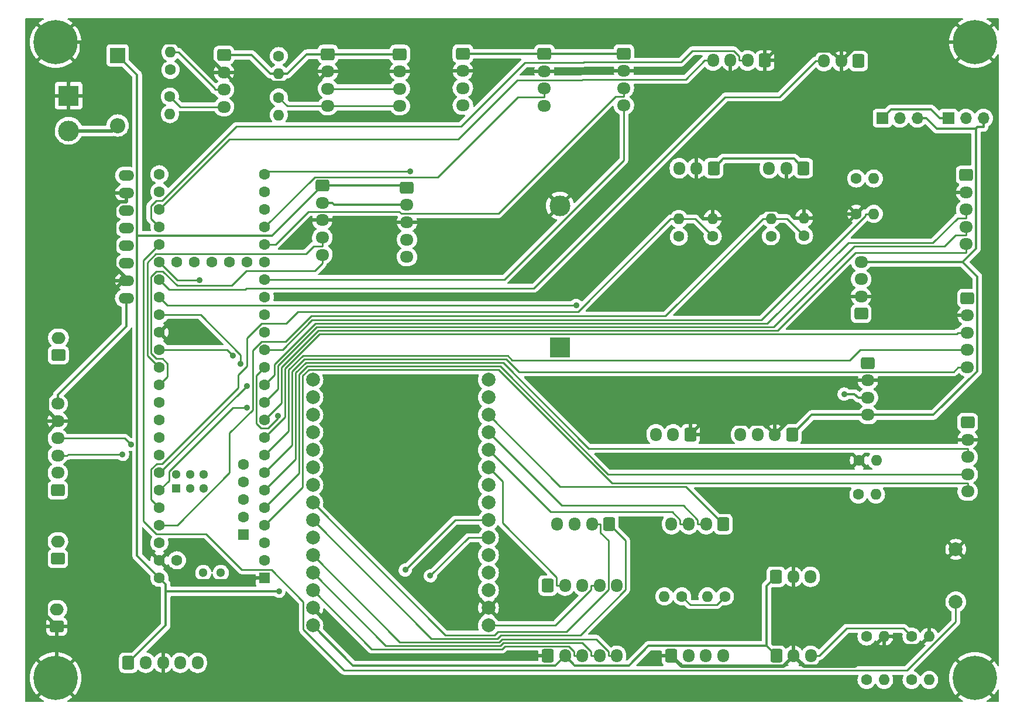
<source format=gtl>
%TF.GenerationSoftware,KiCad,Pcbnew,(6.0.5)*%
%TF.CreationDate,2022-05-13T18:44:48+02:00*%
%TF.ProjectId,Teensy_MainPCB,5465656e-7379-45f4-9d61-696e5043422e,rev?*%
%TF.SameCoordinates,Original*%
%TF.FileFunction,Copper,L1,Top*%
%TF.FilePolarity,Positive*%
%FSLAX46Y46*%
G04 Gerber Fmt 4.6, Leading zero omitted, Abs format (unit mm)*
G04 Created by KiCad (PCBNEW (6.0.5)) date 2022-05-13 18:44:48*
%MOMM*%
%LPD*%
G01*
G04 APERTURE LIST*
G04 Aperture macros list*
%AMRoundRect*
0 Rectangle with rounded corners*
0 $1 Rounding radius*
0 $2 $3 $4 $5 $6 $7 $8 $9 X,Y pos of 4 corners*
0 Add a 4 corners polygon primitive as box body*
4,1,4,$2,$3,$4,$5,$6,$7,$8,$9,$2,$3,0*
0 Add four circle primitives for the rounded corners*
1,1,$1+$1,$2,$3*
1,1,$1+$1,$4,$5*
1,1,$1+$1,$6,$7*
1,1,$1+$1,$8,$9*
0 Add four rect primitives between the rounded corners*
20,1,$1+$1,$2,$3,$4,$5,0*
20,1,$1+$1,$4,$5,$6,$7,0*
20,1,$1+$1,$6,$7,$8,$9,0*
20,1,$1+$1,$8,$9,$2,$3,0*%
G04 Aperture macros list end*
%TA.AperFunction,ComponentPad*%
%ADD10RoundRect,0.250000X-0.725000X0.600000X-0.725000X-0.600000X0.725000X-0.600000X0.725000X0.600000X0*%
%TD*%
%TA.AperFunction,ComponentPad*%
%ADD11O,1.950000X1.700000*%
%TD*%
%TA.AperFunction,ComponentPad*%
%ADD12RoundRect,0.250000X0.600000X0.725000X-0.600000X0.725000X-0.600000X-0.725000X0.600000X-0.725000X0*%
%TD*%
%TA.AperFunction,ComponentPad*%
%ADD13O,1.700000X1.950000*%
%TD*%
%TA.AperFunction,ComponentPad*%
%ADD14RoundRect,0.250000X0.750000X-0.600000X0.750000X0.600000X-0.750000X0.600000X-0.750000X-0.600000X0*%
%TD*%
%TA.AperFunction,ComponentPad*%
%ADD15O,2.000000X1.700000*%
%TD*%
%TA.AperFunction,ComponentPad*%
%ADD16C,1.600000*%
%TD*%
%TA.AperFunction,ComponentPad*%
%ADD17O,1.600000X1.600000*%
%TD*%
%TA.AperFunction,ComponentPad*%
%ADD18C,2.000000*%
%TD*%
%TA.AperFunction,ComponentPad*%
%ADD19R,2.200000X2.200000*%
%TD*%
%TA.AperFunction,ComponentPad*%
%ADD20O,2.200000X2.200000*%
%TD*%
%TA.AperFunction,ComponentPad*%
%ADD21R,3.000000X3.000000*%
%TD*%
%TA.AperFunction,ComponentPad*%
%ADD22C,3.000000*%
%TD*%
%TA.AperFunction,ConnectorPad*%
%ADD23C,6.400000*%
%TD*%
%TA.AperFunction,ComponentPad*%
%ADD24C,3.600000*%
%TD*%
%TA.AperFunction,ComponentPad*%
%ADD25R,1.600000X1.600000*%
%TD*%
%TA.AperFunction,ComponentPad*%
%ADD26R,1.300000X1.300000*%
%TD*%
%TA.AperFunction,ComponentPad*%
%ADD27C,1.300000*%
%TD*%
%TA.AperFunction,ComponentPad*%
%ADD28RoundRect,0.250000X0.725000X-0.600000X0.725000X0.600000X-0.725000X0.600000X-0.725000X-0.600000X0*%
%TD*%
%TA.AperFunction,ComponentPad*%
%ADD29R,1.700000X1.700000*%
%TD*%
%TA.AperFunction,ComponentPad*%
%ADD30O,1.700000X1.700000*%
%TD*%
%TA.AperFunction,ComponentPad*%
%ADD31O,2.268000X1.524000*%
%TD*%
%TA.AperFunction,ComponentPad*%
%ADD32RoundRect,0.250000X-0.600000X-0.725000X0.600000X-0.725000X0.600000X0.725000X-0.600000X0.725000X0*%
%TD*%
%TA.AperFunction,ViaPad*%
%ADD33C,0.889000*%
%TD*%
%TA.AperFunction,Conductor*%
%ADD34C,0.254000*%
%TD*%
%TA.AperFunction,Conductor*%
%ADD35C,0.508000*%
%TD*%
%TA.AperFunction,Conductor*%
%ADD36C,0.354000*%
%TD*%
%TA.AperFunction,Conductor*%
%ADD37C,0.500000*%
%TD*%
G04 APERTURE END LIST*
D10*
X101925000Y-39630000D03*
D11*
X101925000Y-42130000D03*
X101925000Y-44630000D03*
X101925000Y-47130000D03*
D10*
X82405000Y-39710000D03*
D11*
X82405000Y-42210000D03*
X82405000Y-44710000D03*
X82405000Y-47210000D03*
D12*
X145646000Y-40627300D03*
D13*
X143146000Y-40627300D03*
X140646000Y-40627300D03*
X138146000Y-40627300D03*
D12*
X159179000Y-40718700D03*
D13*
X156679000Y-40718700D03*
X154179000Y-40718700D03*
D10*
X113715000Y-39670000D03*
D11*
X113715000Y-42170000D03*
X113715000Y-44670000D03*
X113715000Y-47170000D03*
D10*
X125220000Y-39630000D03*
D11*
X125220000Y-42130000D03*
X125220000Y-44630000D03*
X125220000Y-47130000D03*
D12*
X138211000Y-56228100D03*
D13*
X135711000Y-56228100D03*
X133211000Y-56228100D03*
D14*
X43164800Y-122573000D03*
D15*
X43164800Y-120073000D03*
D16*
X133182000Y-66111100D03*
D17*
X133182000Y-63571100D03*
D16*
X138076000Y-66075100D03*
D17*
X138076000Y-63535100D03*
D16*
X146502000Y-66078700D03*
D17*
X146502000Y-63538700D03*
D16*
X151292000Y-65988700D03*
D17*
X151292000Y-63448700D03*
D18*
X173251000Y-111397160D03*
X173251000Y-118996840D03*
D12*
X151234000Y-56228100D03*
D13*
X148734000Y-56228100D03*
X146234000Y-56228100D03*
D19*
X51978600Y-39878000D03*
D20*
X51978600Y-50038000D03*
D21*
X44890000Y-45720000D03*
D22*
X44890000Y-50800000D03*
D10*
X92805000Y-39710000D03*
D11*
X92805000Y-42210000D03*
X92805000Y-44710000D03*
X92805000Y-47210000D03*
D16*
X75293300Y-45974000D03*
D17*
X75293300Y-48514000D03*
D16*
X75293300Y-39989700D03*
D17*
X75293300Y-42529700D03*
D23*
X43000000Y-38000000D03*
D24*
X43000000Y-38000000D03*
D23*
X176000000Y-38000000D03*
D24*
X176000000Y-38000000D03*
X176000000Y-130000000D03*
D23*
X176000000Y-130000000D03*
X43000000Y-130000000D03*
D24*
X43000000Y-130000000D03*
D10*
X81597400Y-58750100D03*
D11*
X81597400Y-61250100D03*
X81597400Y-63750100D03*
X81597400Y-66250100D03*
X81597400Y-68750100D03*
D25*
X73246000Y-115524300D03*
D16*
X73246000Y-112984300D03*
X73246000Y-110444300D03*
X73246000Y-107904300D03*
X73246000Y-105364300D03*
X73246000Y-102824300D03*
X73246000Y-100284300D03*
X73246000Y-97744300D03*
X73246000Y-95204300D03*
X73246000Y-92664300D03*
X73246000Y-90124300D03*
X73246000Y-87584300D03*
X73246000Y-85044300D03*
X73246000Y-82504300D03*
X73246000Y-79964300D03*
X73246000Y-77424300D03*
X73246000Y-74884300D03*
X73246000Y-72344300D03*
X73246000Y-69804300D03*
X73246000Y-67264300D03*
X73246000Y-64724300D03*
X73246000Y-62184300D03*
X73246000Y-59644300D03*
X73246000Y-57104300D03*
X58006000Y-57104300D03*
X58006000Y-59644300D03*
X58006000Y-62184300D03*
X58006000Y-64724300D03*
X58006000Y-67264300D03*
X58006000Y-69804300D03*
X58006000Y-72344300D03*
X58006000Y-74884300D03*
X58006000Y-77424300D03*
X58006000Y-79964300D03*
X58006000Y-82504300D03*
X58006000Y-85044300D03*
X58006000Y-87584300D03*
X58006000Y-90124300D03*
X58006000Y-92664300D03*
X58006000Y-95204300D03*
X58006000Y-97744300D03*
X58006000Y-100284300D03*
X58006000Y-102824300D03*
X58006000Y-105364300D03*
X58006000Y-107904300D03*
X58006000Y-110444300D03*
X58006000Y-112984300D03*
X58006000Y-115524300D03*
X60546000Y-112984300D03*
X70706000Y-69804300D03*
X68166000Y-69804300D03*
X65626000Y-69804300D03*
X63086000Y-69804300D03*
X60546000Y-69804300D03*
D25*
X70195200Y-109225100D03*
D16*
X70195200Y-106685100D03*
X70195200Y-104145100D03*
X70195200Y-101605100D03*
X70195200Y-99065100D03*
D26*
X60444400Y-102554300D03*
D27*
X62444400Y-102554300D03*
X64444400Y-102554300D03*
X64444400Y-100554300D03*
X62444400Y-100554300D03*
X60444400Y-100554300D03*
X64356000Y-114794300D03*
X66896000Y-114794300D03*
D10*
X160536000Y-84442000D03*
D11*
X160536000Y-86942000D03*
X160536000Y-89442000D03*
X160536000Y-91942000D03*
D28*
X159550000Y-77274000D03*
D11*
X159550000Y-74774000D03*
X159550000Y-72274000D03*
X159550000Y-69774000D03*
D10*
X174976000Y-93030000D03*
D11*
X174976000Y-95530000D03*
X174976000Y-98030000D03*
X174976000Y-100530000D03*
X174976000Y-103030000D03*
D10*
X174948000Y-75031600D03*
D11*
X174948000Y-77531600D03*
X174948000Y-80031600D03*
X174948000Y-82531600D03*
X174948000Y-85031600D03*
D10*
X174746000Y-57198300D03*
D11*
X174746000Y-59698300D03*
X174746000Y-62198300D03*
X174746000Y-64698300D03*
X174746000Y-67198300D03*
D29*
X162618000Y-48983800D03*
D30*
X165158000Y-48983800D03*
X167698000Y-48983800D03*
D29*
X172182000Y-48983800D03*
D30*
X174722000Y-48983800D03*
X177262000Y-48983800D03*
D16*
X159162000Y-103441000D03*
D17*
X161702000Y-103441000D03*
D16*
X158842000Y-57706200D03*
D17*
X161382000Y-57706200D03*
D16*
X159243000Y-98508800D03*
D17*
X161783000Y-98508800D03*
D16*
X158842000Y-62821800D03*
D17*
X161382000Y-62821800D03*
D16*
X59524900Y-45847000D03*
D17*
X59524900Y-48387000D03*
D16*
X59616400Y-41983600D03*
D17*
X59616400Y-39443600D03*
D31*
X53235900Y-75062100D03*
X53235900Y-72522100D03*
X53235900Y-69982100D03*
X53235900Y-67442100D03*
X53235900Y-64902100D03*
X53235900Y-62362100D03*
X53235900Y-59822100D03*
X53235900Y-57282100D03*
D10*
X67355000Y-39840000D03*
D11*
X67355000Y-42340000D03*
X67355000Y-44840000D03*
X67355000Y-47340000D03*
D28*
X43301900Y-102822000D03*
D11*
X43301900Y-100322000D03*
X43301900Y-97822000D03*
X43301900Y-95322000D03*
X43301900Y-92822000D03*
X43301900Y-90322000D03*
D21*
X115956000Y-82128400D03*
D22*
X115956000Y-61638400D03*
D14*
X43398400Y-83276700D03*
D15*
X43398400Y-80776700D03*
D32*
X53533000Y-127808000D03*
D13*
X56033000Y-127808000D03*
X58533000Y-127808000D03*
X61033000Y-127808000D03*
X63533000Y-127808000D03*
D10*
X93837700Y-59047900D03*
D11*
X93837700Y-61547900D03*
X93837700Y-64047900D03*
X93837700Y-66547900D03*
X93837700Y-69047900D03*
D12*
X134850000Y-94750000D03*
D13*
X132350000Y-94750000D03*
X129850000Y-94750000D03*
D12*
X149578000Y-94762300D03*
D13*
X147078000Y-94762300D03*
X144578000Y-94762300D03*
X142078000Y-94762300D03*
D32*
X114206000Y-126794000D03*
D13*
X116706000Y-126794000D03*
X119206000Y-126794000D03*
X121706000Y-126794000D03*
X124206000Y-126794000D03*
D32*
X114206000Y-116634000D03*
D13*
X116706000Y-116634000D03*
X119206000Y-116634000D03*
X121706000Y-116634000D03*
X124206000Y-116634000D03*
D32*
X132066000Y-126794000D03*
D13*
X134566000Y-126794000D03*
X137066000Y-126794000D03*
X139566000Y-126794000D03*
D16*
X133629000Y-118214000D03*
D17*
X131089000Y-118214000D03*
D16*
X139852000Y-118214000D03*
D17*
X137312000Y-118214000D03*
D18*
X80220800Y-86845000D03*
X80220800Y-89385000D03*
X80220800Y-91925000D03*
X80220800Y-94465000D03*
X80220800Y-97005000D03*
X80220800Y-99545000D03*
X80220800Y-102085000D03*
X80220800Y-104625000D03*
X80220800Y-107165000D03*
X80220800Y-109705000D03*
X80220800Y-112245000D03*
X80220800Y-114785000D03*
X80220800Y-117325000D03*
X80220800Y-119865000D03*
X80220800Y-122405000D03*
X105620800Y-122405000D03*
X105620800Y-119865000D03*
X105620800Y-117325000D03*
X105620800Y-114785000D03*
X105620800Y-112245000D03*
X105620800Y-109705000D03*
X105620800Y-107165000D03*
X105620800Y-104625000D03*
X105620800Y-102085000D03*
X105620800Y-99545000D03*
X105620800Y-97005000D03*
X105620800Y-94465000D03*
X105620800Y-91925000D03*
X105620800Y-89385000D03*
X105620800Y-86845000D03*
D32*
X147226000Y-115364000D03*
D13*
X149726000Y-115364000D03*
X152226000Y-115364000D03*
D12*
X123096000Y-107744000D03*
D13*
X120596000Y-107744000D03*
X118096000Y-107744000D03*
X115596000Y-107744000D03*
D32*
X147266000Y-126794000D03*
D13*
X149766000Y-126794000D03*
X152266000Y-126794000D03*
D12*
X139606000Y-107744000D03*
D13*
X137106000Y-107744000D03*
X134606000Y-107744000D03*
X132106000Y-107744000D03*
D16*
X160340000Y-124008000D03*
D17*
X162880000Y-124008000D03*
D16*
X166858000Y-124008000D03*
D17*
X169398000Y-124008000D03*
D16*
X160340000Y-130300000D03*
D17*
X162880000Y-130300000D03*
D16*
X166858000Y-130300000D03*
D17*
X169398000Y-130300000D03*
D14*
X43307000Y-112753000D03*
D15*
X43307000Y-110253000D03*
D33*
X94264500Y-56681600D03*
X118312500Y-76075100D03*
X69770500Y-84535800D03*
X68675700Y-83366500D03*
X70645300Y-87732200D03*
X70689500Y-90880100D03*
X97223900Y-115220800D03*
X93589600Y-114380000D03*
X75156800Y-92110800D03*
X157093300Y-88911100D03*
X75299900Y-117484100D03*
X53900800Y-96219500D03*
X52684900Y-97667700D03*
X63834700Y-72408700D03*
D34*
X116002900Y-102307100D02*
X105620800Y-91925000D01*
X134169100Y-102307100D02*
X116002900Y-102307100D01*
X139606000Y-107744000D02*
X134169100Y-102307100D01*
X135874700Y-107108800D02*
X135874700Y-107744000D01*
X133807800Y-105041900D02*
X135874700Y-107108800D01*
X116197700Y-105041900D02*
X133807800Y-105041900D01*
X105620800Y-94465000D02*
X116197700Y-105041900D01*
X137106000Y-107744000D02*
X135874700Y-107744000D01*
X134606000Y-107744000D02*
X133374700Y-107744000D01*
X133374700Y-107108800D02*
X133374700Y-107744000D01*
X132264500Y-105998600D02*
X133374700Y-107108800D01*
X114614400Y-105998600D02*
X132264500Y-105998600D01*
X105620800Y-97005000D02*
X114614400Y-105998600D01*
X152266000Y-126794000D02*
X153497300Y-126794000D01*
X165667400Y-122817400D02*
X166858000Y-124008000D01*
X157473900Y-122817400D02*
X165667400Y-122817400D01*
X153497300Y-126794000D02*
X157473900Y-122817400D01*
X125470400Y-110118400D02*
X123096000Y-107744000D01*
X125470400Y-117244300D02*
X125470400Y-110118400D01*
X118928300Y-123786400D02*
X125470400Y-117244300D01*
X107466900Y-123786400D02*
X118928300Y-123786400D01*
X106958600Y-124294700D02*
X107466900Y-123786400D01*
X97350500Y-124294700D02*
X106958600Y-124294700D01*
X80220800Y-107165000D02*
X97350500Y-124294700D01*
X121827300Y-108975300D02*
X121827300Y-107744000D01*
X122974600Y-110122600D02*
X121827300Y-108975300D01*
X122974600Y-117243300D02*
X122974600Y-110122600D01*
X116942400Y-123275500D02*
X122974600Y-117243300D01*
X107004700Y-123275500D02*
X116942400Y-123275500D01*
X106493800Y-123786400D02*
X107004700Y-123275500D01*
X99382200Y-123786400D02*
X106493800Y-123786400D01*
X80220800Y-104625000D02*
X99382200Y-123786400D01*
X120596000Y-107744000D02*
X121827300Y-107744000D01*
X107651000Y-101575200D02*
X105620800Y-99545000D01*
X107651000Y-107579000D02*
X107651000Y-101575200D01*
X115474700Y-115402700D02*
X107651000Y-107579000D01*
X115474700Y-116634000D02*
X115474700Y-115402700D01*
X116706000Y-116634000D02*
X115474700Y-116634000D01*
X138656600Y-119409400D02*
X139852000Y-118214000D01*
X134824400Y-119409400D02*
X138656600Y-119409400D01*
X133629000Y-118214000D02*
X134824400Y-119409400D01*
X115319300Y-122405000D02*
X105620800Y-122405000D01*
X120474700Y-117249600D02*
X115319300Y-122405000D01*
X120474700Y-116634000D02*
X120474700Y-117249600D01*
X121706000Y-116634000D02*
X120474700Y-116634000D01*
X119206000Y-126794000D02*
X117974700Y-126794000D01*
X117974700Y-126178400D02*
X117974700Y-126794000D01*
X117226800Y-125430500D02*
X117974700Y-126178400D01*
X107979200Y-125430500D02*
X117226800Y-125430500D01*
X107590100Y-125819600D02*
X107979200Y-125430500D01*
X88715400Y-125819600D02*
X107590100Y-125819600D01*
X80220800Y-117325000D02*
X88715400Y-125819600D01*
X121706000Y-126794000D02*
X120474700Y-126794000D01*
X120474700Y-126178400D02*
X120474700Y-126794000D01*
X119218500Y-124922200D02*
X120474700Y-126178400D01*
X107768700Y-124922200D02*
X119218500Y-124922200D01*
X107379600Y-125311300D02*
X107768700Y-124922200D01*
X90747100Y-125311300D02*
X107379600Y-125311300D01*
X80220800Y-114785000D02*
X90747100Y-125311300D01*
X124206000Y-126794000D02*
X122974700Y-126794000D01*
X122974700Y-126178400D02*
X122974700Y-126794000D01*
X121210200Y-124413900D02*
X122974700Y-126178400D01*
X107558200Y-124413900D02*
X121210200Y-124413900D01*
X107169100Y-124803000D02*
X107558200Y-124413900D01*
X92778800Y-124803000D02*
X107169100Y-124803000D01*
X80220800Y-112245000D02*
X92778800Y-124803000D01*
X73668700Y-56681600D02*
X94264500Y-56681600D01*
X73246000Y-57104300D02*
X73668700Y-56681600D01*
X59196800Y-76075100D02*
X118312500Y-76075100D01*
X58006000Y-74884300D02*
X59196800Y-76075100D01*
X63956900Y-77424300D02*
X58006000Y-77424300D01*
X69770500Y-83237900D02*
X63956900Y-77424300D01*
X69770500Y-84535800D02*
X69770500Y-83237900D01*
X67813500Y-82504300D02*
X68675700Y-83366500D01*
X58006000Y-82504300D02*
X67813500Y-82504300D01*
X58093200Y-100284300D02*
X70645300Y-87732200D01*
X58006000Y-100284300D02*
X58093200Y-100284300D01*
X68649800Y-90880100D02*
X70689500Y-90880100D01*
X59385400Y-100144500D02*
X68649800Y-90880100D01*
X59385400Y-101444900D02*
X59385400Y-100144500D01*
X58006000Y-102824300D02*
X59385400Y-101444900D01*
X123988700Y-45861300D02*
X125220000Y-45861300D01*
X107052100Y-62797900D02*
X123988700Y-45861300D01*
X93008500Y-62797900D02*
X107052100Y-62797900D01*
X92710800Y-62500200D02*
X93008500Y-62797900D01*
X79554700Y-62500200D02*
X92710800Y-62500200D01*
X74790600Y-67264300D02*
X79554700Y-62500200D01*
X73246000Y-67264300D02*
X74790600Y-67264300D01*
X125220000Y-44630000D02*
X125220000Y-45861300D01*
X107910800Y-72344300D02*
X73246000Y-72344300D01*
X125220000Y-55035100D02*
X107910800Y-72344300D01*
X125220000Y-47130000D02*
X125220000Y-55035100D01*
X113715000Y-44670000D02*
X113715000Y-45901300D01*
X109870700Y-45901300D02*
X113715000Y-45901300D01*
X98264600Y-57507400D02*
X109870700Y-45901300D01*
X80462900Y-57507400D02*
X98264600Y-57507400D01*
X73246000Y-64724300D02*
X80462900Y-57507400D01*
X102739700Y-109705000D02*
X97223900Y-115220800D01*
X105620800Y-109705000D02*
X102739700Y-109705000D01*
X100804600Y-107165000D02*
X105620800Y-107165000D01*
X93589600Y-114380000D02*
X100804600Y-107165000D01*
X160200700Y-63133800D02*
X160200700Y-62821800D01*
X145120700Y-78213800D02*
X160200700Y-63133800D01*
X80121000Y-78213800D02*
X145120700Y-78213800D01*
X75830500Y-82504300D02*
X80121000Y-78213800D01*
X73246000Y-82504300D02*
X75830500Y-82504300D01*
X161382000Y-62821800D02*
X160200700Y-62821800D01*
X72023600Y-86266700D02*
X73246000Y-85044300D01*
X72023600Y-93159500D02*
X72023600Y-86266700D01*
X72709800Y-93845700D02*
X72023600Y-93159500D01*
X73735300Y-93845700D02*
X72709800Y-93845700D01*
X75156800Y-92424200D02*
X73735300Y-93845700D01*
X75156800Y-92110800D02*
X75156800Y-92424200D01*
X174976000Y-103030000D02*
X174976000Y-101798700D01*
X78763600Y-102386700D02*
X73246000Y-107904300D01*
X78763600Y-86267300D02*
X78763600Y-102386700D01*
X79618200Y-85412700D02*
X78763600Y-86267300D01*
X107089000Y-85412700D02*
X79618200Y-85412700D01*
X123475000Y-101798700D02*
X107089000Y-85412700D01*
X174976000Y-101798700D02*
X123475000Y-101798700D01*
X174948000Y-85031600D02*
X173591700Y-85031600D01*
X77238700Y-96291600D02*
X73246000Y-100284300D01*
X77238700Y-85635800D02*
X77238700Y-96291600D01*
X78986700Y-83887800D02*
X77238700Y-85635800D01*
X108226800Y-83887800D02*
X78986700Y-83887800D01*
X110031500Y-85692500D02*
X108226800Y-83887800D01*
X172930800Y-85692500D02*
X110031500Y-85692500D01*
X173591700Y-85031600D02*
X172930800Y-85692500D01*
X81597400Y-66250100D02*
X81597400Y-67481400D01*
X56272600Y-83310900D02*
X58006000Y-85044300D01*
X56272600Y-69848600D02*
X56272600Y-83310900D01*
X57498300Y-68622900D02*
X56272600Y-69848600D01*
X79224600Y-68622900D02*
X57498300Y-68622900D01*
X80366100Y-67481400D02*
X79224600Y-68622900D01*
X81597400Y-67481400D02*
X80366100Y-67481400D01*
X80504500Y-71074300D02*
X81597400Y-69981400D01*
X70633900Y-71074300D02*
X80504500Y-71074300D01*
X68473600Y-73234600D02*
X70633900Y-71074300D01*
X60602400Y-73234600D02*
X68473600Y-73234600D01*
X58488400Y-71120600D02*
X60602400Y-73234600D01*
X57559100Y-71120600D02*
X58488400Y-71120600D01*
X56781000Y-71898700D02*
X57559100Y-71120600D01*
X56781000Y-82975600D02*
X56781000Y-71898700D01*
X57579700Y-83774300D02*
X56781000Y-82975600D01*
X58452400Y-83774300D02*
X57579700Y-83774300D01*
X59196700Y-84518600D02*
X58452400Y-83774300D01*
X59196700Y-86393600D02*
X59196700Y-84518600D01*
X58006000Y-87584300D02*
X59196700Y-86393600D01*
X81597400Y-68750100D02*
X81597400Y-69981400D01*
X51216600Y-50800000D02*
X51978600Y-50038000D01*
D35*
X44890000Y-50800000D02*
X51216600Y-50800000D01*
D36*
X53235900Y-79106700D02*
X43301900Y-89040700D01*
X53235900Y-75062100D02*
X53235900Y-79106700D01*
X43301900Y-90322000D02*
X43301900Y-89040700D01*
X75293300Y-42529700D02*
X76524600Y-42529700D01*
X101965000Y-39670000D02*
X101925000Y-39630000D01*
X113715000Y-39670000D02*
X101965000Y-39670000D01*
X71372300Y-39840000D02*
X74062000Y-42529700D01*
X67355000Y-39840000D02*
X71372300Y-39840000D01*
X75293300Y-42529700D02*
X74062000Y-42529700D01*
X167698000Y-48983800D02*
X168979300Y-48983800D01*
X177262000Y-48983800D02*
X177262000Y-50265100D01*
X174247000Y-69774000D02*
X159550000Y-69774000D01*
X176368900Y-50265100D02*
X177262000Y-50265100D01*
X176161000Y-50473000D02*
X176368900Y-50265100D01*
X176161000Y-67860000D02*
X176161000Y-50473000D01*
X174247000Y-69774000D02*
X176161000Y-67860000D01*
X170468500Y-50473000D02*
X168979300Y-48983800D01*
X176161000Y-50473000D02*
X170468500Y-50473000D01*
X170028000Y-91942000D02*
X160536000Y-91942000D01*
X176371100Y-85598900D02*
X170028000Y-91942000D01*
X176371100Y-71898100D02*
X176371100Y-85598900D01*
X174247000Y-69774000D02*
X176371100Y-71898100D01*
X152398300Y-91942000D02*
X149578000Y-94762300D01*
X160536000Y-91942000D02*
X152398300Y-91942000D01*
X125180000Y-39670000D02*
X113715000Y-39670000D01*
X125220000Y-39630000D02*
X125180000Y-39670000D01*
X83301500Y-61547900D02*
X83003700Y-61250100D01*
X93837700Y-61547900D02*
X83301500Y-61547900D01*
X81597400Y-61250100D02*
X83003700Y-61250100D01*
X79344300Y-39710000D02*
X82405000Y-39710000D01*
X76524600Y-42529700D02*
X79344300Y-39710000D01*
X82405000Y-39710000D02*
X92805000Y-39710000D01*
X160536000Y-89442000D02*
X159129700Y-89442000D01*
X158598800Y-88911100D02*
X159129700Y-89442000D01*
X157093300Y-88911100D02*
X158598800Y-88911100D01*
X139631600Y-54807500D02*
X138211000Y-56228100D01*
X149813400Y-54807500D02*
X139631600Y-54807500D01*
X151234000Y-56228100D02*
X149813400Y-54807500D01*
X147266000Y-126794000D02*
X145852500Y-125380500D01*
X145852500Y-116737500D02*
X147226000Y-115364000D01*
X145852500Y-125380500D02*
X145852500Y-116737500D01*
X115278100Y-128221900D02*
X116706000Y-126794000D01*
X86037700Y-128221900D02*
X115278100Y-128221900D01*
X80220800Y-122405000D02*
X86037700Y-128221900D01*
X118113400Y-128201400D02*
X116706000Y-126794000D01*
X125929900Y-128201400D02*
X118113400Y-128201400D01*
X128750800Y-125380500D02*
X125929900Y-128201400D01*
X145852500Y-125380500D02*
X128750800Y-125380500D01*
X93539900Y-58750100D02*
X93837700Y-59047900D01*
X81597400Y-58750100D02*
X93539900Y-58750100D01*
X58006000Y-115524300D02*
X58006000Y-115524000D01*
X54800400Y-42699800D02*
X54800400Y-65994300D01*
X51978600Y-39878000D02*
X54800400Y-42699800D01*
X54800400Y-112319000D02*
X58006000Y-115524000D01*
X54800400Y-65994300D02*
X54800400Y-112319000D01*
X74353200Y-65994300D02*
X54800400Y-65994300D01*
X81597400Y-58750100D02*
X74353200Y-65994300D01*
X58936000Y-116454300D02*
X58936000Y-117484100D01*
X58006000Y-115524300D02*
X58936000Y-116454300D01*
X58936000Y-122405000D02*
X53533000Y-127808000D01*
X58936000Y-117484100D02*
X58936000Y-122405000D01*
X169619400Y-47702500D02*
X170900700Y-48983800D01*
X163899300Y-47702500D02*
X169619400Y-47702500D01*
X162618000Y-48983800D02*
X163899300Y-47702500D01*
X172182000Y-48983800D02*
X170900700Y-48983800D01*
X58936000Y-117484100D02*
X75299900Y-117484100D01*
D34*
X65998700Y-44644600D02*
X65998700Y-44840000D01*
X60797700Y-39443600D02*
X65998700Y-44644600D01*
X59616400Y-39443600D02*
X60797700Y-39443600D01*
X67355000Y-44840000D02*
X65998700Y-44840000D01*
X53003300Y-95322000D02*
X53900800Y-96219500D01*
X43301900Y-95322000D02*
X53003300Y-95322000D01*
X61017900Y-47340000D02*
X59524900Y-45847000D01*
X67355000Y-47340000D02*
X61017900Y-47340000D01*
X43301900Y-97822000D02*
X44658200Y-97822000D01*
X44812500Y-97667700D02*
X44658200Y-97822000D01*
X52684900Y-97667700D02*
X44812500Y-97667700D01*
X135572000Y-63571100D02*
X138076000Y-66075100D01*
X133182000Y-63571100D02*
X135572000Y-63571100D01*
X118567700Y-77004100D02*
X132000700Y-63571100D01*
X78006000Y-77004100D02*
X118567700Y-77004100D01*
X76315800Y-78694300D02*
X78006000Y-77004100D01*
X72771400Y-78694300D02*
X76315800Y-78694300D01*
X70669100Y-80796600D02*
X72771400Y-78694300D01*
X70669100Y-84891100D02*
X70669100Y-80796600D01*
X69453200Y-86107000D02*
X70669100Y-84891100D01*
X69453200Y-87967800D02*
X69453200Y-86107000D01*
X58406700Y-99014300D02*
X69453200Y-87967800D01*
X57602200Y-99014300D02*
X58406700Y-99014300D01*
X56798000Y-99818500D02*
X57602200Y-99014300D01*
X56798000Y-104156300D02*
X56798000Y-99818500D01*
X58006000Y-105364300D02*
X56798000Y-104156300D01*
X133182000Y-63571100D02*
X132000700Y-63571100D01*
X148842000Y-63538700D02*
X151292000Y-65988700D01*
X146502000Y-63538700D02*
X148842000Y-63538700D01*
X146502000Y-63538700D02*
X145320700Y-63538700D01*
X131243800Y-77615600D02*
X145320700Y-63538700D01*
X80000200Y-77615600D02*
X131243800Y-77615600D01*
X76307100Y-81308700D02*
X80000200Y-77615600D01*
X72764800Y-81308700D02*
X76307100Y-81308700D01*
X71515300Y-82558200D02*
X72764800Y-81308700D01*
X71515300Y-91222200D02*
X71515300Y-82558200D01*
X68182200Y-94555300D02*
X71515300Y-91222200D01*
X68182200Y-100299200D02*
X68182200Y-94555300D01*
X60577100Y-107904300D02*
X68182200Y-100299200D01*
X58006000Y-107904300D02*
X60577100Y-107904300D01*
X147741400Y-45925000D02*
X152947700Y-40718700D01*
X139883400Y-45925000D02*
X147741400Y-45925000D01*
X112194100Y-73614300D02*
X139883400Y-45925000D01*
X70574800Y-73614300D02*
X112194100Y-73614300D01*
X70417600Y-73771500D02*
X70574800Y-73614300D01*
X59433200Y-73771500D02*
X70417600Y-73771500D01*
X58006000Y-72344300D02*
X59433200Y-73771500D01*
X154179000Y-40718700D02*
X152947700Y-40718700D01*
X60610400Y-72408700D02*
X63834700Y-72408700D01*
X58006000Y-69804300D02*
X60610400Y-72408700D01*
X55714300Y-69556000D02*
X58006000Y-67264300D01*
X55714300Y-107336500D02*
X55714300Y-69556000D01*
X57552100Y-109174300D02*
X55714300Y-107336500D01*
X64790200Y-109174300D02*
X57552100Y-109174300D01*
X69958800Y-114342900D02*
X64790200Y-109174300D01*
X74203800Y-114342900D02*
X69958800Y-114342900D01*
X78839400Y-118978500D02*
X74203800Y-114342900D01*
X78839400Y-122998200D02*
X78839400Y-118978500D01*
X84747700Y-128906500D02*
X78839400Y-122998200D01*
X166226000Y-128906500D02*
X84747700Y-128906500D01*
X173251000Y-121881500D02*
X166226000Y-128906500D01*
X173251000Y-118996800D02*
X173251000Y-121881500D01*
X141914700Y-39992100D02*
X141914700Y-40627300D01*
X141158300Y-39235700D02*
X141914700Y-39992100D01*
X135128200Y-39235700D02*
X141158300Y-39235700D01*
X133483300Y-40880600D02*
X135128200Y-39235700D01*
X119408900Y-40880600D02*
X133483300Y-40880600D01*
X119350800Y-40938700D02*
X119408900Y-40880600D01*
X110894500Y-40938700D02*
X119350800Y-40938700D01*
X101640000Y-50193200D02*
X110894500Y-40938700D01*
X69127700Y-50193200D02*
X101640000Y-50193200D01*
X58406600Y-60914300D02*
X69127700Y-50193200D01*
X57579300Y-60914300D02*
X58406600Y-60914300D01*
X56789900Y-61703700D02*
X57579300Y-60914300D01*
X56789900Y-63508200D02*
X56789900Y-61703700D01*
X58006000Y-64724300D02*
X56789900Y-63508200D01*
X143146000Y-40627300D02*
X141914700Y-40627300D01*
X134162000Y-43380000D02*
X136914700Y-40627300D01*
X119233200Y-43380000D02*
X134162000Y-43380000D01*
X119174500Y-43438700D02*
X119233200Y-43380000D01*
X109798200Y-43438700D02*
X119174500Y-43438700D01*
X101227600Y-52009300D02*
X109798200Y-43438700D01*
X68181000Y-52009300D02*
X101227600Y-52009300D01*
X58006000Y-62184300D02*
X68181000Y-52009300D01*
X138146000Y-40627300D02*
X136914700Y-40627300D01*
X174746000Y-67198300D02*
X174746000Y-68429600D01*
X75713800Y-90196500D02*
X73246000Y-92664300D01*
X75713800Y-85004300D02*
X75713800Y-90196500D01*
X80979300Y-79738800D02*
X75713800Y-85004300D01*
X147444400Y-79738800D02*
X80979300Y-79738800D01*
X158753600Y-68429600D02*
X147444400Y-79738800D01*
X174746000Y-68429600D02*
X158753600Y-68429600D01*
X174746000Y-64698300D02*
X174746000Y-65929600D01*
X173216900Y-65929600D02*
X174746000Y-65929600D01*
X171620400Y-67526100D02*
X173216900Y-65929600D01*
X158558000Y-67526100D02*
X171620400Y-67526100D01*
X146853600Y-79230500D02*
X158558000Y-67526100D01*
X80768800Y-79230500D02*
X146853600Y-79230500D01*
X75205500Y-84793800D02*
X80768800Y-79230500D01*
X75205500Y-88164800D02*
X75205500Y-84793800D01*
X73246000Y-90124300D02*
X75205500Y-88164800D01*
X174746000Y-62198300D02*
X174746000Y-63429600D01*
X173514700Y-63429600D02*
X174746000Y-63429600D01*
X169926500Y-67017800D02*
X173514700Y-63429600D01*
X157691700Y-67017800D02*
X169926500Y-67017800D01*
X145987300Y-78722200D02*
X157691700Y-67017800D01*
X80558300Y-78722200D02*
X145987300Y-78722200D01*
X74697200Y-84583300D02*
X80558300Y-78722200D01*
X74697200Y-86133100D02*
X74697200Y-84583300D01*
X73246000Y-87584300D02*
X74697200Y-86133100D01*
X76730400Y-94259900D02*
X73246000Y-97744300D01*
X76730400Y-85425300D02*
X76730400Y-94259900D01*
X78776200Y-83379500D02*
X76730400Y-85425300D01*
X108437300Y-83379500D02*
X78776200Y-83379500D01*
X109067600Y-84009800D02*
X108437300Y-83379500D01*
X157908800Y-84009800D02*
X109067600Y-84009800D01*
X159387000Y-82531600D02*
X157908800Y-84009800D01*
X174948000Y-82531600D02*
X159387000Y-82531600D01*
X174948000Y-80031600D02*
X173591700Y-80031600D01*
X173376200Y-80247100D02*
X173591700Y-80031600D01*
X81189800Y-80247100D02*
X173376200Y-80247100D01*
X76222100Y-85214800D02*
X81189800Y-80247100D01*
X76222100Y-92228200D02*
X76222100Y-85214800D01*
X73246000Y-95204300D02*
X76222100Y-92228200D01*
X174976000Y-100530000D02*
X173619700Y-100530000D01*
X78255300Y-100355000D02*
X73246000Y-105364300D01*
X78255300Y-86056800D02*
X78255300Y-100355000D01*
X79407700Y-84904400D02*
X78255300Y-86056800D01*
X107317900Y-84904400D02*
X79407700Y-84904400D01*
X122943500Y-100530000D02*
X107317900Y-84904400D01*
X173619700Y-100530000D02*
X122943500Y-100530000D01*
X120164600Y-96798700D02*
X174976000Y-96798700D01*
X107762000Y-84396100D02*
X120164600Y-96798700D01*
X79197200Y-84396100D02*
X107762000Y-84396100D01*
X77747000Y-85846300D02*
X79197200Y-84396100D01*
X77747000Y-98323300D02*
X77747000Y-85846300D01*
X73246000Y-102824300D02*
X77747000Y-98323300D01*
X174976000Y-98030000D02*
X174976000Y-96798700D01*
D37*
X159397700Y-38000000D02*
X156679000Y-40718700D01*
X176000000Y-38000000D02*
X159397700Y-38000000D01*
X138076000Y-63535100D02*
X139380300Y-63535100D01*
X151292000Y-63448700D02*
X149987700Y-63448700D01*
X151292000Y-63448700D02*
X152596300Y-63448700D01*
X161965500Y-59698300D02*
X158842000Y-62821800D01*
X174746000Y-59698300D02*
X161965500Y-59698300D01*
X153223200Y-62821800D02*
X152596300Y-63448700D01*
X158842000Y-62821800D02*
X153223200Y-62821800D01*
X53235900Y-72522100D02*
X53235900Y-72066700D01*
X63096100Y-38081100D02*
X67355000Y-42340000D01*
X46713500Y-38081100D02*
X63096100Y-38081100D01*
X46632400Y-38000000D02*
X46713500Y-38081100D01*
X43000000Y-38000000D02*
X46632400Y-38000000D01*
X46713500Y-41892200D02*
X44890000Y-43715700D01*
X46713500Y-38081100D02*
X46713500Y-41892200D01*
X44890000Y-45720000D02*
X44890000Y-43715700D01*
X53136500Y-72066700D02*
X53235900Y-72066700D01*
X51548800Y-70479000D02*
X53136500Y-72066700D01*
X51548800Y-61825800D02*
X51548800Y-70479000D01*
X52286200Y-61088400D02*
X51548800Y-61825800D01*
X53235900Y-61088400D02*
X52286200Y-61088400D01*
X53235900Y-59822100D02*
X53235900Y-61088400D01*
X148734000Y-62230200D02*
X148734000Y-56228100D01*
X148769200Y-62230200D02*
X148734000Y-62230200D01*
X149987700Y-63448700D02*
X148769200Y-62230200D01*
X140685200Y-62230200D02*
X139380300Y-63535100D01*
X148734000Y-62230200D02*
X140685200Y-62230200D01*
X133547100Y-128275100D02*
X132066000Y-126794000D01*
X148284900Y-128275100D02*
X133547100Y-128275100D01*
X149766000Y-126794000D02*
X148284900Y-128275100D01*
X155198600Y-39238300D02*
X156679000Y-40718700D01*
X147035000Y-39238300D02*
X155198600Y-39238300D01*
X145646000Y-40627300D02*
X147035000Y-39238300D01*
X92805000Y-42210000D02*
X82405000Y-42210000D01*
X68863800Y-43848800D02*
X67355000Y-42340000D01*
X80766200Y-43848800D02*
X68863800Y-43848800D01*
X82405000Y-42210000D02*
X80766200Y-43848800D01*
X41794900Y-91315000D02*
X43301900Y-92822000D01*
X41794900Y-88274900D02*
X41794900Y-91315000D01*
X45981300Y-84088500D02*
X41794900Y-88274900D01*
X45981300Y-79321300D02*
X45981300Y-84088500D01*
X53235900Y-72066700D02*
X45981300Y-79321300D01*
X151246400Y-128274400D02*
X149766000Y-126794000D01*
X158613600Y-128274400D02*
X151246400Y-128274400D01*
X162880000Y-124008000D02*
X158613600Y-128274400D01*
X149726000Y-125274700D02*
X149726000Y-115364000D01*
X149766000Y-125314700D02*
X149726000Y-125274700D01*
X149766000Y-126794000D02*
X149766000Y-125314700D01*
X113546500Y-64047900D02*
X93837700Y-64047900D01*
X115956000Y-61638400D02*
X113546500Y-64047900D01*
X83374500Y-64047900D02*
X83076700Y-63750100D01*
X93837700Y-64047900D02*
X83374500Y-64047900D01*
X81597400Y-63750100D02*
X83076700Y-63750100D01*
X94364300Y-42130000D02*
X94284300Y-42210000D01*
X101925000Y-42130000D02*
X94364300Y-42130000D01*
X92805000Y-42210000D02*
X94284300Y-42210000D01*
X154898300Y-86942000D02*
X147078000Y-94762300D01*
X160536000Y-86942000D02*
X154898300Y-86942000D01*
X136334900Y-93265100D02*
X134850000Y-94750000D01*
X145580800Y-93265100D02*
X136334900Y-93265100D01*
X147078000Y-94762300D02*
X145580800Y-93265100D01*
X165491900Y-125315600D02*
X164184300Y-124008000D01*
X168090400Y-125315600D02*
X165491900Y-125315600D01*
X169398000Y-124008000D02*
X168090400Y-125315600D01*
X162880000Y-124008000D02*
X164184300Y-124008000D01*
X71513700Y-115952300D02*
X71941700Y-115524300D01*
X60974000Y-115952300D02*
X71513700Y-115952300D01*
X58006000Y-112984300D02*
X60974000Y-115952300D01*
X73246000Y-115524300D02*
X71941700Y-115524300D01*
X41636400Y-121044600D02*
X43164800Y-122573000D01*
X41636400Y-94487500D02*
X41636400Y-121044600D01*
X43301900Y-92822000D02*
X41636400Y-94487500D01*
X43164800Y-129835200D02*
X43164800Y-122573000D01*
X43000000Y-130000000D02*
X43164800Y-129835200D01*
D34*
X82405000Y-44710000D02*
X92805000Y-44710000D01*
X76529300Y-47210000D02*
X82405000Y-47210000D01*
X75293300Y-45974000D02*
X76529300Y-47210000D01*
X82405000Y-47210000D02*
X92805000Y-47210000D01*
%TA.AperFunction,Conductor*%
G36*
X41228176Y-34528502D02*
G01*
X41274669Y-34582158D01*
X41284773Y-34652432D01*
X41255279Y-34717012D01*
X41217258Y-34746767D01*
X41146397Y-34782872D01*
X41140687Y-34786169D01*
X40820265Y-34994253D01*
X40814939Y-34998123D01*
X40576165Y-35191478D01*
X40567700Y-35203733D01*
X40574034Y-35214824D01*
X42987188Y-37627978D01*
X43001132Y-37635592D01*
X43002965Y-37635461D01*
X43009580Y-37631210D01*
X45425100Y-35215690D01*
X45432241Y-35202614D01*
X45424784Y-35192247D01*
X45185065Y-34998126D01*
X45179728Y-34994249D01*
X44859315Y-34786170D01*
X44853606Y-34782874D01*
X44782743Y-34746767D01*
X44731128Y-34698019D01*
X44714062Y-34629104D01*
X44736963Y-34561902D01*
X44792560Y-34517750D01*
X44839946Y-34508500D01*
X174160055Y-34508500D01*
X174228176Y-34528502D01*
X174274669Y-34582158D01*
X174284773Y-34652432D01*
X174255279Y-34717012D01*
X174217258Y-34746767D01*
X174146397Y-34782872D01*
X174140687Y-34786169D01*
X173820265Y-34994253D01*
X173814939Y-34998123D01*
X173576165Y-35191478D01*
X173567700Y-35203733D01*
X173574034Y-35214824D01*
X175987188Y-37627978D01*
X176001132Y-37635592D01*
X176002965Y-37635461D01*
X176009580Y-37631210D01*
X178425100Y-35215690D01*
X178432241Y-35202614D01*
X178424784Y-35192247D01*
X178185065Y-34998126D01*
X178179728Y-34994249D01*
X177859315Y-34786170D01*
X177853606Y-34782874D01*
X177782743Y-34746767D01*
X177731128Y-34698019D01*
X177714062Y-34629104D01*
X177736963Y-34561902D01*
X177792560Y-34517750D01*
X177839946Y-34508500D01*
X179365500Y-34508500D01*
X179433621Y-34528502D01*
X179480114Y-34582158D01*
X179491500Y-34634500D01*
X179491500Y-36160055D01*
X179471498Y-36228176D01*
X179417842Y-36274669D01*
X179347568Y-36284773D01*
X179282988Y-36255279D01*
X179253233Y-36217258D01*
X179217128Y-36146397D01*
X179213831Y-36140687D01*
X179005747Y-35820265D01*
X179001877Y-35814939D01*
X178808522Y-35576165D01*
X178796267Y-35567700D01*
X178785176Y-35574034D01*
X176372022Y-37987188D01*
X176364408Y-38001132D01*
X176364539Y-38002965D01*
X176368790Y-38009580D01*
X178784310Y-40425100D01*
X178797386Y-40432241D01*
X178807753Y-40424784D01*
X179001877Y-40185061D01*
X179005747Y-40179735D01*
X179213831Y-39859313D01*
X179217128Y-39853603D01*
X179253233Y-39782742D01*
X179301981Y-39731127D01*
X179370896Y-39714061D01*
X179438098Y-39736962D01*
X179482250Y-39792559D01*
X179491500Y-39839945D01*
X179491500Y-128160055D01*
X179471498Y-128228176D01*
X179417842Y-128274669D01*
X179347568Y-128284773D01*
X179282988Y-128255279D01*
X179253233Y-128217258D01*
X179217128Y-128146397D01*
X179213831Y-128140687D01*
X179005747Y-127820265D01*
X179001877Y-127814939D01*
X178808522Y-127576165D01*
X178796267Y-127567700D01*
X178785176Y-127574034D01*
X176372022Y-129987188D01*
X176364408Y-130001132D01*
X176364539Y-130002965D01*
X176368790Y-130009580D01*
X178784310Y-132425100D01*
X178797386Y-132432241D01*
X178807753Y-132424784D01*
X179001877Y-132185061D01*
X179005747Y-132179735D01*
X179213831Y-131859313D01*
X179217128Y-131853603D01*
X179253233Y-131782742D01*
X179301981Y-131731127D01*
X179370896Y-131714061D01*
X179438098Y-131736962D01*
X179482250Y-131792559D01*
X179491500Y-131839945D01*
X179491500Y-133365500D01*
X179471498Y-133433621D01*
X179417842Y-133480114D01*
X179365500Y-133491500D01*
X177839946Y-133491500D01*
X177771825Y-133471498D01*
X177725332Y-133417842D01*
X177715228Y-133347568D01*
X177744722Y-133282988D01*
X177782743Y-133253233D01*
X177853606Y-133217126D01*
X177859315Y-133213830D01*
X178179728Y-133005751D01*
X178185065Y-133001874D01*
X178423835Y-132808522D01*
X178432300Y-132796267D01*
X178425966Y-132785176D01*
X176012812Y-130372022D01*
X175998868Y-130364408D01*
X175997035Y-130364539D01*
X175990420Y-130368790D01*
X173574900Y-132784310D01*
X173567759Y-132797386D01*
X173575216Y-132807753D01*
X173814935Y-133001874D01*
X173820272Y-133005751D01*
X174140685Y-133213830D01*
X174146394Y-133217126D01*
X174217257Y-133253233D01*
X174268872Y-133301981D01*
X174285938Y-133370896D01*
X174263037Y-133438098D01*
X174207440Y-133482250D01*
X174160054Y-133491500D01*
X44839946Y-133491500D01*
X44771825Y-133471498D01*
X44725332Y-133417842D01*
X44715228Y-133347568D01*
X44744722Y-133282988D01*
X44782743Y-133253233D01*
X44853606Y-133217126D01*
X44859315Y-133213830D01*
X45179728Y-133005751D01*
X45185065Y-133001874D01*
X45423835Y-132808522D01*
X45432300Y-132796267D01*
X45425966Y-132785176D01*
X43012812Y-130372022D01*
X42998868Y-130364408D01*
X42997035Y-130364539D01*
X42990420Y-130368790D01*
X40574900Y-132784310D01*
X40567759Y-132797386D01*
X40575216Y-132807753D01*
X40814935Y-133001874D01*
X40820272Y-133005751D01*
X41140685Y-133213830D01*
X41146394Y-133217126D01*
X41217257Y-133253233D01*
X41268872Y-133301981D01*
X41285938Y-133370896D01*
X41263037Y-133438098D01*
X41207440Y-133482250D01*
X41160054Y-133491500D01*
X38734500Y-133491500D01*
X38666379Y-133471498D01*
X38619886Y-133417842D01*
X38608500Y-133365500D01*
X38608500Y-130003301D01*
X39287084Y-130003301D01*
X39307080Y-130384833D01*
X39307766Y-130391371D01*
X39367535Y-130768734D01*
X39368906Y-130775184D01*
X39467788Y-131144216D01*
X39469829Y-131150498D01*
X39606740Y-131507164D01*
X39609422Y-131513189D01*
X39782872Y-131853603D01*
X39786169Y-131859313D01*
X39994253Y-132179735D01*
X39998123Y-132185061D01*
X40191478Y-132423835D01*
X40203733Y-132432300D01*
X40214824Y-132425966D01*
X42627978Y-130012812D01*
X42634356Y-130001132D01*
X43364408Y-130001132D01*
X43364539Y-130002965D01*
X43368790Y-130009580D01*
X45784310Y-132425100D01*
X45797386Y-132432241D01*
X45807753Y-132424784D01*
X46001877Y-132185061D01*
X46005747Y-132179735D01*
X46213831Y-131859313D01*
X46217128Y-131853603D01*
X46390578Y-131513189D01*
X46393260Y-131507164D01*
X46530171Y-131150498D01*
X46532212Y-131144216D01*
X46631094Y-130775184D01*
X46632465Y-130768734D01*
X46692234Y-130391371D01*
X46692920Y-130384833D01*
X46712916Y-130003301D01*
X46712916Y-129996699D01*
X46692920Y-129615167D01*
X46692234Y-129608629D01*
X46632465Y-129231266D01*
X46631094Y-129224816D01*
X46532212Y-128855784D01*
X46530171Y-128849502D01*
X46393260Y-128492836D01*
X46390578Y-128486811D01*
X46217128Y-128146397D01*
X46213831Y-128140687D01*
X46005747Y-127820265D01*
X46001877Y-127814939D01*
X45808522Y-127576165D01*
X45796267Y-127567700D01*
X45785176Y-127574034D01*
X43372022Y-129987188D01*
X43364408Y-130001132D01*
X42634356Y-130001132D01*
X42635592Y-129998868D01*
X42635461Y-129997035D01*
X42631210Y-129990420D01*
X40215690Y-127574900D01*
X40202614Y-127567759D01*
X40192247Y-127575216D01*
X39998123Y-127814939D01*
X39994253Y-127820265D01*
X39786169Y-128140687D01*
X39782872Y-128146397D01*
X39609422Y-128486811D01*
X39606740Y-128492836D01*
X39469829Y-128849502D01*
X39467788Y-128855784D01*
X39368906Y-129224816D01*
X39367535Y-129231266D01*
X39307766Y-129608629D01*
X39307080Y-129615167D01*
X39287084Y-129996699D01*
X39287084Y-130003301D01*
X38608500Y-130003301D01*
X38608500Y-127203733D01*
X40567700Y-127203733D01*
X40574034Y-127214824D01*
X42987188Y-129627978D01*
X43001132Y-129635592D01*
X43002965Y-129635461D01*
X43009580Y-129631210D01*
X45425100Y-127215690D01*
X45432241Y-127202614D01*
X45424784Y-127192247D01*
X45185065Y-126998126D01*
X45179728Y-126994249D01*
X44859315Y-126786170D01*
X44853606Y-126782873D01*
X44513189Y-126609422D01*
X44507164Y-126606740D01*
X44150498Y-126469829D01*
X44144216Y-126467788D01*
X43775184Y-126368906D01*
X43768734Y-126367535D01*
X43391371Y-126307766D01*
X43384833Y-126307080D01*
X43003301Y-126287084D01*
X42996699Y-126287084D01*
X42615167Y-126307080D01*
X42608629Y-126307766D01*
X42231266Y-126367535D01*
X42224816Y-126368906D01*
X41855784Y-126467788D01*
X41849502Y-126469829D01*
X41492836Y-126606740D01*
X41486811Y-126609422D01*
X41146397Y-126782872D01*
X41140687Y-126786169D01*
X40820265Y-126994253D01*
X40814939Y-126998123D01*
X40576165Y-127191478D01*
X40567700Y-127203733D01*
X38608500Y-127203733D01*
X38608500Y-123220095D01*
X41656801Y-123220095D01*
X41657138Y-123226614D01*
X41667057Y-123322206D01*
X41669949Y-123335600D01*
X41721388Y-123489784D01*
X41727561Y-123502962D01*
X41812863Y-123640807D01*
X41821899Y-123652208D01*
X41936629Y-123766739D01*
X41948040Y-123775751D01*
X42086043Y-123860816D01*
X42099224Y-123866963D01*
X42253510Y-123918138D01*
X42266886Y-123921005D01*
X42361238Y-123930672D01*
X42367654Y-123931000D01*
X42892685Y-123931000D01*
X42907924Y-123926525D01*
X42909129Y-123925135D01*
X42910800Y-123917452D01*
X42910800Y-123912884D01*
X43418800Y-123912884D01*
X43423275Y-123928123D01*
X43424665Y-123929328D01*
X43432348Y-123930999D01*
X43961895Y-123930999D01*
X43968414Y-123930662D01*
X44064006Y-123920743D01*
X44077400Y-123917851D01*
X44231584Y-123866412D01*
X44244762Y-123860239D01*
X44382607Y-123774937D01*
X44394008Y-123765901D01*
X44508539Y-123651171D01*
X44517551Y-123639760D01*
X44602616Y-123501757D01*
X44608763Y-123488576D01*
X44659938Y-123334290D01*
X44662805Y-123320914D01*
X44672472Y-123226562D01*
X44672800Y-123220146D01*
X44672800Y-122845115D01*
X44668325Y-122829876D01*
X44666935Y-122828671D01*
X44659252Y-122827000D01*
X43436915Y-122827000D01*
X43421676Y-122831475D01*
X43420471Y-122832865D01*
X43418800Y-122840548D01*
X43418800Y-123912884D01*
X42910800Y-123912884D01*
X42910800Y-122845115D01*
X42906325Y-122829876D01*
X42904935Y-122828671D01*
X42897252Y-122827000D01*
X41674916Y-122827000D01*
X41659677Y-122831475D01*
X41658472Y-122832865D01*
X41656801Y-122840548D01*
X41656801Y-123220095D01*
X38608500Y-123220095D01*
X38608500Y-120008774D01*
X41652902Y-120008774D01*
X41653102Y-120014103D01*
X41653102Y-120014105D01*
X41654279Y-120045459D01*
X41661551Y-120239158D01*
X41708893Y-120464791D01*
X41793576Y-120679221D01*
X41796343Y-120683780D01*
X41796344Y-120683783D01*
X41858798Y-120786703D01*
X41913177Y-120876317D01*
X41916674Y-120880347D01*
X42003238Y-120980103D01*
X42064277Y-121050445D01*
X42068408Y-121053832D01*
X42100329Y-121080006D01*
X42140324Y-121138666D01*
X42142255Y-121209636D01*
X42105510Y-121270384D01*
X42086741Y-121284584D01*
X41946993Y-121371063D01*
X41935592Y-121380099D01*
X41821061Y-121494829D01*
X41812049Y-121506240D01*
X41726984Y-121644243D01*
X41720837Y-121657424D01*
X41669662Y-121811710D01*
X41666795Y-121825086D01*
X41657128Y-121919438D01*
X41656800Y-121925855D01*
X41656800Y-122300885D01*
X41661275Y-122316124D01*
X41662665Y-122317329D01*
X41670348Y-122319000D01*
X44654684Y-122319000D01*
X44669923Y-122314525D01*
X44671128Y-122313135D01*
X44672799Y-122305452D01*
X44672799Y-121925905D01*
X44672462Y-121919386D01*
X44662543Y-121823794D01*
X44659651Y-121810400D01*
X44608212Y-121656216D01*
X44602039Y-121643038D01*
X44516737Y-121505193D01*
X44507701Y-121493792D01*
X44392971Y-121379261D01*
X44381557Y-121370247D01*
X44242087Y-121284277D01*
X44194593Y-121231505D01*
X44183169Y-121161434D01*
X44211443Y-121096310D01*
X44221230Y-121085847D01*
X44254791Y-121053832D01*
X44335935Y-120976424D01*
X44473554Y-120791458D01*
X44578040Y-120585949D01*
X44590084Y-120547163D01*
X44644824Y-120370871D01*
X44646407Y-120365773D01*
X44651463Y-120327627D01*
X44675998Y-120142511D01*
X44675998Y-120142506D01*
X44676698Y-120137226D01*
X44675543Y-120106446D01*
X44671923Y-120010031D01*
X44668049Y-119906842D01*
X44662846Y-119882042D01*
X44621802Y-119686428D01*
X44620707Y-119681209D01*
X44586616Y-119594885D01*
X44537985Y-119471744D01*
X44537984Y-119471742D01*
X44536024Y-119466779D01*
X44525665Y-119449707D01*
X44419190Y-119274243D01*
X44416423Y-119269683D01*
X44412926Y-119265653D01*
X44268823Y-119099588D01*
X44268821Y-119099586D01*
X44265323Y-119095555D01*
X44196082Y-119038781D01*
X44091173Y-118952760D01*
X44091167Y-118952756D01*
X44087045Y-118949376D01*
X44082409Y-118946737D01*
X44082406Y-118946735D01*
X43891329Y-118837968D01*
X43886686Y-118835325D01*
X43669975Y-118756663D01*
X43664726Y-118755714D01*
X43664723Y-118755713D01*
X43447192Y-118716377D01*
X43447185Y-118716376D01*
X43443108Y-118715639D01*
X43425386Y-118714803D01*
X43420444Y-118714570D01*
X43420437Y-118714570D01*
X43418956Y-118714500D01*
X42956910Y-118714500D01*
X42889991Y-118720178D01*
X42790391Y-118728629D01*
X42790387Y-118728630D01*
X42785080Y-118729080D01*
X42779925Y-118730418D01*
X42779919Y-118730419D01*
X42567097Y-118785657D01*
X42567093Y-118785658D01*
X42561928Y-118786999D01*
X42557062Y-118789191D01*
X42557059Y-118789192D01*
X42448780Y-118837968D01*
X42351725Y-118881688D01*
X42160481Y-119010441D01*
X41993665Y-119169576D01*
X41990482Y-119173854D01*
X41956001Y-119220198D01*
X41856046Y-119354542D01*
X41853630Y-119359293D01*
X41853628Y-119359297D01*
X41809566Y-119445961D01*
X41751560Y-119560051D01*
X41749978Y-119565145D01*
X41749977Y-119565148D01*
X41711823Y-119688023D01*
X41683193Y-119780227D01*
X41682492Y-119785516D01*
X41653913Y-120001149D01*
X41652902Y-120008774D01*
X38608500Y-120008774D01*
X38608500Y-110188774D01*
X41795102Y-110188774D01*
X41795302Y-110194103D01*
X41795302Y-110194105D01*
X41796132Y-110216213D01*
X41803751Y-110419158D01*
X41804846Y-110424377D01*
X41809026Y-110444300D01*
X41851093Y-110644791D01*
X41853051Y-110649750D01*
X41853052Y-110649752D01*
X41875346Y-110706202D01*
X41935776Y-110859221D01*
X41938543Y-110863780D01*
X41938544Y-110863783D01*
X42006482Y-110975740D01*
X42055377Y-111056317D01*
X42058874Y-111060347D01*
X42161651Y-111178787D01*
X42206477Y-111230445D01*
X42242120Y-111259670D01*
X42282114Y-111318329D01*
X42284046Y-111389299D01*
X42247302Y-111450048D01*
X42228532Y-111464248D01*
X42097579Y-111545285D01*
X42082652Y-111554522D01*
X41957695Y-111679697D01*
X41953855Y-111685927D01*
X41953854Y-111685928D01*
X41904528Y-111765950D01*
X41864885Y-111830262D01*
X41809203Y-111998139D01*
X41808503Y-112004975D01*
X41808502Y-112004978D01*
X41805424Y-112035019D01*
X41798500Y-112102600D01*
X41798500Y-113403400D01*
X41798837Y-113406646D01*
X41798837Y-113406650D01*
X41808002Y-113494976D01*
X41809474Y-113509166D01*
X41811655Y-113515702D01*
X41811655Y-113515704D01*
X41851263Y-113634424D01*
X41865450Y-113676946D01*
X41958522Y-113827348D01*
X42083697Y-113952305D01*
X42089927Y-113956145D01*
X42089928Y-113956146D01*
X42227090Y-114040694D01*
X42234262Y-114045115D01*
X42313244Y-114071312D01*
X42395611Y-114098632D01*
X42395613Y-114098632D01*
X42402139Y-114100797D01*
X42408975Y-114101497D01*
X42408978Y-114101498D01*
X42452031Y-114105909D01*
X42506600Y-114111500D01*
X44107400Y-114111500D01*
X44110646Y-114111163D01*
X44110650Y-114111163D01*
X44206308Y-114101238D01*
X44206312Y-114101237D01*
X44213166Y-114100526D01*
X44219702Y-114098345D01*
X44219704Y-114098345D01*
X44351806Y-114054272D01*
X44380946Y-114044550D01*
X44531348Y-113951478D01*
X44539668Y-113943144D01*
X44651134Y-113831483D01*
X44656305Y-113826303D01*
X44670039Y-113804022D01*
X44745275Y-113681968D01*
X44745276Y-113681966D01*
X44749115Y-113675738D01*
X44797950Y-113528505D01*
X44802632Y-113514389D01*
X44802632Y-113514387D01*
X44804797Y-113507861D01*
X44806589Y-113490377D01*
X44811901Y-113438525D01*
X44815500Y-113403400D01*
X44815500Y-112102600D01*
X44815163Y-112099350D01*
X44805238Y-112003692D01*
X44805237Y-112003688D01*
X44804526Y-111996834D01*
X44798277Y-111978102D01*
X44750868Y-111836002D01*
X44748550Y-111829054D01*
X44655478Y-111678652D01*
X44530303Y-111553695D01*
X44384660Y-111463919D01*
X44337168Y-111411148D01*
X44325744Y-111341076D01*
X44354018Y-111275952D01*
X44363805Y-111265490D01*
X44410385Y-111221054D01*
X44478135Y-111156424D01*
X44615754Y-110971458D01*
X44637252Y-110929176D01*
X44715654Y-110774969D01*
X44720240Y-110765949D01*
X44756321Y-110649752D01*
X44787025Y-110550868D01*
X44787025Y-110550867D01*
X44788607Y-110545773D01*
X44798606Y-110470329D01*
X44818198Y-110322511D01*
X44818198Y-110322506D01*
X44818898Y-110317226D01*
X44810249Y-110086842D01*
X44762907Y-109861209D01*
X44760948Y-109856248D01*
X44680185Y-109651744D01*
X44680184Y-109651742D01*
X44678224Y-109646779D01*
X44558623Y-109449683D01*
X44527474Y-109413787D01*
X44411023Y-109279588D01*
X44411021Y-109279586D01*
X44407523Y-109275555D01*
X44340096Y-109220268D01*
X44233373Y-109132760D01*
X44233367Y-109132756D01*
X44229245Y-109129376D01*
X44224609Y-109126737D01*
X44224606Y-109126735D01*
X44033529Y-109017968D01*
X44028886Y-109015325D01*
X43812175Y-108936663D01*
X43806926Y-108935714D01*
X43806923Y-108935713D01*
X43589392Y-108896377D01*
X43589385Y-108896376D01*
X43585308Y-108895639D01*
X43567586Y-108894803D01*
X43562644Y-108894570D01*
X43562637Y-108894570D01*
X43561156Y-108894500D01*
X43099110Y-108894500D01*
X43032191Y-108900178D01*
X42932591Y-108908629D01*
X42932587Y-108908630D01*
X42927280Y-108909080D01*
X42922125Y-108910418D01*
X42922119Y-108910419D01*
X42709297Y-108965657D01*
X42709293Y-108965658D01*
X42704128Y-108966999D01*
X42699262Y-108969191D01*
X42699259Y-108969192D01*
X42590980Y-109017968D01*
X42493925Y-109061688D01*
X42302681Y-109190441D01*
X42298824Y-109194120D01*
X42298822Y-109194122D01*
X42254375Y-109236523D01*
X42135865Y-109349576D01*
X41998246Y-109534542D01*
X41893760Y-109740051D01*
X41892178Y-109745145D01*
X41892177Y-109745148D01*
X41848787Y-109884885D01*
X41825393Y-109960227D01*
X41824692Y-109965516D01*
X41796440Y-110178681D01*
X41795102Y-110188774D01*
X38608500Y-110188774D01*
X38608500Y-100257774D01*
X41815002Y-100257774D01*
X41815202Y-100263103D01*
X41815202Y-100263105D01*
X41817606Y-100327149D01*
X41823651Y-100488158D01*
X41870993Y-100713791D01*
X41872951Y-100718750D01*
X41872952Y-100718752D01*
X41916046Y-100827871D01*
X41955676Y-100928221D01*
X41958443Y-100932780D01*
X41958444Y-100932783D01*
X41967891Y-100948351D01*
X42075277Y-101125317D01*
X42078774Y-101129347D01*
X42215232Y-101286601D01*
X42226377Y-101299445D01*
X42262020Y-101328670D01*
X42302014Y-101387329D01*
X42303946Y-101458299D01*
X42267202Y-101519048D01*
X42248432Y-101533248D01*
X42141169Y-101599625D01*
X42102552Y-101623522D01*
X41977595Y-101748697D01*
X41973755Y-101754927D01*
X41973754Y-101754928D01*
X41891450Y-101888450D01*
X41884785Y-101899262D01*
X41869153Y-101946392D01*
X41832603Y-102056588D01*
X41829103Y-102067139D01*
X41818400Y-102171600D01*
X41818400Y-103472400D01*
X41818737Y-103475646D01*
X41818737Y-103475650D01*
X41828274Y-103567561D01*
X41829374Y-103578166D01*
X41831555Y-103584702D01*
X41831555Y-103584704D01*
X41872626Y-103707809D01*
X41885350Y-103745946D01*
X41978422Y-103896348D01*
X42103597Y-104021305D01*
X42109827Y-104025145D01*
X42109828Y-104025146D01*
X42246990Y-104109694D01*
X42254162Y-104114115D01*
X42331073Y-104139625D01*
X42415511Y-104167632D01*
X42415513Y-104167632D01*
X42422039Y-104169797D01*
X42428875Y-104170497D01*
X42428878Y-104170498D01*
X42471931Y-104174909D01*
X42526500Y-104180500D01*
X44077300Y-104180500D01*
X44080546Y-104180163D01*
X44080550Y-104180163D01*
X44176208Y-104170238D01*
X44176212Y-104170237D01*
X44183066Y-104169526D01*
X44189602Y-104167345D01*
X44189604Y-104167345D01*
X44321706Y-104123272D01*
X44350846Y-104113550D01*
X44501248Y-104020478D01*
X44516442Y-104005258D01*
X44621034Y-103900483D01*
X44626205Y-103895303D01*
X44668554Y-103826601D01*
X44715175Y-103750968D01*
X44715176Y-103750966D01*
X44719015Y-103744738D01*
X44763099Y-103611828D01*
X44772532Y-103583389D01*
X44772532Y-103583387D01*
X44774697Y-103576861D01*
X44776386Y-103560383D01*
X44781604Y-103509449D01*
X44785400Y-103472400D01*
X44785400Y-102171600D01*
X44780406Y-102123468D01*
X44775138Y-102072692D01*
X44775137Y-102072688D01*
X44774426Y-102065834D01*
X44771342Y-102056588D01*
X44720768Y-101905002D01*
X44718450Y-101898054D01*
X44625378Y-101747652D01*
X44500203Y-101622695D01*
X44354560Y-101532919D01*
X44307068Y-101480148D01*
X44295644Y-101410076D01*
X44323918Y-101344952D01*
X44333705Y-101334490D01*
X44404859Y-101266612D01*
X44448035Y-101225424D01*
X44585654Y-101040458D01*
X44592231Y-101027523D01*
X44676984Y-100860824D01*
X44690140Y-100834949D01*
X44692949Y-100825905D01*
X44756924Y-100619871D01*
X44758507Y-100614773D01*
X44760530Y-100599511D01*
X44788098Y-100391511D01*
X44788098Y-100391506D01*
X44788798Y-100386226D01*
X44788220Y-100370816D01*
X44782592Y-100220905D01*
X44780149Y-100155842D01*
X44732807Y-99930209D01*
X44714371Y-99883526D01*
X44650085Y-99720744D01*
X44650084Y-99720742D01*
X44648124Y-99715779D01*
X44637770Y-99698715D01*
X44541501Y-99540070D01*
X44528523Y-99518683D01*
X44481472Y-99464461D01*
X44380923Y-99348588D01*
X44380921Y-99348586D01*
X44377423Y-99344555D01*
X44301131Y-99281999D01*
X44203273Y-99201760D01*
X44203267Y-99201756D01*
X44199145Y-99198376D01*
X44167650Y-99180448D01*
X44118345Y-99129368D01*
X44104483Y-99059738D01*
X44130466Y-98993667D01*
X44159616Y-98966427D01*
X44214991Y-98929146D01*
X44281219Y-98884559D01*
X44285137Y-98880822D01*
X44418439Y-98753657D01*
X44448035Y-98725424D01*
X44585654Y-98540458D01*
X44593033Y-98525945D01*
X44641735Y-98474287D01*
X44696775Y-98457500D01*
X44698183Y-98457500D01*
X44702108Y-98457004D01*
X44702109Y-98457004D01*
X44702204Y-98456992D01*
X44714049Y-98456059D01*
X44743870Y-98455122D01*
X44750482Y-98454914D01*
X44750483Y-98454914D01*
X44758405Y-98454665D01*
X44777949Y-98448987D01*
X44797312Y-98444977D01*
X44809640Y-98443420D01*
X44809642Y-98443420D01*
X44817499Y-98442427D01*
X44824863Y-98439511D01*
X44824868Y-98439510D01*
X44858756Y-98426093D01*
X44869985Y-98422248D01*
X44889521Y-98416572D01*
X44912593Y-98409869D01*
X44919420Y-98405831D01*
X44919423Y-98405830D01*
X44930106Y-98399512D01*
X44947864Y-98390812D01*
X44959415Y-98386239D01*
X44959421Y-98386235D01*
X44966788Y-98383319D01*
X45002691Y-98357234D01*
X45012610Y-98350719D01*
X45043972Y-98332171D01*
X45050254Y-98328456D01*
X45050256Y-98328455D01*
X45050799Y-98328134D01*
X45050851Y-98328222D01*
X45113318Y-98303694D01*
X45124461Y-98303200D01*
X51914782Y-98303200D01*
X51982903Y-98323202D01*
X51996443Y-98333245D01*
X52138378Y-98454042D01*
X52301521Y-98545219D01*
X52479267Y-98602972D01*
X52664845Y-98625101D01*
X52670980Y-98624629D01*
X52670982Y-98624629D01*
X52727019Y-98620317D01*
X52851187Y-98610763D01*
X53031196Y-98560504D01*
X53036685Y-98557731D01*
X53036691Y-98557729D01*
X53122714Y-98514275D01*
X53198014Y-98476238D01*
X53203672Y-98471818D01*
X53250386Y-98435321D01*
X53345287Y-98361175D01*
X53349313Y-98356511D01*
X53349316Y-98356508D01*
X53449567Y-98240366D01*
X53467407Y-98219698D01*
X53547799Y-98078182D01*
X53556678Y-98062552D01*
X53556679Y-98062551D01*
X53559721Y-98057195D01*
X53618714Y-97879857D01*
X53632456Y-97771078D01*
X53641696Y-97697941D01*
X53641697Y-97697932D01*
X53642138Y-97694438D01*
X53642511Y-97667700D01*
X53624273Y-97481699D01*
X53621524Y-97472594D01*
X53574887Y-97318124D01*
X53574346Y-97247129D01*
X53612274Y-97187113D01*
X53676628Y-97157129D01*
X53710428Y-97156592D01*
X53800584Y-97167342D01*
X53880745Y-97176901D01*
X53886880Y-97176429D01*
X53886882Y-97176429D01*
X53979234Y-97169323D01*
X54048688Y-97184040D01*
X54099160Y-97233971D01*
X54114900Y-97294952D01*
X54114900Y-112290904D01*
X54114609Y-112299462D01*
X54112987Y-112323294D01*
X54110814Y-112355205D01*
X54121431Y-112416001D01*
X54122390Y-112422502D01*
X54129798Y-112483716D01*
X54132484Y-112490825D01*
X54133608Y-112495400D01*
X54136688Y-112506657D01*
X54138049Y-112511164D01*
X54139356Y-112518648D01*
X54142410Y-112525602D01*
X54142410Y-112525604D01*
X54164152Y-112575121D01*
X54166649Y-112581240D01*
X54181482Y-112620494D01*
X54188445Y-112638922D01*
X54192747Y-112645182D01*
X54194935Y-112649366D01*
X54200603Y-112659548D01*
X54203005Y-112663609D01*
X54206060Y-112670567D01*
X54243619Y-112719505D01*
X54247493Y-112724838D01*
X54282422Y-112775659D01*
X54288089Y-112780708D01*
X54288095Y-112780715D01*
X54327381Y-112815718D01*
X54332648Y-112820689D01*
X56681329Y-115168930D01*
X56715360Y-115231239D01*
X56714074Y-115285349D01*
X56714836Y-115285483D01*
X56713951Y-115290499D01*
X56713948Y-115290646D01*
X56713882Y-115290891D01*
X56713881Y-115290898D01*
X56712457Y-115296213D01*
X56692502Y-115524300D01*
X56712457Y-115752387D01*
X56713880Y-115757699D01*
X56713881Y-115757702D01*
X56767449Y-115957617D01*
X56771716Y-115973543D01*
X56774039Y-115978524D01*
X56774039Y-115978525D01*
X56866151Y-116176062D01*
X56866154Y-116176067D01*
X56868477Y-116181049D01*
X56928544Y-116266833D01*
X56991892Y-116357303D01*
X56999802Y-116368600D01*
X57161700Y-116530498D01*
X57166208Y-116533655D01*
X57166211Y-116533657D01*
X57229465Y-116577948D01*
X57349251Y-116661823D01*
X57354233Y-116664146D01*
X57354238Y-116664149D01*
X57546547Y-116753823D01*
X57556757Y-116758584D01*
X57562065Y-116760006D01*
X57562067Y-116760007D01*
X57772598Y-116816419D01*
X57772600Y-116816419D01*
X57777913Y-116817843D01*
X58006000Y-116837798D01*
X58011475Y-116837319D01*
X58011486Y-116837319D01*
X58113518Y-116828392D01*
X58183123Y-116842380D01*
X58234115Y-116891779D01*
X58250500Y-116953912D01*
X58250500Y-117475555D01*
X58250498Y-117476215D01*
X58250074Y-117557251D01*
X58250041Y-117563468D01*
X58250395Y-117564944D01*
X58250500Y-117566758D01*
X58250500Y-122068866D01*
X58230498Y-122136987D01*
X58213595Y-122157961D01*
X54083962Y-126287595D01*
X54021650Y-126321621D01*
X53994867Y-126324500D01*
X52882600Y-126324500D01*
X52879354Y-126324837D01*
X52879350Y-126324837D01*
X52783692Y-126334762D01*
X52783688Y-126334763D01*
X52776834Y-126335474D01*
X52770298Y-126337655D01*
X52770296Y-126337655D01*
X52640619Y-126380919D01*
X52609054Y-126391450D01*
X52458652Y-126484522D01*
X52333695Y-126609697D01*
X52329855Y-126615927D01*
X52329854Y-126615928D01*
X52255466Y-126736608D01*
X52240885Y-126760262D01*
X52238581Y-126767209D01*
X52189432Y-126915390D01*
X52185203Y-126928139D01*
X52184503Y-126934975D01*
X52184502Y-126934978D01*
X52182884Y-126950768D01*
X52174500Y-127032600D01*
X52174500Y-128583400D01*
X52174837Y-128586646D01*
X52174837Y-128586650D01*
X52183875Y-128673752D01*
X52185474Y-128689166D01*
X52187655Y-128695702D01*
X52187655Y-128695704D01*
X52219405Y-128790870D01*
X52241450Y-128856946D01*
X52334522Y-129007348D01*
X52459697Y-129132305D01*
X52465927Y-129136145D01*
X52465928Y-129136146D01*
X52603090Y-129220694D01*
X52610262Y-129225115D01*
X52645938Y-129236948D01*
X52771611Y-129278632D01*
X52771613Y-129278632D01*
X52778139Y-129280797D01*
X52784975Y-129281497D01*
X52784978Y-129281498D01*
X52820663Y-129285154D01*
X52882600Y-129291500D01*
X54183400Y-129291500D01*
X54186646Y-129291163D01*
X54186650Y-129291163D01*
X54282308Y-129281238D01*
X54282312Y-129281237D01*
X54289166Y-129280526D01*
X54295702Y-129278345D01*
X54295704Y-129278345D01*
X54436816Y-129231266D01*
X54456946Y-129224550D01*
X54607348Y-129131478D01*
X54732305Y-129006303D01*
X54822081Y-128860660D01*
X54874852Y-128813168D01*
X54944924Y-128801744D01*
X55010048Y-128830018D01*
X55020510Y-128839805D01*
X55062215Y-128883523D01*
X55129576Y-128954135D01*
X55314542Y-129091754D01*
X55319293Y-129094170D01*
X55319297Y-129094172D01*
X55382481Y-129126296D01*
X55520051Y-129196240D01*
X55525145Y-129197822D01*
X55525148Y-129197823D01*
X55690583Y-129249192D01*
X55740227Y-129264607D01*
X55745516Y-129265308D01*
X55963489Y-129294198D01*
X55963494Y-129294198D01*
X55968774Y-129294898D01*
X55974103Y-129294698D01*
X55974105Y-129294698D01*
X56083966Y-129290574D01*
X56199158Y-129286249D01*
X56221802Y-129281498D01*
X56419572Y-129240002D01*
X56424791Y-129238907D01*
X56429750Y-129236949D01*
X56429752Y-129236948D01*
X56634256Y-129156185D01*
X56634258Y-129156184D01*
X56639221Y-129154224D01*
X56644525Y-129151006D01*
X56831757Y-129037390D01*
X56831756Y-129037390D01*
X56836317Y-129034623D01*
X56891772Y-128986502D01*
X57006412Y-128887023D01*
X57006414Y-128887021D01*
X57010445Y-128883523D01*
X57077500Y-128801744D01*
X57153240Y-128709373D01*
X57153244Y-128709367D01*
X57156624Y-128705245D01*
X57169681Y-128682308D01*
X57174829Y-128673265D01*
X57225912Y-128623959D01*
X57295542Y-128610098D01*
X57361613Y-128636082D01*
X57388851Y-128665232D01*
X57467852Y-128782578D01*
X57474519Y-128790870D01*
X57626228Y-128949900D01*
X57634186Y-128956941D01*
X57810525Y-129088141D01*
X57819562Y-129093745D01*
X58015484Y-129193357D01*
X58025335Y-129197357D01*
X58235240Y-129262534D01*
X58245624Y-129264817D01*
X58261043Y-129266861D01*
X58275207Y-129264665D01*
X58279000Y-129251478D01*
X58279000Y-129249192D01*
X58787000Y-129249192D01*
X58790973Y-129262723D01*
X58801580Y-129264248D01*
X58919421Y-129239523D01*
X58929617Y-129236463D01*
X59134029Y-129155737D01*
X59143561Y-129151006D01*
X59331462Y-129036984D01*
X59340052Y-129030720D01*
X59506052Y-128886673D01*
X59513472Y-128879042D01*
X59652826Y-128709089D01*
X59658848Y-128700326D01*
X59674238Y-128673289D01*
X59725320Y-128623982D01*
X59794951Y-128610120D01*
X59861022Y-128636103D01*
X59888261Y-128665253D01*
X59917773Y-128709089D01*
X59970441Y-128787319D01*
X60129576Y-128954135D01*
X60314542Y-129091754D01*
X60319293Y-129094170D01*
X60319297Y-129094172D01*
X60382481Y-129126296D01*
X60520051Y-129196240D01*
X60525145Y-129197822D01*
X60525148Y-129197823D01*
X60690583Y-129249192D01*
X60740227Y-129264607D01*
X60745516Y-129265308D01*
X60963489Y-129294198D01*
X60963494Y-129294198D01*
X60968774Y-129294898D01*
X60974103Y-129294698D01*
X60974105Y-129294698D01*
X61083966Y-129290574D01*
X61199158Y-129286249D01*
X61221802Y-129281498D01*
X61419572Y-129240002D01*
X61424791Y-129238907D01*
X61429750Y-129236949D01*
X61429752Y-129236948D01*
X61634256Y-129156185D01*
X61634258Y-129156184D01*
X61639221Y-129154224D01*
X61644525Y-129151006D01*
X61831757Y-129037390D01*
X61831756Y-129037390D01*
X61836317Y-129034623D01*
X61891772Y-128986502D01*
X62006412Y-128887023D01*
X62006414Y-128887021D01*
X62010445Y-128883523D01*
X62077500Y-128801744D01*
X62153240Y-128709373D01*
X62153244Y-128709367D01*
X62156624Y-128705245D01*
X62174552Y-128673750D01*
X62225632Y-128624445D01*
X62295262Y-128610583D01*
X62361333Y-128636566D01*
X62388573Y-128665716D01*
X62393983Y-128673752D01*
X62470441Y-128787319D01*
X62629576Y-128954135D01*
X62814542Y-129091754D01*
X62819293Y-129094170D01*
X62819297Y-129094172D01*
X62882481Y-129126296D01*
X63020051Y-129196240D01*
X63025145Y-129197822D01*
X63025148Y-129197823D01*
X63190583Y-129249192D01*
X63240227Y-129264607D01*
X63245516Y-129265308D01*
X63463489Y-129294198D01*
X63463494Y-129294198D01*
X63468774Y-129294898D01*
X63474103Y-129294698D01*
X63474105Y-129294698D01*
X63583966Y-129290574D01*
X63699158Y-129286249D01*
X63721802Y-129281498D01*
X63919572Y-129240002D01*
X63924791Y-129238907D01*
X63929750Y-129236949D01*
X63929752Y-129236948D01*
X64134256Y-129156185D01*
X64134258Y-129156184D01*
X64139221Y-129154224D01*
X64144525Y-129151006D01*
X64331757Y-129037390D01*
X64331756Y-129037390D01*
X64336317Y-129034623D01*
X64391772Y-128986502D01*
X64506412Y-128887023D01*
X64506414Y-128887021D01*
X64510445Y-128883523D01*
X64577500Y-128801744D01*
X64653240Y-128709373D01*
X64653244Y-128709367D01*
X64656624Y-128705245D01*
X64674815Y-128673289D01*
X64768032Y-128509529D01*
X64770675Y-128504886D01*
X64849337Y-128288175D01*
X64850287Y-128282923D01*
X64889623Y-128065392D01*
X64889624Y-128065385D01*
X64890361Y-128061308D01*
X64891500Y-128037156D01*
X64891500Y-127625110D01*
X64882276Y-127516398D01*
X64877371Y-127458591D01*
X64877370Y-127458587D01*
X64876920Y-127453280D01*
X64875582Y-127448125D01*
X64875581Y-127448119D01*
X64820343Y-127235297D01*
X64820342Y-127235293D01*
X64819001Y-127230128D01*
X64724312Y-127019925D01*
X64595559Y-126828681D01*
X64555006Y-126786170D01*
X64440464Y-126666100D01*
X64436424Y-126661865D01*
X64251458Y-126524246D01*
X64246707Y-126521830D01*
X64246703Y-126521828D01*
X64128588Y-126461776D01*
X64045949Y-126419760D01*
X64040855Y-126418178D01*
X64040852Y-126418177D01*
X63830871Y-126352976D01*
X63825773Y-126351393D01*
X63820484Y-126350692D01*
X63602511Y-126321802D01*
X63602506Y-126321802D01*
X63597226Y-126321102D01*
X63591897Y-126321302D01*
X63591895Y-126321302D01*
X63485137Y-126325310D01*
X63366842Y-126329751D01*
X63361623Y-126330846D01*
X63274438Y-126349139D01*
X63141209Y-126377093D01*
X63136250Y-126379051D01*
X63136248Y-126379052D01*
X62931744Y-126459815D01*
X62931742Y-126459816D01*
X62926779Y-126461776D01*
X62922220Y-126464543D01*
X62922217Y-126464544D01*
X62800624Y-126538329D01*
X62729683Y-126581377D01*
X62725653Y-126584874D01*
X62632484Y-126665722D01*
X62555555Y-126732477D01*
X62552168Y-126736608D01*
X62412760Y-126906627D01*
X62412756Y-126906633D01*
X62409376Y-126910755D01*
X62391448Y-126942250D01*
X62340368Y-126991555D01*
X62270738Y-127005417D01*
X62204667Y-126979434D01*
X62177427Y-126950284D01*
X62150814Y-126910755D01*
X62095559Y-126828681D01*
X62055006Y-126786170D01*
X61940464Y-126666100D01*
X61936424Y-126661865D01*
X61751458Y-126524246D01*
X61746707Y-126521830D01*
X61746703Y-126521828D01*
X61628588Y-126461776D01*
X61545949Y-126419760D01*
X61540855Y-126418178D01*
X61540852Y-126418177D01*
X61330871Y-126352976D01*
X61325773Y-126351393D01*
X61320484Y-126350692D01*
X61102511Y-126321802D01*
X61102506Y-126321802D01*
X61097226Y-126321102D01*
X61091897Y-126321302D01*
X61091895Y-126321302D01*
X60985137Y-126325310D01*
X60866842Y-126329751D01*
X60861623Y-126330846D01*
X60774438Y-126349139D01*
X60641209Y-126377093D01*
X60636250Y-126379051D01*
X60636248Y-126379052D01*
X60431744Y-126459815D01*
X60431742Y-126459816D01*
X60426779Y-126461776D01*
X60422220Y-126464543D01*
X60422217Y-126464544D01*
X60300624Y-126538329D01*
X60229683Y-126581377D01*
X60225653Y-126584874D01*
X60132484Y-126665722D01*
X60055555Y-126732477D01*
X60052168Y-126736608D01*
X59912760Y-126906627D01*
X59912756Y-126906633D01*
X59909376Y-126910755D01*
X59906738Y-126915390D01*
X59906733Y-126915398D01*
X59891171Y-126942735D01*
X59840088Y-126992041D01*
X59770458Y-127005902D01*
X59704387Y-126979918D01*
X59677149Y-126950768D01*
X59598148Y-126833422D01*
X59591481Y-126825130D01*
X59439772Y-126666100D01*
X59431814Y-126659059D01*
X59255475Y-126527859D01*
X59246438Y-126522255D01*
X59050516Y-126422643D01*
X59040665Y-126418643D01*
X58830760Y-126353466D01*
X58820376Y-126351183D01*
X58804957Y-126349139D01*
X58790793Y-126351335D01*
X58787000Y-126364522D01*
X58787000Y-129249192D01*
X58279000Y-129249192D01*
X58279000Y-126366808D01*
X58275027Y-126353277D01*
X58264420Y-126351752D01*
X58146579Y-126376477D01*
X58136383Y-126379537D01*
X57931971Y-126460263D01*
X57922439Y-126464994D01*
X57734538Y-126579016D01*
X57725953Y-126585276D01*
X57559948Y-126729327D01*
X57552528Y-126736958D01*
X57413174Y-126906911D01*
X57407152Y-126915674D01*
X57391762Y-126942711D01*
X57340680Y-126992018D01*
X57271049Y-127005880D01*
X57204978Y-126979897D01*
X57177739Y-126950747D01*
X57141869Y-126897468D01*
X57095559Y-126828681D01*
X57055006Y-126786170D01*
X56940464Y-126666100D01*
X56936424Y-126661865D01*
X56751458Y-126524246D01*
X56746707Y-126521830D01*
X56746703Y-126521828D01*
X56628588Y-126461776D01*
X56545949Y-126419760D01*
X56540855Y-126418178D01*
X56540852Y-126418177D01*
X56330871Y-126352976D01*
X56325773Y-126351393D01*
X56320487Y-126350692D01*
X56320485Y-126350692D01*
X56296206Y-126347474D01*
X56254975Y-126342010D01*
X56190074Y-126313231D01*
X56151034Y-126253932D01*
X56150251Y-126182940D01*
X56182436Y-126128007D01*
X59400826Y-122909617D01*
X59407092Y-122903763D01*
X59443443Y-122872052D01*
X59449168Y-122867058D01*
X59453535Y-122860845D01*
X59453538Y-122860841D01*
X59484666Y-122816549D01*
X59488581Y-122811277D01*
X59526659Y-122762715D01*
X59529785Y-122755791D01*
X59532298Y-122751643D01*
X59537935Y-122741761D01*
X59540208Y-122737521D01*
X59544571Y-122731313D01*
X59566989Y-122673814D01*
X59569545Y-122667733D01*
X59582068Y-122640000D01*
X59594937Y-122611498D01*
X59596322Y-122604026D01*
X59597775Y-122599389D01*
X59600867Y-122588534D01*
X59602080Y-122583810D01*
X59604841Y-122576729D01*
X59606209Y-122566342D01*
X59612895Y-122515553D01*
X59613927Y-122509039D01*
X59623789Y-122455827D01*
X59623789Y-122455826D01*
X59625173Y-122448359D01*
X59621709Y-122388283D01*
X59621500Y-122381031D01*
X59621500Y-118295600D01*
X59641502Y-118227479D01*
X59695158Y-118180986D01*
X59747500Y-118169600D01*
X74588531Y-118169600D01*
X74656652Y-118189602D01*
X74670194Y-118199646D01*
X74753378Y-118270442D01*
X74916521Y-118361619D01*
X75094267Y-118419372D01*
X75279845Y-118441501D01*
X75285980Y-118441029D01*
X75285982Y-118441029D01*
X75343449Y-118436607D01*
X75466187Y-118427163D01*
X75646196Y-118376904D01*
X75651685Y-118374131D01*
X75651691Y-118374129D01*
X75729059Y-118335047D01*
X75813014Y-118292638D01*
X75841424Y-118270442D01*
X75896413Y-118227479D01*
X75960287Y-118177575D01*
X75964313Y-118172911D01*
X75964316Y-118172908D01*
X76067931Y-118052868D01*
X76082407Y-118036098D01*
X76148262Y-117920172D01*
X76171678Y-117878952D01*
X76171679Y-117878951D01*
X76174721Y-117873595D01*
X76179037Y-117860623D01*
X76218072Y-117743277D01*
X76233714Y-117696257D01*
X76249115Y-117574345D01*
X76277495Y-117509274D01*
X76336555Y-117469872D01*
X76407541Y-117468655D01*
X76463215Y-117501047D01*
X78166995Y-119204827D01*
X78201021Y-119267139D01*
X78203900Y-119293922D01*
X78203900Y-122919180D01*
X78203370Y-122930414D01*
X78201692Y-122937919D01*
X78201941Y-122945838D01*
X78203838Y-123006212D01*
X78203900Y-123010169D01*
X78203900Y-123038183D01*
X78204396Y-123042108D01*
X78204396Y-123042109D01*
X78204408Y-123042204D01*
X78205341Y-123054049D01*
X78206735Y-123098405D01*
X78212413Y-123117948D01*
X78216423Y-123137312D01*
X78218973Y-123157499D01*
X78221889Y-123164863D01*
X78221890Y-123164868D01*
X78235307Y-123198756D01*
X78239152Y-123209985D01*
X78242104Y-123220146D01*
X78251531Y-123252593D01*
X78255569Y-123259420D01*
X78255570Y-123259423D01*
X78261888Y-123270106D01*
X78270588Y-123287864D01*
X78275161Y-123299415D01*
X78275165Y-123299421D01*
X78278081Y-123306788D01*
X78282739Y-123313199D01*
X78282740Y-123313201D01*
X78304164Y-123342688D01*
X78310681Y-123352610D01*
X78329226Y-123383968D01*
X78329229Y-123383972D01*
X78333266Y-123390798D01*
X78347650Y-123405182D01*
X78360491Y-123420216D01*
X78372458Y-123436687D01*
X78378566Y-123441740D01*
X78406655Y-123464977D01*
X78415435Y-123472967D01*
X84242450Y-129299983D01*
X84250026Y-129308309D01*
X84254147Y-129314803D01*
X84259922Y-129320226D01*
X84303965Y-129361585D01*
X84306807Y-129364340D01*
X84326606Y-129384139D01*
X84329731Y-129386563D01*
X84329740Y-129386571D01*
X84329826Y-129386637D01*
X84338851Y-129394345D01*
X84371194Y-129424717D01*
X84378138Y-129428535D01*
X84378140Y-129428536D01*
X84389029Y-129434522D01*
X84405547Y-129445373D01*
X84421633Y-129457850D01*
X84462366Y-129475476D01*
X84473014Y-129480693D01*
X84511897Y-129502069D01*
X84519572Y-129504040D01*
X84519578Y-129504042D01*
X84531611Y-129507131D01*
X84550313Y-129513534D01*
X84568992Y-129521617D01*
X84602828Y-129526976D01*
X84612827Y-129528560D01*
X84624440Y-129530965D01*
X84667418Y-129542000D01*
X84687765Y-129542000D01*
X84707477Y-129543551D01*
X84727579Y-129546735D01*
X84735471Y-129545989D01*
X84771756Y-129542559D01*
X84783614Y-129542000D01*
X159051911Y-129542000D01*
X159120032Y-129562002D01*
X159166525Y-129615658D01*
X159176629Y-129685932D01*
X159166107Y-129721248D01*
X159105716Y-129850757D01*
X159104294Y-129856065D01*
X159104293Y-129856067D01*
X159063159Y-130009580D01*
X159046457Y-130071913D01*
X159026502Y-130300000D01*
X159046457Y-130528087D01*
X159105716Y-130749243D01*
X159108039Y-130754224D01*
X159108039Y-130754225D01*
X159200151Y-130951762D01*
X159200154Y-130951767D01*
X159202477Y-130956749D01*
X159333802Y-131144300D01*
X159495700Y-131306198D01*
X159500208Y-131309355D01*
X159500211Y-131309357D01*
X159578389Y-131364098D01*
X159683251Y-131437523D01*
X159688233Y-131439846D01*
X159688238Y-131439849D01*
X159845518Y-131513189D01*
X159890757Y-131534284D01*
X159896065Y-131535706D01*
X159896067Y-131535707D01*
X160106598Y-131592119D01*
X160106600Y-131592119D01*
X160111913Y-131593543D01*
X160340000Y-131613498D01*
X160568087Y-131593543D01*
X160573400Y-131592119D01*
X160573402Y-131592119D01*
X160783933Y-131535707D01*
X160783935Y-131535706D01*
X160789243Y-131534284D01*
X160834482Y-131513189D01*
X160991762Y-131439849D01*
X160991767Y-131439846D01*
X160996749Y-131437523D01*
X161101611Y-131364098D01*
X161179789Y-131309357D01*
X161179792Y-131309355D01*
X161184300Y-131306198D01*
X161346198Y-131144300D01*
X161477523Y-130956749D01*
X161479846Y-130951767D01*
X161479849Y-130951762D01*
X161495805Y-130917543D01*
X161542722Y-130864258D01*
X161610999Y-130844797D01*
X161678959Y-130865339D01*
X161724195Y-130917543D01*
X161740151Y-130951762D01*
X161740154Y-130951767D01*
X161742477Y-130956749D01*
X161873802Y-131144300D01*
X162035700Y-131306198D01*
X162040208Y-131309355D01*
X162040211Y-131309357D01*
X162118389Y-131364098D01*
X162223251Y-131437523D01*
X162228233Y-131439846D01*
X162228238Y-131439849D01*
X162385518Y-131513189D01*
X162430757Y-131534284D01*
X162436065Y-131535706D01*
X162436067Y-131535707D01*
X162646598Y-131592119D01*
X162646600Y-131592119D01*
X162651913Y-131593543D01*
X162880000Y-131613498D01*
X163108087Y-131593543D01*
X163113400Y-131592119D01*
X163113402Y-131592119D01*
X163323933Y-131535707D01*
X163323935Y-131535706D01*
X163329243Y-131534284D01*
X163374482Y-131513189D01*
X163531762Y-131439849D01*
X163531767Y-131439846D01*
X163536749Y-131437523D01*
X163641611Y-131364098D01*
X163719789Y-131309357D01*
X163719792Y-131309355D01*
X163724300Y-131306198D01*
X163886198Y-131144300D01*
X164017523Y-130956749D01*
X164019846Y-130951767D01*
X164019849Y-130951762D01*
X164111961Y-130754225D01*
X164111961Y-130754224D01*
X164114284Y-130749243D01*
X164173543Y-130528087D01*
X164193498Y-130300000D01*
X164173543Y-130071913D01*
X164156841Y-130009580D01*
X164115707Y-129856067D01*
X164115706Y-129856065D01*
X164114284Y-129850757D01*
X164053894Y-129721249D01*
X164043233Y-129651058D01*
X164072213Y-129586246D01*
X164131633Y-129547389D01*
X164168089Y-129542000D01*
X165569911Y-129542000D01*
X165638032Y-129562002D01*
X165684525Y-129615658D01*
X165694629Y-129685932D01*
X165684107Y-129721248D01*
X165623716Y-129850757D01*
X165622294Y-129856065D01*
X165622293Y-129856067D01*
X165581159Y-130009580D01*
X165564457Y-130071913D01*
X165544502Y-130300000D01*
X165564457Y-130528087D01*
X165623716Y-130749243D01*
X165626039Y-130754224D01*
X165626039Y-130754225D01*
X165718151Y-130951762D01*
X165718154Y-130951767D01*
X165720477Y-130956749D01*
X165851802Y-131144300D01*
X166013700Y-131306198D01*
X166018208Y-131309355D01*
X166018211Y-131309357D01*
X166096389Y-131364098D01*
X166201251Y-131437523D01*
X166206233Y-131439846D01*
X166206238Y-131439849D01*
X166363518Y-131513189D01*
X166408757Y-131534284D01*
X166414065Y-131535706D01*
X166414067Y-131535707D01*
X166624598Y-131592119D01*
X166624600Y-131592119D01*
X166629913Y-131593543D01*
X166858000Y-131613498D01*
X167086087Y-131593543D01*
X167091400Y-131592119D01*
X167091402Y-131592119D01*
X167301933Y-131535707D01*
X167301935Y-131535706D01*
X167307243Y-131534284D01*
X167352482Y-131513189D01*
X167509762Y-131439849D01*
X167509767Y-131439846D01*
X167514749Y-131437523D01*
X167619611Y-131364098D01*
X167697789Y-131309357D01*
X167697792Y-131309355D01*
X167702300Y-131306198D01*
X167864198Y-131144300D01*
X167995523Y-130956749D01*
X167997846Y-130951767D01*
X167997849Y-130951762D01*
X168013805Y-130917543D01*
X168060722Y-130864258D01*
X168128999Y-130844797D01*
X168196959Y-130865339D01*
X168242195Y-130917543D01*
X168258151Y-130951762D01*
X168258154Y-130951767D01*
X168260477Y-130956749D01*
X168391802Y-131144300D01*
X168553700Y-131306198D01*
X168558208Y-131309355D01*
X168558211Y-131309357D01*
X168636389Y-131364098D01*
X168741251Y-131437523D01*
X168746233Y-131439846D01*
X168746238Y-131439849D01*
X168903518Y-131513189D01*
X168948757Y-131534284D01*
X168954065Y-131535706D01*
X168954067Y-131535707D01*
X169164598Y-131592119D01*
X169164600Y-131592119D01*
X169169913Y-131593543D01*
X169398000Y-131613498D01*
X169626087Y-131593543D01*
X169631400Y-131592119D01*
X169631402Y-131592119D01*
X169841933Y-131535707D01*
X169841935Y-131535706D01*
X169847243Y-131534284D01*
X169892482Y-131513189D01*
X170049762Y-131439849D01*
X170049767Y-131439846D01*
X170054749Y-131437523D01*
X170159611Y-131364098D01*
X170237789Y-131309357D01*
X170237792Y-131309355D01*
X170242300Y-131306198D01*
X170404198Y-131144300D01*
X170535523Y-130956749D01*
X170537846Y-130951767D01*
X170537849Y-130951762D01*
X170629961Y-130754225D01*
X170629961Y-130754224D01*
X170632284Y-130749243D01*
X170691543Y-130528087D01*
X170711498Y-130300000D01*
X170691543Y-130071913D01*
X170674841Y-130009580D01*
X170673159Y-130003301D01*
X172287084Y-130003301D01*
X172307080Y-130384833D01*
X172307766Y-130391371D01*
X172367535Y-130768734D01*
X172368906Y-130775184D01*
X172467788Y-131144216D01*
X172469829Y-131150498D01*
X172606740Y-131507164D01*
X172609422Y-131513189D01*
X172782872Y-131853603D01*
X172786169Y-131859313D01*
X172994253Y-132179735D01*
X172998123Y-132185061D01*
X173191478Y-132423835D01*
X173203733Y-132432300D01*
X173214824Y-132425966D01*
X175627978Y-130012812D01*
X175635592Y-129998868D01*
X175635461Y-129997035D01*
X175631210Y-129990420D01*
X173215690Y-127574900D01*
X173202614Y-127567759D01*
X173192247Y-127575216D01*
X172998123Y-127814939D01*
X172994253Y-127820265D01*
X172786169Y-128140687D01*
X172782872Y-128146397D01*
X172609422Y-128486811D01*
X172606740Y-128492836D01*
X172469829Y-128849502D01*
X172467788Y-128855784D01*
X172368906Y-129224816D01*
X172367535Y-129231266D01*
X172307766Y-129608629D01*
X172307080Y-129615167D01*
X172287084Y-129996699D01*
X172287084Y-130003301D01*
X170673159Y-130003301D01*
X170633707Y-129856067D01*
X170633706Y-129856065D01*
X170632284Y-129850757D01*
X170578148Y-129734661D01*
X170537849Y-129648238D01*
X170537846Y-129648233D01*
X170535523Y-129643251D01*
X170444696Y-129513537D01*
X170407357Y-129460211D01*
X170407355Y-129460208D01*
X170404198Y-129455700D01*
X170242300Y-129293802D01*
X170237792Y-129290645D01*
X170237789Y-129290643D01*
X170152990Y-129231266D01*
X170054749Y-129162477D01*
X170049767Y-129160154D01*
X170049762Y-129160151D01*
X169852225Y-129068039D01*
X169852224Y-129068039D01*
X169847243Y-129065716D01*
X169841935Y-129064294D01*
X169841933Y-129064293D01*
X169631402Y-129007881D01*
X169631400Y-129007881D01*
X169626087Y-129006457D01*
X169398000Y-128986502D01*
X169169913Y-129006457D01*
X169164600Y-129007881D01*
X169164598Y-129007881D01*
X168954067Y-129064293D01*
X168954065Y-129064294D01*
X168948757Y-129065716D01*
X168943776Y-129068039D01*
X168943775Y-129068039D01*
X168746238Y-129160151D01*
X168746233Y-129160154D01*
X168741251Y-129162477D01*
X168643010Y-129231266D01*
X168558211Y-129290643D01*
X168558208Y-129290645D01*
X168553700Y-129293802D01*
X168391802Y-129455700D01*
X168388645Y-129460208D01*
X168388643Y-129460211D01*
X168351304Y-129513537D01*
X168260477Y-129643251D01*
X168258154Y-129648233D01*
X168258151Y-129648238D01*
X168242195Y-129682457D01*
X168195278Y-129735742D01*
X168127001Y-129755203D01*
X168059041Y-129734661D01*
X168013805Y-129682457D01*
X167997849Y-129648238D01*
X167997846Y-129648233D01*
X167995523Y-129643251D01*
X167904696Y-129513537D01*
X167867357Y-129460211D01*
X167867355Y-129460208D01*
X167864198Y-129455700D01*
X167702300Y-129293802D01*
X167697792Y-129290645D01*
X167697789Y-129290643D01*
X167612990Y-129231266D01*
X167514749Y-129162477D01*
X167509767Y-129160154D01*
X167509762Y-129160151D01*
X167312225Y-129068039D01*
X167312224Y-129068039D01*
X167307243Y-129065716D01*
X167301935Y-129064294D01*
X167301933Y-129064293D01*
X167285695Y-129059942D01*
X167248532Y-129049984D01*
X167187911Y-129013034D01*
X167156889Y-128949173D01*
X167165317Y-128878679D01*
X167192049Y-128839183D01*
X168827499Y-127203733D01*
X173567700Y-127203733D01*
X173574034Y-127214824D01*
X175987188Y-129627978D01*
X176001132Y-129635592D01*
X176002965Y-129635461D01*
X176009580Y-129631210D01*
X178425100Y-127215690D01*
X178432241Y-127202614D01*
X178424784Y-127192247D01*
X178185065Y-126998126D01*
X178179728Y-126994249D01*
X177859315Y-126786170D01*
X177853606Y-126782873D01*
X177513189Y-126609422D01*
X177507164Y-126606740D01*
X177150498Y-126469829D01*
X177144216Y-126467788D01*
X176775184Y-126368906D01*
X176768734Y-126367535D01*
X176391371Y-126307766D01*
X176384833Y-126307080D01*
X176003301Y-126287084D01*
X175996699Y-126287084D01*
X175615167Y-126307080D01*
X175608629Y-126307766D01*
X175231266Y-126367535D01*
X175224816Y-126368906D01*
X174855784Y-126467788D01*
X174849502Y-126469829D01*
X174492836Y-126606740D01*
X174486811Y-126609422D01*
X174146397Y-126782872D01*
X174140687Y-126786169D01*
X173820265Y-126994253D01*
X173814939Y-126998123D01*
X173576165Y-127191478D01*
X173567700Y-127203733D01*
X168827499Y-127203733D01*
X173644477Y-122386755D01*
X173652803Y-122379178D01*
X173659303Y-122375053D01*
X173706101Y-122325218D01*
X173708855Y-122322377D01*
X173728638Y-122302594D01*
X173731129Y-122299383D01*
X173738838Y-122290356D01*
X173769217Y-122258006D01*
X173779022Y-122240171D01*
X173789876Y-122223647D01*
X173797491Y-122213830D01*
X173797492Y-122213829D01*
X173802349Y-122207567D01*
X173819969Y-122166850D01*
X173825192Y-122156189D01*
X173842749Y-122124253D01*
X173842751Y-122124248D01*
X173846569Y-122117303D01*
X173848539Y-122109629D01*
X173848542Y-122109622D01*
X173851632Y-122097587D01*
X173858036Y-122078882D01*
X173862967Y-122067487D01*
X173866117Y-122060208D01*
X173873060Y-122016373D01*
X173875467Y-122004751D01*
X173886500Y-121961782D01*
X173886500Y-121941435D01*
X173888051Y-121921724D01*
X173889995Y-121909450D01*
X173891235Y-121901621D01*
X173887059Y-121857444D01*
X173886500Y-121845586D01*
X173886500Y-120447180D01*
X173906502Y-120379059D01*
X173946664Y-120339748D01*
X174140416Y-120221016D01*
X174320969Y-120066809D01*
X174475176Y-119886256D01*
X174477755Y-119882048D01*
X174477759Y-119882042D01*
X174596654Y-119688023D01*
X174599240Y-119683803D01*
X174602370Y-119676248D01*
X174688211Y-119469007D01*
X174688212Y-119469005D01*
X174690105Y-119464434D01*
X174716654Y-119353849D01*
X174744380Y-119238364D01*
X174744381Y-119238358D01*
X174745535Y-119233551D01*
X174764165Y-118996840D01*
X174745535Y-118760129D01*
X174744040Y-118753898D01*
X174691260Y-118534058D01*
X174690105Y-118529246D01*
X174688211Y-118524673D01*
X174601135Y-118314451D01*
X174601133Y-118314447D01*
X174599240Y-118309877D01*
X174548746Y-118227479D01*
X174477759Y-118111638D01*
X174477755Y-118111632D01*
X174475176Y-118107424D01*
X174320969Y-117926871D01*
X174313126Y-117920172D01*
X174256230Y-117871579D01*
X174140416Y-117772664D01*
X174136208Y-117770085D01*
X174136202Y-117770081D01*
X173942183Y-117651186D01*
X173937963Y-117648600D01*
X173933393Y-117646707D01*
X173933389Y-117646705D01*
X173723167Y-117559629D01*
X173723165Y-117559628D01*
X173718594Y-117557735D01*
X173638391Y-117538480D01*
X173492524Y-117503460D01*
X173492518Y-117503459D01*
X173487711Y-117502305D01*
X173251000Y-117483675D01*
X173014289Y-117502305D01*
X173009482Y-117503459D01*
X173009476Y-117503460D01*
X172863609Y-117538480D01*
X172783406Y-117557735D01*
X172778835Y-117559628D01*
X172778833Y-117559629D01*
X172568611Y-117646705D01*
X172568607Y-117646707D01*
X172564037Y-117648600D01*
X172559817Y-117651186D01*
X172365798Y-117770081D01*
X172365792Y-117770085D01*
X172361584Y-117772664D01*
X172245770Y-117871579D01*
X172188875Y-117920172D01*
X172181031Y-117926871D01*
X172026824Y-118107424D01*
X172024245Y-118111632D01*
X172024241Y-118111638D01*
X171953254Y-118227479D01*
X171902760Y-118309877D01*
X171900867Y-118314447D01*
X171900865Y-118314451D01*
X171813789Y-118524673D01*
X171811895Y-118529246D01*
X171810740Y-118534058D01*
X171757961Y-118753898D01*
X171756465Y-118760129D01*
X171737835Y-118996840D01*
X171756465Y-119233551D01*
X171757619Y-119238358D01*
X171757620Y-119238364D01*
X171785346Y-119353849D01*
X171811895Y-119464434D01*
X171813788Y-119469005D01*
X171813789Y-119469007D01*
X171899631Y-119676248D01*
X171902760Y-119683803D01*
X171905346Y-119688023D01*
X172024241Y-119882042D01*
X172024245Y-119882048D01*
X172026824Y-119886256D01*
X172181031Y-120066809D01*
X172361584Y-120221016D01*
X172555336Y-120339748D01*
X172602966Y-120392395D01*
X172615500Y-120447180D01*
X172615500Y-121566077D01*
X172595498Y-121634198D01*
X172578595Y-121655172D01*
X170772737Y-123461030D01*
X170710425Y-123495056D01*
X170639610Y-123489991D01*
X170582774Y-123447444D01*
X170569447Y-123425185D01*
X170537414Y-123356489D01*
X170531931Y-123346993D01*
X170406972Y-123168533D01*
X170399916Y-123160125D01*
X170245875Y-123006084D01*
X170237467Y-122999028D01*
X170059007Y-122874069D01*
X170049511Y-122868586D01*
X169852053Y-122776510D01*
X169841761Y-122772764D01*
X169669497Y-122726606D01*
X169655401Y-122726942D01*
X169652000Y-122734884D01*
X169652000Y-124136000D01*
X169631998Y-124204121D01*
X169578342Y-124250614D01*
X169526000Y-124262000D01*
X169270000Y-124262000D01*
X169201879Y-124241998D01*
X169155386Y-124188342D01*
X169144000Y-124136000D01*
X169144000Y-122740033D01*
X169140027Y-122726502D01*
X169131478Y-122725273D01*
X168954239Y-122772764D01*
X168943947Y-122776510D01*
X168746489Y-122868586D01*
X168736993Y-122874069D01*
X168558533Y-122999028D01*
X168550125Y-123006084D01*
X168396084Y-123160125D01*
X168389028Y-123168533D01*
X168264069Y-123346993D01*
X168258586Y-123356489D01*
X168242471Y-123391049D01*
X168195554Y-123444334D01*
X168127277Y-123463795D01*
X168059317Y-123443253D01*
X168014081Y-123391049D01*
X167997849Y-123356238D01*
X167997846Y-123356233D01*
X167995523Y-123351251D01*
X167896607Y-123209985D01*
X167867357Y-123168211D01*
X167867355Y-123168208D01*
X167864198Y-123163700D01*
X167702300Y-123001802D01*
X167697792Y-122998645D01*
X167697789Y-122998643D01*
X167584304Y-122919180D01*
X167514749Y-122870477D01*
X167509767Y-122868154D01*
X167509762Y-122868151D01*
X167312225Y-122776039D01*
X167312224Y-122776039D01*
X167307243Y-122773716D01*
X167301935Y-122772294D01*
X167301933Y-122772293D01*
X167091402Y-122715881D01*
X167091400Y-122715881D01*
X167086087Y-122714457D01*
X166858000Y-122694502D01*
X166629913Y-122714457D01*
X166624602Y-122715880D01*
X166624591Y-122715882D01*
X166568690Y-122730861D01*
X166497713Y-122729172D01*
X166446983Y-122698250D01*
X166172650Y-122423917D01*
X166165074Y-122415591D01*
X166160953Y-122409097D01*
X166111134Y-122362314D01*
X166108293Y-122359560D01*
X166088494Y-122339761D01*
X166085369Y-122337337D01*
X166085360Y-122337329D01*
X166085274Y-122337263D01*
X166076249Y-122329555D01*
X166065009Y-122319000D01*
X166043906Y-122299183D01*
X166026069Y-122289377D01*
X166009553Y-122278527D01*
X165993467Y-122266050D01*
X165952734Y-122248424D01*
X165942086Y-122243207D01*
X165913187Y-122227320D01*
X165903203Y-122221831D01*
X165895528Y-122219860D01*
X165895522Y-122219858D01*
X165883489Y-122216769D01*
X165864787Y-122210366D01*
X165846108Y-122202283D01*
X165806313Y-122195980D01*
X165802273Y-122195340D01*
X165790660Y-122192935D01*
X165747682Y-122181900D01*
X165727335Y-122181900D01*
X165707624Y-122180349D01*
X165695350Y-122178405D01*
X165687521Y-122177165D01*
X165679629Y-122177911D01*
X165643344Y-122181341D01*
X165631486Y-122181900D01*
X157552932Y-122181900D01*
X157541693Y-122181370D01*
X157534181Y-122179691D01*
X157526256Y-122179940D01*
X157526255Y-122179940D01*
X157465870Y-122181838D01*
X157461912Y-122181900D01*
X157433917Y-122181900D01*
X157429983Y-122182397D01*
X157429981Y-122182397D01*
X157429894Y-122182408D01*
X157418060Y-122183340D01*
X157373695Y-122184735D01*
X157366082Y-122186947D01*
X157366081Y-122186947D01*
X157354152Y-122190413D01*
X157334788Y-122194423D01*
X157322460Y-122195980D01*
X157322458Y-122195980D01*
X157314601Y-122196973D01*
X157307237Y-122199889D01*
X157307232Y-122199890D01*
X157273344Y-122213307D01*
X157262115Y-122217152D01*
X157252802Y-122219858D01*
X157219507Y-122229531D01*
X157212681Y-122233568D01*
X157201991Y-122239890D01*
X157184241Y-122248587D01*
X157165312Y-122256081D01*
X157158898Y-122260741D01*
X157129414Y-122282162D01*
X157119494Y-122288678D01*
X157088129Y-122307227D01*
X157088126Y-122307229D01*
X157081302Y-122311265D01*
X157066914Y-122325653D01*
X157051880Y-122338494D01*
X157035413Y-122350458D01*
X157030360Y-122356566D01*
X157007128Y-122384649D01*
X156999138Y-122393429D01*
X153537055Y-125855512D01*
X153474743Y-125889538D01*
X153403928Y-125884473D01*
X153343441Y-125836785D01*
X153331542Y-125819111D01*
X153331538Y-125819107D01*
X153328559Y-125814681D01*
X153311212Y-125796496D01*
X153173103Y-125651722D01*
X153169424Y-125647865D01*
X152984458Y-125510246D01*
X152979707Y-125507830D01*
X152979703Y-125507828D01*
X152861588Y-125447776D01*
X152778949Y-125405760D01*
X152773855Y-125404178D01*
X152773852Y-125404177D01*
X152563871Y-125338976D01*
X152558773Y-125337393D01*
X152553484Y-125336692D01*
X152335511Y-125307802D01*
X152335506Y-125307802D01*
X152330226Y-125307102D01*
X152324897Y-125307302D01*
X152324895Y-125307302D01*
X152230976Y-125310828D01*
X152099842Y-125315751D01*
X152094623Y-125316846D01*
X152072452Y-125321498D01*
X151874209Y-125363093D01*
X151869250Y-125365051D01*
X151869248Y-125365052D01*
X151664744Y-125445815D01*
X151664742Y-125445816D01*
X151659779Y-125447776D01*
X151655221Y-125450542D01*
X151655217Y-125450544D01*
X151560113Y-125508255D01*
X151462683Y-125567377D01*
X151458653Y-125570874D01*
X151365484Y-125651722D01*
X151288555Y-125718477D01*
X151270102Y-125740982D01*
X151145760Y-125892627D01*
X151145756Y-125892633D01*
X151142376Y-125896755D01*
X151139733Y-125901398D01*
X151124171Y-125928735D01*
X151073088Y-125978041D01*
X151003458Y-125991902D01*
X150937387Y-125965918D01*
X150910149Y-125936768D01*
X150831148Y-125819422D01*
X150824481Y-125811130D01*
X150672772Y-125652100D01*
X150664814Y-125645059D01*
X150488475Y-125513859D01*
X150479438Y-125508255D01*
X150283516Y-125408643D01*
X150273665Y-125404643D01*
X150063760Y-125339466D01*
X150053376Y-125337183D01*
X150037957Y-125335139D01*
X150023793Y-125337335D01*
X150020000Y-125350522D01*
X150020000Y-126922000D01*
X149999998Y-126990121D01*
X149946342Y-127036614D01*
X149894000Y-127048000D01*
X149638000Y-127048000D01*
X149569879Y-127027998D01*
X149523386Y-126974342D01*
X149512000Y-126922000D01*
X149512000Y-125352808D01*
X149508027Y-125339277D01*
X149497420Y-125337752D01*
X149379579Y-125362477D01*
X149369383Y-125365537D01*
X149164971Y-125446263D01*
X149155439Y-125450994D01*
X148967538Y-125565016D01*
X148958948Y-125571280D01*
X148792948Y-125715327D01*
X148785530Y-125722956D01*
X148759609Y-125754569D01*
X148700949Y-125794564D01*
X148629979Y-125796496D01*
X148569230Y-125759752D01*
X148555030Y-125740982D01*
X148541104Y-125718477D01*
X148464478Y-125594652D01*
X148339303Y-125469695D01*
X148308965Y-125450994D01*
X148194968Y-125380725D01*
X148194966Y-125380724D01*
X148188738Y-125376885D01*
X148075353Y-125339277D01*
X148027389Y-125323368D01*
X148027387Y-125323368D01*
X148020861Y-125321203D01*
X148014025Y-125320503D01*
X148014022Y-125320502D01*
X147970969Y-125316091D01*
X147916400Y-125310500D01*
X146804133Y-125310500D01*
X146736012Y-125290498D01*
X146715038Y-125273595D01*
X146574905Y-125133462D01*
X146540879Y-125071150D01*
X146538000Y-125044367D01*
X146538000Y-117073633D01*
X146558002Y-117005512D01*
X146574905Y-116984538D01*
X146675038Y-116884405D01*
X146737350Y-116850379D01*
X146764133Y-116847500D01*
X147876400Y-116847500D01*
X147879646Y-116847163D01*
X147879650Y-116847163D01*
X147975308Y-116837238D01*
X147975312Y-116837237D01*
X147982166Y-116836526D01*
X147988702Y-116834345D01*
X147988704Y-116834345D01*
X148142998Y-116782868D01*
X148149946Y-116780550D01*
X148300348Y-116687478D01*
X148425305Y-116562303D01*
X148435853Y-116545192D01*
X148491909Y-116454252D01*
X148515353Y-116416220D01*
X148568124Y-116368727D01*
X148638196Y-116357303D01*
X148703320Y-116385577D01*
X148713782Y-116395364D01*
X148819234Y-116505906D01*
X148827186Y-116512941D01*
X149003525Y-116644141D01*
X149012562Y-116649745D01*
X149208484Y-116749357D01*
X149218335Y-116753357D01*
X149428240Y-116818534D01*
X149438624Y-116820817D01*
X149454043Y-116822861D01*
X149468207Y-116820665D01*
X149472000Y-116807478D01*
X149472000Y-116805192D01*
X149980000Y-116805192D01*
X149983973Y-116818723D01*
X149994580Y-116820248D01*
X150112421Y-116795523D01*
X150122617Y-116792463D01*
X150327029Y-116711737D01*
X150336561Y-116707006D01*
X150524462Y-116592984D01*
X150533052Y-116586720D01*
X150699052Y-116442673D01*
X150706472Y-116435042D01*
X150845826Y-116265089D01*
X150851848Y-116256326D01*
X150867238Y-116229289D01*
X150918320Y-116179982D01*
X150987951Y-116166120D01*
X151054022Y-116192103D01*
X151081261Y-116221253D01*
X151110773Y-116265089D01*
X151163441Y-116343319D01*
X151167120Y-116347176D01*
X151167122Y-116347178D01*
X151192528Y-116373810D01*
X151322576Y-116510135D01*
X151507542Y-116647754D01*
X151512293Y-116650170D01*
X151512297Y-116650172D01*
X151610297Y-116699997D01*
X151713051Y-116752240D01*
X151718145Y-116753822D01*
X151718148Y-116753823D01*
X151862353Y-116798600D01*
X151933227Y-116820607D01*
X151938516Y-116821308D01*
X152156489Y-116850198D01*
X152156494Y-116850198D01*
X152161774Y-116850898D01*
X152167103Y-116850698D01*
X152167105Y-116850698D01*
X152276966Y-116846573D01*
X152392158Y-116842249D01*
X152415655Y-116837319D01*
X152600190Y-116798600D01*
X152617791Y-116794907D01*
X152622750Y-116792949D01*
X152622752Y-116792948D01*
X152827256Y-116712185D01*
X152827258Y-116712184D01*
X152832221Y-116710224D01*
X152837525Y-116707006D01*
X153024757Y-116593390D01*
X153024756Y-116593390D01*
X153029317Y-116590623D01*
X153072541Y-116553115D01*
X153199412Y-116443023D01*
X153199414Y-116443021D01*
X153203445Y-116439523D01*
X153276173Y-116350825D01*
X153346240Y-116265373D01*
X153346244Y-116265367D01*
X153349624Y-116261245D01*
X153353162Y-116255031D01*
X153461032Y-116065529D01*
X153463675Y-116060886D01*
X153542337Y-115844175D01*
X153547208Y-115817237D01*
X153582623Y-115621392D01*
X153582624Y-115621385D01*
X153583361Y-115617308D01*
X153584500Y-115593156D01*
X153584500Y-115181110D01*
X153574072Y-115058214D01*
X153570371Y-115014591D01*
X153570370Y-115014587D01*
X153569920Y-115009280D01*
X153568582Y-115004125D01*
X153568581Y-115004119D01*
X153513343Y-114791297D01*
X153513342Y-114791293D01*
X153512001Y-114786128D01*
X153504561Y-114769610D01*
X153419507Y-114580798D01*
X153417312Y-114575925D01*
X153288559Y-114384681D01*
X153281568Y-114377352D01*
X153217347Y-114310032D01*
X153129424Y-114217865D01*
X152944458Y-114080246D01*
X152939707Y-114077830D01*
X152939703Y-114077828D01*
X152821588Y-114017776D01*
X152738949Y-113975760D01*
X152733855Y-113974178D01*
X152733852Y-113974177D01*
X152523871Y-113908976D01*
X152518773Y-113907393D01*
X152513484Y-113906692D01*
X152295511Y-113877802D01*
X152295506Y-113877802D01*
X152290226Y-113877102D01*
X152284897Y-113877302D01*
X152284895Y-113877302D01*
X152175034Y-113881427D01*
X152059842Y-113885751D01*
X152054623Y-113886846D01*
X152032566Y-113891474D01*
X151834209Y-113933093D01*
X151829250Y-113935051D01*
X151829248Y-113935052D01*
X151624744Y-114015815D01*
X151624742Y-114015816D01*
X151619779Y-114017776D01*
X151615220Y-114020543D01*
X151615217Y-114020544D01*
X151487513Y-114098037D01*
X151422683Y-114137377D01*
X151418653Y-114140874D01*
X151253061Y-114284567D01*
X151248555Y-114288477D01*
X151241305Y-114297319D01*
X151105760Y-114462627D01*
X151105756Y-114462633D01*
X151102376Y-114466755D01*
X151099733Y-114471398D01*
X151084171Y-114498735D01*
X151033088Y-114548041D01*
X150963458Y-114561902D01*
X150897387Y-114535918D01*
X150870149Y-114506768D01*
X150791148Y-114389422D01*
X150784481Y-114381130D01*
X150632772Y-114222100D01*
X150624814Y-114215059D01*
X150448475Y-114083859D01*
X150439438Y-114078255D01*
X150243516Y-113978643D01*
X150233665Y-113974643D01*
X150023760Y-113909466D01*
X150013376Y-113907183D01*
X149997957Y-113905139D01*
X149983793Y-113907335D01*
X149980000Y-113920522D01*
X149980000Y-116805192D01*
X149472000Y-116805192D01*
X149472000Y-113922808D01*
X149468027Y-113909277D01*
X149457420Y-113907752D01*
X149339579Y-113932477D01*
X149329383Y-113935537D01*
X149124971Y-114016263D01*
X149115439Y-114020994D01*
X148927538Y-114135016D01*
X148918948Y-114141280D01*
X148752948Y-114285327D01*
X148745530Y-114292956D01*
X148719609Y-114324569D01*
X148660949Y-114364564D01*
X148589979Y-114366496D01*
X148529230Y-114329752D01*
X148515030Y-114310982D01*
X148506872Y-114297798D01*
X148424478Y-114164652D01*
X148299303Y-114039695D01*
X148268965Y-114020994D01*
X148154968Y-113950725D01*
X148154966Y-113950724D01*
X148148738Y-113946885D01*
X148035353Y-113909277D01*
X147987389Y-113893368D01*
X147987387Y-113893368D01*
X147980861Y-113891203D01*
X147974025Y-113890503D01*
X147974022Y-113890502D01*
X147930969Y-113886091D01*
X147876400Y-113880500D01*
X146575600Y-113880500D01*
X146572354Y-113880837D01*
X146572350Y-113880837D01*
X146476692Y-113890762D01*
X146476688Y-113890763D01*
X146469834Y-113891474D01*
X146463298Y-113893655D01*
X146463296Y-113893655D01*
X146331194Y-113937728D01*
X146302054Y-113947450D01*
X146151652Y-114040522D01*
X146146479Y-114045704D01*
X146091482Y-114100797D01*
X146026695Y-114165697D01*
X146022855Y-114171927D01*
X146022854Y-114171928D01*
X145945562Y-114297319D01*
X145933885Y-114316262D01*
X145878203Y-114484139D01*
X145877503Y-114490975D01*
X145877502Y-114490978D01*
X145875884Y-114506768D01*
X145867500Y-114588600D01*
X145867500Y-115700867D01*
X145847498Y-115768988D01*
X145830595Y-115789962D01*
X145387674Y-116232883D01*
X145381409Y-116238736D01*
X145339332Y-116275442D01*
X145334965Y-116281655D01*
X145334962Y-116281659D01*
X145303834Y-116325951D01*
X145299919Y-116331223D01*
X145261841Y-116379785D01*
X145258713Y-116386712D01*
X145256192Y-116390875D01*
X145250587Y-116400702D01*
X145248299Y-116404969D01*
X145243929Y-116411187D01*
X145221516Y-116468673D01*
X145218960Y-116474753D01*
X145193563Y-116531001D01*
X145192179Y-116538469D01*
X145190729Y-116543096D01*
X145187628Y-116553983D01*
X145186419Y-116558693D01*
X145183659Y-116565771D01*
X145182667Y-116573304D01*
X145182667Y-116573305D01*
X145175604Y-116626956D01*
X145174572Y-116633471D01*
X145167320Y-116672600D01*
X145163328Y-116694141D01*
X145163765Y-116701721D01*
X145163765Y-116701722D01*
X145166791Y-116754206D01*
X145167000Y-116761458D01*
X145167000Y-124569000D01*
X145146998Y-124637121D01*
X145093342Y-124683614D01*
X145041000Y-124695000D01*
X128778922Y-124695000D01*
X128770351Y-124694708D01*
X128714660Y-124690911D01*
X128653829Y-124701527D01*
X128647339Y-124702485D01*
X128623054Y-124705424D01*
X128593625Y-124708985D01*
X128593622Y-124708986D01*
X128586084Y-124709898D01*
X128578983Y-124712581D01*
X128574249Y-124713744D01*
X128563337Y-124716730D01*
X128558696Y-124718131D01*
X128551213Y-124719437D01*
X128544260Y-124722489D01*
X128544254Y-124722491D01*
X128494698Y-124744244D01*
X128488593Y-124746735D01*
X128437986Y-124765858D01*
X128437978Y-124765862D01*
X128430878Y-124768545D01*
X128424617Y-124772848D01*
X128420336Y-124775086D01*
X128410389Y-124780622D01*
X128406243Y-124783074D01*
X128399289Y-124786127D01*
X128393263Y-124790751D01*
X128350340Y-124823687D01*
X128345004Y-124827564D01*
X128309014Y-124852300D01*
X128294141Y-124862522D01*
X128289090Y-124868192D01*
X128289088Y-124868193D01*
X128254109Y-124907453D01*
X128249128Y-124912729D01*
X125715213Y-127446644D01*
X125652901Y-127480670D01*
X125582086Y-127475605D01*
X125525250Y-127433058D01*
X125500439Y-127366538D01*
X125507679Y-127314559D01*
X125520515Y-127279195D01*
X125520516Y-127279191D01*
X125522337Y-127274175D01*
X125523287Y-127268923D01*
X125562623Y-127051392D01*
X125562624Y-127051385D01*
X125563361Y-127047308D01*
X125564500Y-127023156D01*
X125564500Y-126611110D01*
X125557400Y-126527432D01*
X125550371Y-126444591D01*
X125550370Y-126444587D01*
X125549920Y-126439280D01*
X125548582Y-126434123D01*
X125548581Y-126434119D01*
X125493343Y-126221297D01*
X125493342Y-126221293D01*
X125492001Y-126216128D01*
X125397312Y-126005925D01*
X125268559Y-125814681D01*
X125251212Y-125796496D01*
X125113103Y-125651722D01*
X125109424Y-125647865D01*
X124924458Y-125510246D01*
X124919707Y-125507830D01*
X124919703Y-125507828D01*
X124801588Y-125447776D01*
X124718949Y-125405760D01*
X124713855Y-125404178D01*
X124713852Y-125404177D01*
X124503871Y-125338976D01*
X124498773Y-125337393D01*
X124493484Y-125336692D01*
X124275511Y-125307802D01*
X124275506Y-125307802D01*
X124270226Y-125307102D01*
X124264897Y-125307302D01*
X124264895Y-125307302D01*
X124170976Y-125310828D01*
X124039842Y-125315751D01*
X124034623Y-125316846D01*
X124012452Y-125321498D01*
X123814209Y-125363093D01*
X123809250Y-125365051D01*
X123809248Y-125365052D01*
X123604744Y-125445815D01*
X123604742Y-125445816D01*
X123599779Y-125447776D01*
X123595221Y-125450542D01*
X123595217Y-125450544D01*
X123500113Y-125508255D01*
X123402683Y-125567377D01*
X123401797Y-125565918D01*
X123342159Y-125587311D01*
X123272980Y-125571348D01*
X123245656Y-125550624D01*
X122485784Y-124790751D01*
X121715450Y-124020417D01*
X121707874Y-124012091D01*
X121703753Y-124005597D01*
X121653934Y-123958814D01*
X121651093Y-123956060D01*
X121631294Y-123936261D01*
X121628169Y-123933837D01*
X121628160Y-123933829D01*
X121628074Y-123933763D01*
X121619049Y-123926055D01*
X121592485Y-123901110D01*
X121586706Y-123895683D01*
X121568869Y-123885877D01*
X121552353Y-123875027D01*
X121536267Y-123862550D01*
X121495534Y-123844924D01*
X121484886Y-123839707D01*
X121473258Y-123833315D01*
X121446003Y-123818331D01*
X121438328Y-123816360D01*
X121438322Y-123816358D01*
X121426289Y-123813269D01*
X121407587Y-123806866D01*
X121388908Y-123798783D01*
X121355072Y-123793424D01*
X121345073Y-123791840D01*
X121333460Y-123789435D01*
X121290482Y-123778400D01*
X121270135Y-123778400D01*
X121250424Y-123776849D01*
X121238150Y-123774905D01*
X121230321Y-123773665D01*
X121222429Y-123774411D01*
X121186144Y-123777841D01*
X121174286Y-123778400D01*
X120139222Y-123778400D01*
X120071101Y-123758398D01*
X120024608Y-123704742D01*
X120014504Y-123634468D01*
X120043998Y-123569888D01*
X120050127Y-123563305D01*
X122880526Y-120732907D01*
X125399433Y-118214000D01*
X129775502Y-118214000D01*
X129795457Y-118442087D01*
X129796880Y-118447399D01*
X129796881Y-118447402D01*
X129844474Y-118625018D01*
X129854716Y-118663243D01*
X129857039Y-118668224D01*
X129857039Y-118668225D01*
X129949151Y-118865762D01*
X129949154Y-118865767D01*
X129951477Y-118870749D01*
X130024902Y-118975611D01*
X130069135Y-119038781D01*
X130082802Y-119058300D01*
X130244700Y-119220198D01*
X130249208Y-119223355D01*
X130249211Y-119223357D01*
X130315372Y-119269683D01*
X130432251Y-119351523D01*
X130437233Y-119353846D01*
X130437238Y-119353849D01*
X130634775Y-119445961D01*
X130639757Y-119448284D01*
X130645065Y-119449706D01*
X130645067Y-119449707D01*
X130855598Y-119506119D01*
X130855600Y-119506119D01*
X130860913Y-119507543D01*
X131089000Y-119527498D01*
X131317087Y-119507543D01*
X131322400Y-119506119D01*
X131322402Y-119506119D01*
X131532933Y-119449707D01*
X131532935Y-119449706D01*
X131538243Y-119448284D01*
X131543225Y-119445961D01*
X131740762Y-119353849D01*
X131740767Y-119353846D01*
X131745749Y-119351523D01*
X131862628Y-119269683D01*
X131928789Y-119223357D01*
X131928792Y-119223355D01*
X131933300Y-119220198D01*
X132095198Y-119058300D01*
X132108866Y-119038781D01*
X132153098Y-118975611D01*
X132226523Y-118870749D01*
X132228846Y-118865767D01*
X132228849Y-118865762D01*
X132244805Y-118831543D01*
X132291722Y-118778258D01*
X132359999Y-118758797D01*
X132427959Y-118779339D01*
X132473195Y-118831543D01*
X132489151Y-118865762D01*
X132489154Y-118865767D01*
X132491477Y-118870749D01*
X132564902Y-118975611D01*
X132609135Y-119038781D01*
X132622802Y-119058300D01*
X132784700Y-119220198D01*
X132789208Y-119223355D01*
X132789211Y-119223357D01*
X132855372Y-119269683D01*
X132972251Y-119351523D01*
X132977233Y-119353846D01*
X132977238Y-119353849D01*
X133174775Y-119445961D01*
X133179757Y-119448284D01*
X133185065Y-119449706D01*
X133185067Y-119449707D01*
X133395598Y-119506119D01*
X133395600Y-119506119D01*
X133400913Y-119507543D01*
X133629000Y-119527498D01*
X133857087Y-119507543D01*
X133862398Y-119506120D01*
X133862409Y-119506118D01*
X133918310Y-119491139D01*
X133989287Y-119492828D01*
X134040017Y-119523750D01*
X134319150Y-119802883D01*
X134326726Y-119811209D01*
X134330847Y-119817703D01*
X134336622Y-119823126D01*
X134380665Y-119864485D01*
X134383507Y-119867240D01*
X134403306Y-119887039D01*
X134406431Y-119889463D01*
X134406440Y-119889471D01*
X134406526Y-119889537D01*
X134415551Y-119897245D01*
X134447894Y-119927617D01*
X134454838Y-119931435D01*
X134454840Y-119931436D01*
X134465729Y-119937422D01*
X134482247Y-119948273D01*
X134498333Y-119960750D01*
X134539066Y-119978376D01*
X134549714Y-119983593D01*
X134561342Y-119989985D01*
X134588597Y-120004969D01*
X134596272Y-120006940D01*
X134596278Y-120006942D01*
X134608311Y-120010031D01*
X134627013Y-120016434D01*
X134645692Y-120024517D01*
X134679218Y-120029827D01*
X134689527Y-120031460D01*
X134701140Y-120033865D01*
X134744118Y-120044900D01*
X134764465Y-120044900D01*
X134784177Y-120046451D01*
X134804279Y-120049635D01*
X134812171Y-120048889D01*
X134848456Y-120045459D01*
X134860314Y-120044900D01*
X138577580Y-120044900D01*
X138588814Y-120045430D01*
X138596319Y-120047108D01*
X138664612Y-120044962D01*
X138668569Y-120044900D01*
X138696583Y-120044900D01*
X138700508Y-120044404D01*
X138700509Y-120044404D01*
X138700604Y-120044392D01*
X138712449Y-120043459D01*
X138742270Y-120042522D01*
X138748882Y-120042314D01*
X138748883Y-120042314D01*
X138756805Y-120042065D01*
X138776349Y-120036387D01*
X138795712Y-120032377D01*
X138808040Y-120030820D01*
X138808042Y-120030820D01*
X138815899Y-120029827D01*
X138823263Y-120026911D01*
X138823268Y-120026910D01*
X138857156Y-120013493D01*
X138868385Y-120009648D01*
X138889583Y-120003489D01*
X138910993Y-119997269D01*
X138917820Y-119993231D01*
X138917823Y-119993230D01*
X138928506Y-119986912D01*
X138946264Y-119978212D01*
X138957815Y-119973639D01*
X138957821Y-119973635D01*
X138965188Y-119970719D01*
X138974577Y-119963898D01*
X139001088Y-119944636D01*
X139011010Y-119938119D01*
X139042368Y-119919574D01*
X139042372Y-119919571D01*
X139049198Y-119915534D01*
X139063582Y-119901150D01*
X139078616Y-119888309D01*
X139088673Y-119881002D01*
X139095087Y-119876342D01*
X139123378Y-119842144D01*
X139131367Y-119833365D01*
X139440982Y-119523750D01*
X139503294Y-119489724D01*
X139562688Y-119491138D01*
X139618598Y-119506119D01*
X139618600Y-119506119D01*
X139623913Y-119507543D01*
X139852000Y-119527498D01*
X140080087Y-119507543D01*
X140085400Y-119506119D01*
X140085402Y-119506119D01*
X140295933Y-119449707D01*
X140295935Y-119449706D01*
X140301243Y-119448284D01*
X140306225Y-119445961D01*
X140503762Y-119353849D01*
X140503767Y-119353846D01*
X140508749Y-119351523D01*
X140625628Y-119269683D01*
X140691789Y-119223357D01*
X140691792Y-119223355D01*
X140696300Y-119220198D01*
X140858198Y-119058300D01*
X140871866Y-119038781D01*
X140916098Y-118975611D01*
X140989523Y-118870749D01*
X140991846Y-118865767D01*
X140991849Y-118865762D01*
X141083961Y-118668225D01*
X141083961Y-118668224D01*
X141086284Y-118663243D01*
X141096527Y-118625018D01*
X141144119Y-118447402D01*
X141144120Y-118447399D01*
X141145543Y-118442087D01*
X141165498Y-118214000D01*
X141145543Y-117985913D01*
X141139175Y-117962146D01*
X141087707Y-117770067D01*
X141087706Y-117770065D01*
X141086284Y-117764757D01*
X141071046Y-117732078D01*
X140991849Y-117562238D01*
X140991846Y-117562233D01*
X140989523Y-117557251D01*
X140895524Y-117423007D01*
X140861357Y-117374211D01*
X140861355Y-117374208D01*
X140858198Y-117369700D01*
X140696300Y-117207802D01*
X140691792Y-117204645D01*
X140691789Y-117204643D01*
X140613611Y-117149902D01*
X140508749Y-117076477D01*
X140503767Y-117074154D01*
X140503762Y-117074151D01*
X140306225Y-116982039D01*
X140306224Y-116982039D01*
X140301243Y-116979716D01*
X140295935Y-116978294D01*
X140295933Y-116978293D01*
X140085402Y-116921881D01*
X140085400Y-116921881D01*
X140080087Y-116920457D01*
X139852000Y-116900502D01*
X139623913Y-116920457D01*
X139618600Y-116921881D01*
X139618598Y-116921881D01*
X139408067Y-116978293D01*
X139408065Y-116978294D01*
X139402757Y-116979716D01*
X139397776Y-116982039D01*
X139397775Y-116982039D01*
X139200238Y-117074151D01*
X139200233Y-117074154D01*
X139195251Y-117076477D01*
X139090389Y-117149902D01*
X139012211Y-117204643D01*
X139012208Y-117204645D01*
X139007700Y-117207802D01*
X138845802Y-117369700D01*
X138842645Y-117374208D01*
X138842643Y-117374211D01*
X138808476Y-117423007D01*
X138714477Y-117557251D01*
X138712154Y-117562233D01*
X138712151Y-117562238D01*
X138696195Y-117596457D01*
X138649278Y-117649742D01*
X138581001Y-117669203D01*
X138513041Y-117648661D01*
X138467805Y-117596457D01*
X138451849Y-117562238D01*
X138451846Y-117562233D01*
X138449523Y-117557251D01*
X138355524Y-117423007D01*
X138321357Y-117374211D01*
X138321355Y-117374208D01*
X138318198Y-117369700D01*
X138156300Y-117207802D01*
X138151792Y-117204645D01*
X138151789Y-117204643D01*
X138073611Y-117149902D01*
X137968749Y-117076477D01*
X137963767Y-117074154D01*
X137963762Y-117074151D01*
X137766225Y-116982039D01*
X137766224Y-116982039D01*
X137761243Y-116979716D01*
X137755935Y-116978294D01*
X137755933Y-116978293D01*
X137545402Y-116921881D01*
X137545400Y-116921881D01*
X137540087Y-116920457D01*
X137312000Y-116900502D01*
X137083913Y-116920457D01*
X137078600Y-116921881D01*
X137078598Y-116921881D01*
X136868067Y-116978293D01*
X136868065Y-116978294D01*
X136862757Y-116979716D01*
X136857776Y-116982039D01*
X136857775Y-116982039D01*
X136660238Y-117074151D01*
X136660233Y-117074154D01*
X136655251Y-117076477D01*
X136550389Y-117149902D01*
X136472211Y-117204643D01*
X136472208Y-117204645D01*
X136467700Y-117207802D01*
X136305802Y-117369700D01*
X136302645Y-117374208D01*
X136302643Y-117374211D01*
X136268476Y-117423007D01*
X136174477Y-117557251D01*
X136172154Y-117562233D01*
X136172151Y-117562238D01*
X136092954Y-117732078D01*
X136077716Y-117764757D01*
X136076294Y-117770065D01*
X136076293Y-117770067D01*
X136024825Y-117962146D01*
X136018457Y-117985913D01*
X135998502Y-118214000D01*
X136018457Y-118442087D01*
X136064867Y-118615290D01*
X136063177Y-118686265D01*
X136023383Y-118745061D01*
X135958119Y-118773009D01*
X135943160Y-118773900D01*
X135139822Y-118773900D01*
X135071701Y-118753898D01*
X135050727Y-118736995D01*
X134938750Y-118625018D01*
X134904724Y-118562706D01*
X134906138Y-118503312D01*
X134921119Y-118447402D01*
X134921120Y-118447399D01*
X134922543Y-118442087D01*
X134942498Y-118214000D01*
X134922543Y-117985913D01*
X134916175Y-117962146D01*
X134864707Y-117770067D01*
X134864706Y-117770065D01*
X134863284Y-117764757D01*
X134848046Y-117732078D01*
X134768849Y-117562238D01*
X134768846Y-117562233D01*
X134766523Y-117557251D01*
X134672524Y-117423007D01*
X134638357Y-117374211D01*
X134638355Y-117374208D01*
X134635198Y-117369700D01*
X134473300Y-117207802D01*
X134468792Y-117204645D01*
X134468789Y-117204643D01*
X134390611Y-117149902D01*
X134285749Y-117076477D01*
X134280767Y-117074154D01*
X134280762Y-117074151D01*
X134083225Y-116982039D01*
X134083224Y-116982039D01*
X134078243Y-116979716D01*
X134072935Y-116978294D01*
X134072933Y-116978293D01*
X133862402Y-116921881D01*
X133862400Y-116921881D01*
X133857087Y-116920457D01*
X133629000Y-116900502D01*
X133400913Y-116920457D01*
X133395600Y-116921881D01*
X133395598Y-116921881D01*
X133185067Y-116978293D01*
X133185065Y-116978294D01*
X133179757Y-116979716D01*
X133174776Y-116982039D01*
X133174775Y-116982039D01*
X132977238Y-117074151D01*
X132977233Y-117074154D01*
X132972251Y-117076477D01*
X132867389Y-117149902D01*
X132789211Y-117204643D01*
X132789208Y-117204645D01*
X132784700Y-117207802D01*
X132622802Y-117369700D01*
X132619645Y-117374208D01*
X132619643Y-117374211D01*
X132585476Y-117423007D01*
X132491477Y-117557251D01*
X132489154Y-117562233D01*
X132489151Y-117562238D01*
X132473195Y-117596457D01*
X132426278Y-117649742D01*
X132358001Y-117669203D01*
X132290041Y-117648661D01*
X132244805Y-117596457D01*
X132228849Y-117562238D01*
X132228846Y-117562233D01*
X132226523Y-117557251D01*
X132132524Y-117423007D01*
X132098357Y-117374211D01*
X132098355Y-117374208D01*
X132095198Y-117369700D01*
X131933300Y-117207802D01*
X131928792Y-117204645D01*
X131928789Y-117204643D01*
X131850611Y-117149902D01*
X131745749Y-117076477D01*
X131740767Y-117074154D01*
X131740762Y-117074151D01*
X131543225Y-116982039D01*
X131543224Y-116982039D01*
X131538243Y-116979716D01*
X131532935Y-116978294D01*
X131532933Y-116978293D01*
X131322402Y-116921881D01*
X131322400Y-116921881D01*
X131317087Y-116920457D01*
X131089000Y-116900502D01*
X130860913Y-116920457D01*
X130855600Y-116921881D01*
X130855598Y-116921881D01*
X130645067Y-116978293D01*
X130645065Y-116978294D01*
X130639757Y-116979716D01*
X130634776Y-116982039D01*
X130634775Y-116982039D01*
X130437238Y-117074151D01*
X130437233Y-117074154D01*
X130432251Y-117076477D01*
X130327389Y-117149902D01*
X130249211Y-117204643D01*
X130249208Y-117204645D01*
X130244700Y-117207802D01*
X130082802Y-117369700D01*
X130079645Y-117374208D01*
X130079643Y-117374211D01*
X130045476Y-117423007D01*
X129951477Y-117557251D01*
X129949154Y-117562233D01*
X129949151Y-117562238D01*
X129869954Y-117732078D01*
X129854716Y-117764757D01*
X129853294Y-117770065D01*
X129853293Y-117770067D01*
X129801825Y-117962146D01*
X129795457Y-117985913D01*
X129775502Y-118214000D01*
X125399433Y-118214000D01*
X125863883Y-117749550D01*
X125872209Y-117741974D01*
X125878703Y-117737853D01*
X125925486Y-117688034D01*
X125928240Y-117685193D01*
X125948039Y-117665394D01*
X125950468Y-117662263D01*
X125950472Y-117662258D01*
X125950539Y-117662172D01*
X125958247Y-117653147D01*
X125983192Y-117626583D01*
X125988617Y-117620806D01*
X125992435Y-117613861D01*
X125992438Y-117613857D01*
X125998426Y-117602966D01*
X126009278Y-117586445D01*
X126016892Y-117576629D01*
X126016892Y-117576628D01*
X126021750Y-117570366D01*
X126039374Y-117529638D01*
X126044596Y-117518981D01*
X126062148Y-117487054D01*
X126062149Y-117487051D01*
X126065969Y-117480103D01*
X126071032Y-117460385D01*
X126077434Y-117441686D01*
X126079642Y-117436583D01*
X126085517Y-117423007D01*
X126086756Y-117415183D01*
X126086758Y-117415177D01*
X126092460Y-117379180D01*
X126094866Y-117367560D01*
X126103928Y-117332263D01*
X126103928Y-117332262D01*
X126105900Y-117324582D01*
X126105900Y-117304234D01*
X126107451Y-117284523D01*
X126109395Y-117272249D01*
X126110635Y-117264420D01*
X126106459Y-117220244D01*
X126105900Y-117208386D01*
X126105900Y-112629830D01*
X172383160Y-112629830D01*
X172388887Y-112637480D01*
X172560042Y-112742365D01*
X172568837Y-112746847D01*
X172778988Y-112833894D01*
X172788373Y-112836943D01*
X173009554Y-112890045D01*
X173019301Y-112891588D01*
X173246070Y-112909435D01*
X173255930Y-112909435D01*
X173482699Y-112891588D01*
X173492446Y-112890045D01*
X173713627Y-112836943D01*
X173723012Y-112833894D01*
X173933163Y-112746847D01*
X173941958Y-112742365D01*
X174109445Y-112639728D01*
X174118907Y-112629270D01*
X174115124Y-112620494D01*
X173263812Y-111769182D01*
X173249868Y-111761568D01*
X173248035Y-111761699D01*
X173241420Y-111765950D01*
X172389920Y-112617450D01*
X172383160Y-112629830D01*
X126105900Y-112629830D01*
X126105900Y-111402090D01*
X171738725Y-111402090D01*
X171756572Y-111628859D01*
X171758115Y-111638606D01*
X171811217Y-111859787D01*
X171814266Y-111869172D01*
X171901313Y-112079323D01*
X171905795Y-112088118D01*
X172008432Y-112255605D01*
X172018890Y-112265067D01*
X172027666Y-112261284D01*
X172878978Y-111409972D01*
X172885356Y-111398292D01*
X173615408Y-111398292D01*
X173615539Y-111400125D01*
X173619790Y-111406740D01*
X174471290Y-112258240D01*
X174483670Y-112265000D01*
X174491320Y-112259273D01*
X174596205Y-112088118D01*
X174600687Y-112079323D01*
X174687734Y-111869172D01*
X174690783Y-111859787D01*
X174743885Y-111638606D01*
X174745428Y-111628859D01*
X174763275Y-111402090D01*
X174763275Y-111392230D01*
X174745428Y-111165461D01*
X174743885Y-111155714D01*
X174690783Y-110934533D01*
X174687734Y-110925148D01*
X174600687Y-110714997D01*
X174596205Y-110706202D01*
X174493568Y-110538715D01*
X174483110Y-110529253D01*
X174474334Y-110533036D01*
X173623022Y-111384348D01*
X173615408Y-111398292D01*
X172885356Y-111398292D01*
X172886592Y-111396028D01*
X172886461Y-111394195D01*
X172882210Y-111387580D01*
X172030710Y-110536080D01*
X172018330Y-110529320D01*
X172010680Y-110535047D01*
X171905795Y-110706202D01*
X171901313Y-110714997D01*
X171814266Y-110925148D01*
X171811217Y-110934533D01*
X171758115Y-111155714D01*
X171756572Y-111165461D01*
X171738725Y-111392230D01*
X171738725Y-111402090D01*
X126105900Y-111402090D01*
X126105900Y-110197432D01*
X126106430Y-110186193D01*
X126108109Y-110178681D01*
X126107767Y-110167782D01*
X126107681Y-110165050D01*
X172383093Y-110165050D01*
X172386876Y-110173826D01*
X173238188Y-111025138D01*
X173252132Y-111032752D01*
X173253965Y-111032621D01*
X173260580Y-111028370D01*
X174112080Y-110176870D01*
X174118840Y-110164490D01*
X174113113Y-110156840D01*
X173941958Y-110051955D01*
X173933163Y-110047473D01*
X173723012Y-109960426D01*
X173713627Y-109957377D01*
X173492446Y-109904275D01*
X173482699Y-109902732D01*
X173255930Y-109884885D01*
X173246070Y-109884885D01*
X173019301Y-109902732D01*
X173009554Y-109904275D01*
X172788373Y-109957377D01*
X172778988Y-109960426D01*
X172568837Y-110047473D01*
X172560042Y-110051955D01*
X172392555Y-110154592D01*
X172383093Y-110165050D01*
X126107681Y-110165050D01*
X126105962Y-110110370D01*
X126105900Y-110106412D01*
X126105900Y-110078417D01*
X126105392Y-110074394D01*
X126104459Y-110062552D01*
X126103314Y-110026120D01*
X126103065Y-110018195D01*
X126097387Y-109998651D01*
X126093377Y-109979288D01*
X126091820Y-109966960D01*
X126091820Y-109966958D01*
X126090827Y-109959101D01*
X126087911Y-109951737D01*
X126087910Y-109951732D01*
X126074493Y-109917844D01*
X126070648Y-109906615D01*
X126066588Y-109892641D01*
X126058269Y-109864007D01*
X126050394Y-109850691D01*
X126047910Y-109846491D01*
X126039213Y-109828741D01*
X126031719Y-109809812D01*
X126005638Y-109773914D01*
X125999122Y-109763994D01*
X125980573Y-109732629D01*
X125980571Y-109732626D01*
X125976535Y-109725802D01*
X125962147Y-109711414D01*
X125949306Y-109696380D01*
X125942002Y-109686327D01*
X125937342Y-109679913D01*
X125903150Y-109651627D01*
X125894371Y-109643638D01*
X124491405Y-108240672D01*
X124457379Y-108178360D01*
X124454500Y-108151577D01*
X124454500Y-106968600D01*
X124453185Y-106955925D01*
X124444238Y-106869692D01*
X124444237Y-106869688D01*
X124443526Y-106862834D01*
X124439710Y-106851394D01*
X124422555Y-106799976D01*
X124419971Y-106729027D01*
X124456155Y-106667943D01*
X124519619Y-106636118D01*
X124542079Y-106634100D01*
X130890488Y-106634100D01*
X130958609Y-106654102D01*
X131005102Y-106707758D01*
X131015206Y-106778032D01*
X130988717Y-106838186D01*
X130988782Y-106838231D01*
X130988547Y-106838573D01*
X130987923Y-106839990D01*
X130982376Y-106846755D01*
X130979737Y-106851391D01*
X130979735Y-106851394D01*
X130920233Y-106955925D01*
X130868325Y-107047114D01*
X130789663Y-107263825D01*
X130788714Y-107269074D01*
X130788713Y-107269077D01*
X130749377Y-107486608D01*
X130749376Y-107486615D01*
X130748639Y-107490692D01*
X130747500Y-107514844D01*
X130747500Y-107926890D01*
X130751770Y-107977209D01*
X130758951Y-108061839D01*
X130762080Y-108098720D01*
X130763418Y-108103875D01*
X130763419Y-108103881D01*
X130818159Y-108314784D01*
X130819999Y-108321872D01*
X130822191Y-108326738D01*
X130822192Y-108326741D01*
X130850317Y-108389176D01*
X130914688Y-108532075D01*
X131043441Y-108723319D01*
X131047120Y-108727176D01*
X131047122Y-108727178D01*
X131108710Y-108791738D01*
X131202576Y-108890135D01*
X131206854Y-108893318D01*
X131224707Y-108906601D01*
X131387542Y-109027754D01*
X131392293Y-109030170D01*
X131392297Y-109030172D01*
X131473254Y-109071332D01*
X131593051Y-109132240D01*
X131598145Y-109133822D01*
X131598148Y-109133823D01*
X131733993Y-109176004D01*
X131813227Y-109200607D01*
X131818516Y-109201308D01*
X132036489Y-109230198D01*
X132036494Y-109230198D01*
X132041774Y-109230898D01*
X132047103Y-109230698D01*
X132047105Y-109230698D01*
X132169738Y-109226094D01*
X132272158Y-109222249D01*
X132281600Y-109220268D01*
X132491257Y-109176278D01*
X132497791Y-109174907D01*
X132502750Y-109172949D01*
X132502752Y-109172948D01*
X132707256Y-109092185D01*
X132707258Y-109092184D01*
X132712221Y-109090224D01*
X132727785Y-109080780D01*
X132904757Y-108973390D01*
X132904756Y-108973390D01*
X132909317Y-108970623D01*
X132995729Y-108895639D01*
X133079412Y-108823023D01*
X133079414Y-108823021D01*
X133083445Y-108819523D01*
X133147048Y-108741954D01*
X133226240Y-108645373D01*
X133226244Y-108645367D01*
X133229624Y-108641245D01*
X133247552Y-108609750D01*
X133298632Y-108560445D01*
X133368262Y-108546583D01*
X133434333Y-108572566D01*
X133461573Y-108601716D01*
X133543441Y-108723319D01*
X133547120Y-108727176D01*
X133547122Y-108727178D01*
X133608710Y-108791738D01*
X133702576Y-108890135D01*
X133706854Y-108893318D01*
X133724707Y-108906601D01*
X133887542Y-109027754D01*
X133892293Y-109030170D01*
X133892297Y-109030172D01*
X133973254Y-109071332D01*
X134093051Y-109132240D01*
X134098145Y-109133822D01*
X134098148Y-109133823D01*
X134233993Y-109176004D01*
X134313227Y-109200607D01*
X134318516Y-109201308D01*
X134536489Y-109230198D01*
X134536494Y-109230198D01*
X134541774Y-109230898D01*
X134547103Y-109230698D01*
X134547105Y-109230698D01*
X134669738Y-109226094D01*
X134772158Y-109222249D01*
X134781600Y-109220268D01*
X134991257Y-109176278D01*
X134997791Y-109174907D01*
X135002750Y-109172949D01*
X135002752Y-109172948D01*
X135207256Y-109092185D01*
X135207258Y-109092184D01*
X135212221Y-109090224D01*
X135227785Y-109080780D01*
X135404757Y-108973390D01*
X135404756Y-108973390D01*
X135409317Y-108970623D01*
X135495729Y-108895639D01*
X135579412Y-108823023D01*
X135579414Y-108823021D01*
X135583445Y-108819523D01*
X135647048Y-108741954D01*
X135726240Y-108645373D01*
X135726244Y-108645367D01*
X135729624Y-108641245D01*
X135747552Y-108609750D01*
X135798632Y-108560445D01*
X135868262Y-108546583D01*
X135934333Y-108572566D01*
X135961573Y-108601716D01*
X136043441Y-108723319D01*
X136047120Y-108727176D01*
X136047122Y-108727178D01*
X136108710Y-108791738D01*
X136202576Y-108890135D01*
X136206854Y-108893318D01*
X136224707Y-108906601D01*
X136387542Y-109027754D01*
X136392293Y-109030170D01*
X136392297Y-109030172D01*
X136473254Y-109071332D01*
X136593051Y-109132240D01*
X136598145Y-109133822D01*
X136598148Y-109133823D01*
X136733993Y-109176004D01*
X136813227Y-109200607D01*
X136818516Y-109201308D01*
X137036489Y-109230198D01*
X137036494Y-109230198D01*
X137041774Y-109230898D01*
X137047103Y-109230698D01*
X137047105Y-109230698D01*
X137169738Y-109226094D01*
X137272158Y-109222249D01*
X137281600Y-109220268D01*
X137491257Y-109176278D01*
X137497791Y-109174907D01*
X137502750Y-109172949D01*
X137502752Y-109172948D01*
X137707256Y-109092185D01*
X137707258Y-109092184D01*
X137712221Y-109090224D01*
X137727785Y-109080780D01*
X137904757Y-108973390D01*
X137904756Y-108973390D01*
X137909317Y-108970623D01*
X137995729Y-108895639D01*
X138079412Y-108823023D01*
X138079414Y-108823021D01*
X138083445Y-108819523D01*
X138112670Y-108783880D01*
X138171329Y-108743886D01*
X138242299Y-108741954D01*
X138303048Y-108778698D01*
X138317248Y-108797468D01*
X138333062Y-108823023D01*
X138407522Y-108943348D01*
X138532697Y-109068305D01*
X138538927Y-109072145D01*
X138538928Y-109072146D01*
X138676090Y-109156694D01*
X138683262Y-109161115D01*
X138762693Y-109187461D01*
X138844611Y-109214632D01*
X138844613Y-109214632D01*
X138851139Y-109216797D01*
X138857975Y-109217497D01*
X138857978Y-109217498D01*
X138893663Y-109221154D01*
X138955600Y-109227500D01*
X140256400Y-109227500D01*
X140259646Y-109227163D01*
X140259650Y-109227163D01*
X140355308Y-109217238D01*
X140355312Y-109217237D01*
X140362166Y-109216526D01*
X140368702Y-109214345D01*
X140368704Y-109214345D01*
X140505742Y-109168625D01*
X140529946Y-109160550D01*
X140680348Y-109067478D01*
X140805305Y-108942303D01*
X140834069Y-108895639D01*
X140894275Y-108797968D01*
X140894276Y-108797966D01*
X140898115Y-108791738D01*
X140933036Y-108686455D01*
X140951632Y-108630389D01*
X140951632Y-108630387D01*
X140953797Y-108623861D01*
X140964500Y-108519400D01*
X140964500Y-106968600D01*
X140963185Y-106955925D01*
X140954238Y-106869692D01*
X140954237Y-106869688D01*
X140953526Y-106862834D01*
X140949710Y-106851394D01*
X140899868Y-106702002D01*
X140897550Y-106695054D01*
X140804478Y-106544652D01*
X140797292Y-106537478D01*
X140684483Y-106424866D01*
X140679303Y-106419695D01*
X140673072Y-106415854D01*
X140534968Y-106330725D01*
X140534966Y-106330724D01*
X140528738Y-106326885D01*
X140448995Y-106300436D01*
X140367389Y-106273368D01*
X140367387Y-106273368D01*
X140360861Y-106271203D01*
X140354025Y-106270503D01*
X140354022Y-106270502D01*
X140310236Y-106266016D01*
X140256400Y-106260500D01*
X139073423Y-106260500D01*
X139005302Y-106240498D01*
X138984328Y-106223595D01*
X135410028Y-102649295D01*
X135376002Y-102586983D01*
X135381067Y-102516168D01*
X135423614Y-102459332D01*
X135490134Y-102434521D01*
X135499123Y-102434200D01*
X158027542Y-102434200D01*
X158095663Y-102454202D01*
X158142156Y-102507858D01*
X158152260Y-102578132D01*
X158130755Y-102632470D01*
X158024477Y-102784251D01*
X158022154Y-102789233D01*
X158022151Y-102789238D01*
X157950638Y-102942600D01*
X157927716Y-102991757D01*
X157926294Y-102997065D01*
X157926293Y-102997067D01*
X157871548Y-103201377D01*
X157868457Y-103212913D01*
X157848502Y-103441000D01*
X157868457Y-103669087D01*
X157869881Y-103674400D01*
X157869881Y-103674402D01*
X157912463Y-103833317D01*
X157927716Y-103890243D01*
X157930039Y-103895224D01*
X157930039Y-103895225D01*
X158022151Y-104092762D01*
X158022154Y-104092767D01*
X158024477Y-104097749D01*
X158075417Y-104170498D01*
X158144737Y-104269497D01*
X158155802Y-104285300D01*
X158317700Y-104447198D01*
X158322208Y-104450355D01*
X158322211Y-104450357D01*
X158351074Y-104470567D01*
X158505251Y-104578523D01*
X158510233Y-104580846D01*
X158510238Y-104580849D01*
X158655140Y-104648417D01*
X158712757Y-104675284D01*
X158718065Y-104676706D01*
X158718067Y-104676707D01*
X158928598Y-104733119D01*
X158928600Y-104733119D01*
X158933913Y-104734543D01*
X159162000Y-104754498D01*
X159390087Y-104734543D01*
X159395400Y-104733119D01*
X159395402Y-104733119D01*
X159605933Y-104676707D01*
X159605935Y-104676706D01*
X159611243Y-104675284D01*
X159668860Y-104648417D01*
X159813762Y-104580849D01*
X159813767Y-104580846D01*
X159818749Y-104578523D01*
X159972926Y-104470567D01*
X160001789Y-104450357D01*
X160001792Y-104450355D01*
X160006300Y-104447198D01*
X160168198Y-104285300D01*
X160179264Y-104269497D01*
X160248583Y-104170498D01*
X160299523Y-104097749D01*
X160301846Y-104092767D01*
X160301849Y-104092762D01*
X160317805Y-104058543D01*
X160364722Y-104005258D01*
X160432999Y-103985797D01*
X160500959Y-104006339D01*
X160546195Y-104058543D01*
X160562151Y-104092762D01*
X160562154Y-104092767D01*
X160564477Y-104097749D01*
X160615417Y-104170498D01*
X160684737Y-104269497D01*
X160695802Y-104285300D01*
X160857700Y-104447198D01*
X160862208Y-104450355D01*
X160862211Y-104450357D01*
X160891074Y-104470567D01*
X161045251Y-104578523D01*
X161050233Y-104580846D01*
X161050238Y-104580849D01*
X161195140Y-104648417D01*
X161252757Y-104675284D01*
X161258065Y-104676706D01*
X161258067Y-104676707D01*
X161468598Y-104733119D01*
X161468600Y-104733119D01*
X161473913Y-104734543D01*
X161702000Y-104754498D01*
X161930087Y-104734543D01*
X161935400Y-104733119D01*
X161935402Y-104733119D01*
X162145933Y-104676707D01*
X162145935Y-104676706D01*
X162151243Y-104675284D01*
X162208860Y-104648417D01*
X162353762Y-104580849D01*
X162353767Y-104580846D01*
X162358749Y-104578523D01*
X162512926Y-104470567D01*
X162541789Y-104450357D01*
X162541792Y-104450355D01*
X162546300Y-104447198D01*
X162708198Y-104285300D01*
X162719264Y-104269497D01*
X162788583Y-104170498D01*
X162839523Y-104097749D01*
X162841846Y-104092767D01*
X162841849Y-104092762D01*
X162933961Y-103895225D01*
X162933961Y-103895224D01*
X162936284Y-103890243D01*
X162951538Y-103833317D01*
X162994119Y-103674402D01*
X162994119Y-103674400D01*
X162995543Y-103669087D01*
X163015498Y-103441000D01*
X162995543Y-103212913D01*
X162992452Y-103201377D01*
X162937707Y-102997067D01*
X162937706Y-102997065D01*
X162936284Y-102991757D01*
X162913362Y-102942600D01*
X162841849Y-102789238D01*
X162841846Y-102789233D01*
X162839523Y-102784251D01*
X162733245Y-102632470D01*
X162710557Y-102565197D01*
X162727842Y-102496337D01*
X162779611Y-102447752D01*
X162836458Y-102434200D01*
X173442428Y-102434200D01*
X173510549Y-102454202D01*
X173557042Y-102507858D01*
X173567146Y-102578132D01*
X173562761Y-102597560D01*
X173519393Y-102737227D01*
X173518692Y-102742516D01*
X173491546Y-102947335D01*
X173489102Y-102965774D01*
X173489302Y-102971103D01*
X173489302Y-102971105D01*
X173489617Y-102979505D01*
X173497751Y-103196158D01*
X173498846Y-103201377D01*
X173501346Y-103213293D01*
X173545093Y-103421791D01*
X173547051Y-103426750D01*
X173547052Y-103426752D01*
X173622988Y-103619032D01*
X173629776Y-103636221D01*
X173632543Y-103640780D01*
X173632544Y-103640783D01*
X173676021Y-103712431D01*
X173749377Y-103833317D01*
X173752874Y-103837347D01*
X173876753Y-103980105D01*
X173900477Y-104007445D01*
X173921072Y-104024332D01*
X174074627Y-104150240D01*
X174074633Y-104150244D01*
X174078755Y-104153624D01*
X174083391Y-104156263D01*
X174083394Y-104156265D01*
X174249076Y-104250577D01*
X174279114Y-104267675D01*
X174495825Y-104346337D01*
X174501074Y-104347286D01*
X174501077Y-104347287D01*
X174718608Y-104386623D01*
X174718615Y-104386624D01*
X174722692Y-104387361D01*
X174740414Y-104388197D01*
X174745356Y-104388430D01*
X174745363Y-104388430D01*
X174746844Y-104388500D01*
X175158890Y-104388500D01*
X175225809Y-104382822D01*
X175325409Y-104374371D01*
X175325413Y-104374370D01*
X175330720Y-104373920D01*
X175335875Y-104372582D01*
X175335881Y-104372581D01*
X175548703Y-104317343D01*
X175548707Y-104317342D01*
X175553872Y-104316001D01*
X175558738Y-104313809D01*
X175558741Y-104313808D01*
X175751943Y-104226777D01*
X175764075Y-104221312D01*
X175955319Y-104092559D01*
X175974720Y-104074052D01*
X176092365Y-103961823D01*
X176122135Y-103933424D01*
X176259754Y-103748458D01*
X176265178Y-103737791D01*
X176338435Y-103593704D01*
X176364240Y-103542949D01*
X176381194Y-103488351D01*
X176431024Y-103327871D01*
X176432607Y-103322773D01*
X176447872Y-103207598D01*
X176462198Y-103099511D01*
X176462198Y-103099506D01*
X176462898Y-103094226D01*
X176462511Y-103083904D01*
X176456701Y-102929160D01*
X176454249Y-102863842D01*
X176445776Y-102823457D01*
X176408002Y-102643428D01*
X176406907Y-102638209D01*
X176386677Y-102586983D01*
X176324185Y-102428744D01*
X176324184Y-102428742D01*
X176322224Y-102423779D01*
X176315855Y-102413282D01*
X176205390Y-102231243D01*
X176202623Y-102226683D01*
X176152050Y-102168402D01*
X176055023Y-102056588D01*
X176055021Y-102056586D01*
X176051523Y-102052555D01*
X175971362Y-101986827D01*
X175877373Y-101909760D01*
X175877367Y-101909756D01*
X175873245Y-101906376D01*
X175841750Y-101888448D01*
X175792445Y-101837368D01*
X175778583Y-101767738D01*
X175804566Y-101701667D01*
X175833716Y-101674427D01*
X175881347Y-101642360D01*
X175955319Y-101592559D01*
X175982042Y-101567067D01*
X176078557Y-101474995D01*
X176122135Y-101433424D01*
X176139507Y-101410076D01*
X176256568Y-101252740D01*
X176259754Y-101248458D01*
X176275377Y-101217731D01*
X176316568Y-101136713D01*
X176364240Y-101042949D01*
X176395014Y-100943843D01*
X176431024Y-100827871D01*
X176432607Y-100822773D01*
X176434211Y-100810673D01*
X176462198Y-100599511D01*
X176462198Y-100599506D01*
X176462898Y-100594226D01*
X176462535Y-100584542D01*
X176455288Y-100391511D01*
X176454249Y-100363842D01*
X176406907Y-100138209D01*
X176403141Y-100128673D01*
X176324185Y-99928744D01*
X176324184Y-99928742D01*
X176322224Y-99923779D01*
X176315864Y-99913297D01*
X176217117Y-99750568D01*
X176202623Y-99726683D01*
X176134534Y-99648217D01*
X176055023Y-99556588D01*
X176055021Y-99556586D01*
X176051523Y-99552555D01*
X175996121Y-99507128D01*
X175877373Y-99409760D01*
X175877367Y-99409756D01*
X175873245Y-99406376D01*
X175841750Y-99388448D01*
X175792445Y-99337368D01*
X175778583Y-99267738D01*
X175804566Y-99201667D01*
X175833716Y-99174427D01*
X175898684Y-99130688D01*
X175955319Y-99092559D01*
X175963951Y-99084325D01*
X176091105Y-98963025D01*
X176122135Y-98933424D01*
X176259754Y-98748458D01*
X176262981Y-98742112D01*
X176329705Y-98610875D01*
X176364240Y-98542949D01*
X176370866Y-98521612D01*
X176431024Y-98327871D01*
X176432607Y-98322773D01*
X176445012Y-98229176D01*
X176462198Y-98099511D01*
X176462198Y-98099506D01*
X176462898Y-98094226D01*
X176461597Y-98059557D01*
X176455300Y-97891849D01*
X176454249Y-97863842D01*
X176406907Y-97638209D01*
X176384385Y-97581179D01*
X176324185Y-97428744D01*
X176324184Y-97428742D01*
X176322224Y-97423779D01*
X176202623Y-97226683D01*
X176199126Y-97222653D01*
X176055023Y-97056588D01*
X176055021Y-97056586D01*
X176051523Y-97052555D01*
X175976977Y-96991431D01*
X175877373Y-96909760D01*
X175877367Y-96909756D01*
X175873245Y-96906376D01*
X175862044Y-96900000D01*
X175841265Y-96888171D01*
X175791959Y-96837088D01*
X175778098Y-96767458D01*
X175804082Y-96701387D01*
X175833232Y-96674149D01*
X175950578Y-96595148D01*
X175958870Y-96588481D01*
X176117900Y-96436772D01*
X176124941Y-96428814D01*
X176256141Y-96252475D01*
X176261745Y-96243438D01*
X176361357Y-96047516D01*
X176365357Y-96037665D01*
X176430534Y-95827760D01*
X176432817Y-95817376D01*
X176434861Y-95801957D01*
X176432665Y-95787793D01*
X176419478Y-95784000D01*
X173534808Y-95784000D01*
X173521277Y-95787973D01*
X173519752Y-95798580D01*
X173544477Y-95916421D01*
X173547536Y-95926613D01*
X173572931Y-95990918D01*
X173579349Y-96061624D01*
X173546522Y-96124576D01*
X173484871Y-96159786D01*
X173455739Y-96163200D01*
X150876288Y-96163200D01*
X150808167Y-96143198D01*
X150761674Y-96089542D01*
X150751570Y-96019268D01*
X150776354Y-95961556D01*
X150777305Y-95960603D01*
X150781145Y-95954374D01*
X150781147Y-95954371D01*
X150866275Y-95816268D01*
X150866276Y-95816266D01*
X150870115Y-95810038D01*
X150920031Y-95659545D01*
X150923632Y-95648689D01*
X150923632Y-95648687D01*
X150925797Y-95642161D01*
X150927293Y-95627565D01*
X150932060Y-95581034D01*
X150936500Y-95537700D01*
X150936500Y-94425433D01*
X150956502Y-94357312D01*
X150973405Y-94336338D01*
X151629343Y-93680400D01*
X173492500Y-93680400D01*
X173492837Y-93683646D01*
X173492837Y-93683650D01*
X173502631Y-93778037D01*
X173503474Y-93786166D01*
X173505655Y-93792702D01*
X173505655Y-93792704D01*
X173529889Y-93865341D01*
X173559450Y-93953946D01*
X173652522Y-94104348D01*
X173777697Y-94229305D01*
X173923258Y-94319030D01*
X173923780Y-94319352D01*
X173971273Y-94372124D01*
X173982697Y-94442196D01*
X173954423Y-94507320D01*
X173944636Y-94517782D01*
X173834094Y-94623234D01*
X173827059Y-94631186D01*
X173695859Y-94807525D01*
X173690255Y-94816562D01*
X173590643Y-95012484D01*
X173586643Y-95022335D01*
X173521466Y-95232240D01*
X173519183Y-95242624D01*
X173517139Y-95258043D01*
X173519335Y-95272207D01*
X173532522Y-95276000D01*
X176417192Y-95276000D01*
X176430723Y-95272027D01*
X176432248Y-95261420D01*
X176407523Y-95143579D01*
X176404463Y-95133383D01*
X176323737Y-94928971D01*
X176319006Y-94919439D01*
X176204984Y-94731538D01*
X176198720Y-94722948D01*
X176054673Y-94556948D01*
X176047044Y-94549530D01*
X176015431Y-94523609D01*
X175975436Y-94464949D01*
X175973504Y-94393979D01*
X176010248Y-94333230D01*
X176029018Y-94319030D01*
X176064255Y-94297225D01*
X176175348Y-94228478D01*
X176300305Y-94103303D01*
X176341792Y-94035999D01*
X176389275Y-93958968D01*
X176389276Y-93958966D01*
X176393115Y-93952738D01*
X176437107Y-93820105D01*
X176446632Y-93791389D01*
X176446632Y-93791387D01*
X176448797Y-93784861D01*
X176449797Y-93775108D01*
X176458423Y-93690908D01*
X176459500Y-93680400D01*
X176459500Y-92379600D01*
X176459163Y-92376350D01*
X176449238Y-92280692D01*
X176449237Y-92280688D01*
X176448526Y-92273834D01*
X176430890Y-92220971D01*
X176394868Y-92113002D01*
X176392550Y-92106054D01*
X176299478Y-91955652D01*
X176174303Y-91830695D01*
X176054508Y-91756852D01*
X176029968Y-91741725D01*
X176029966Y-91741724D01*
X176023738Y-91737885D01*
X175916072Y-91702174D01*
X175862389Y-91684368D01*
X175862387Y-91684368D01*
X175855861Y-91682203D01*
X175849025Y-91681503D01*
X175849022Y-91681502D01*
X175804719Y-91676963D01*
X175751400Y-91671500D01*
X174200600Y-91671500D01*
X174197354Y-91671837D01*
X174197350Y-91671837D01*
X174101692Y-91681762D01*
X174101688Y-91681763D01*
X174094834Y-91682474D01*
X174088298Y-91684655D01*
X174088296Y-91684655D01*
X174077404Y-91688289D01*
X173927054Y-91738450D01*
X173776652Y-91831522D01*
X173651695Y-91956697D01*
X173558885Y-92107262D01*
X173503203Y-92275139D01*
X173492500Y-92379600D01*
X173492500Y-93680400D01*
X151629343Y-93680400D01*
X152645339Y-92664405D01*
X152707651Y-92630379D01*
X152734434Y-92627500D01*
X159166959Y-92627500D01*
X159235080Y-92647502D01*
X159274677Y-92688133D01*
X159309377Y-92745317D01*
X159312874Y-92749347D01*
X159399438Y-92849103D01*
X159460477Y-92919445D01*
X159464608Y-92922832D01*
X159634627Y-93062240D01*
X159634633Y-93062244D01*
X159638755Y-93065624D01*
X159643391Y-93068263D01*
X159643394Y-93068265D01*
X159731689Y-93118525D01*
X159839114Y-93179675D01*
X160055825Y-93258337D01*
X160061074Y-93259286D01*
X160061077Y-93259287D01*
X160278608Y-93298623D01*
X160278615Y-93298624D01*
X160282692Y-93299361D01*
X160300414Y-93300197D01*
X160305356Y-93300430D01*
X160305363Y-93300430D01*
X160306844Y-93300500D01*
X160718890Y-93300500D01*
X160785809Y-93294822D01*
X160885409Y-93286371D01*
X160885413Y-93286370D01*
X160890720Y-93285920D01*
X160895875Y-93284582D01*
X160895881Y-93284581D01*
X161108703Y-93229343D01*
X161108707Y-93229342D01*
X161113872Y-93228001D01*
X161118738Y-93225809D01*
X161118741Y-93225808D01*
X161319202Y-93135507D01*
X161324075Y-93133312D01*
X161515319Y-93004559D01*
X161682135Y-92845424D01*
X161760008Y-92740759D01*
X161806489Y-92678287D01*
X161863199Y-92635574D01*
X161907578Y-92627500D01*
X169999878Y-92627500D01*
X170008449Y-92627792D01*
X170064140Y-92631589D01*
X170124971Y-92620973D01*
X170131461Y-92620015D01*
X170155746Y-92617076D01*
X170185175Y-92613515D01*
X170185178Y-92613514D01*
X170192716Y-92612602D01*
X170199817Y-92609919D01*
X170204551Y-92608756D01*
X170215463Y-92605770D01*
X170220104Y-92604369D01*
X170227587Y-92603063D01*
X170234540Y-92600011D01*
X170234546Y-92600009D01*
X170284102Y-92578256D01*
X170290207Y-92575765D01*
X170340814Y-92556642D01*
X170340822Y-92556638D01*
X170347922Y-92553955D01*
X170354183Y-92549652D01*
X170358464Y-92547414D01*
X170368411Y-92541878D01*
X170372557Y-92539426D01*
X170379511Y-92536373D01*
X170395323Y-92524240D01*
X170428460Y-92498813D01*
X170433796Y-92494936D01*
X170478398Y-92464281D01*
X170484659Y-92459978D01*
X170500951Y-92441693D01*
X170524691Y-92415047D01*
X170529672Y-92409771D01*
X176835926Y-86103517D01*
X176842192Y-86097663D01*
X176854554Y-86086879D01*
X176884268Y-86060958D01*
X176888635Y-86054745D01*
X176888638Y-86054741D01*
X176919766Y-86010449D01*
X176923681Y-86005177D01*
X176961759Y-85956615D01*
X176964887Y-85949688D01*
X176967408Y-85945525D01*
X176973013Y-85935698D01*
X176975301Y-85931431D01*
X176979671Y-85925213D01*
X177002088Y-85867717D01*
X177004640Y-85861647D01*
X177026912Y-85812320D01*
X177030037Y-85805399D01*
X177031421Y-85797931D01*
X177032871Y-85793304D01*
X177035972Y-85782417D01*
X177037181Y-85777707D01*
X177039941Y-85770629D01*
X177041314Y-85760201D01*
X177047996Y-85709444D01*
X177049028Y-85702929D01*
X177058888Y-85649727D01*
X177058888Y-85649726D01*
X177060272Y-85642259D01*
X177057937Y-85601750D01*
X177056809Y-85582194D01*
X177056600Y-85574942D01*
X177056600Y-71926222D01*
X177056892Y-71917651D01*
X177058842Y-71889048D01*
X177060689Y-71861960D01*
X177050073Y-71801129D01*
X177049113Y-71794626D01*
X177042615Y-71740925D01*
X177042614Y-71740922D01*
X177041702Y-71733384D01*
X177039019Y-71726283D01*
X177037856Y-71721549D01*
X177034870Y-71710637D01*
X177033469Y-71705996D01*
X177032163Y-71698513D01*
X177029111Y-71691560D01*
X177029109Y-71691554D01*
X177007356Y-71641998D01*
X177004865Y-71635893D01*
X176985742Y-71585286D01*
X176985738Y-71585278D01*
X176983055Y-71578178D01*
X176978752Y-71571917D01*
X176976514Y-71567636D01*
X176970978Y-71557689D01*
X176968526Y-71553543D01*
X176965473Y-71546589D01*
X176927913Y-71497640D01*
X176924036Y-71492304D01*
X176893381Y-71447702D01*
X176889078Y-71441441D01*
X176844146Y-71401408D01*
X176838871Y-71396428D01*
X175305538Y-69863095D01*
X175271512Y-69800783D01*
X175276577Y-69729968D01*
X175305538Y-69684905D01*
X176625826Y-68364617D01*
X176632092Y-68358763D01*
X176660253Y-68334197D01*
X176674168Y-68322058D01*
X176678535Y-68315845D01*
X176678538Y-68315841D01*
X176709666Y-68271549D01*
X176713581Y-68266277D01*
X176751659Y-68217715D01*
X176754785Y-68210791D01*
X176757298Y-68206643D01*
X176762935Y-68196761D01*
X176765208Y-68192521D01*
X176769571Y-68186313D01*
X176791989Y-68128814D01*
X176794545Y-68122733D01*
X176816810Y-68073423D01*
X176819937Y-68066498D01*
X176821322Y-68059026D01*
X176822775Y-68054389D01*
X176825867Y-68043534D01*
X176827080Y-68038810D01*
X176829841Y-68031729D01*
X176835464Y-67989022D01*
X176837895Y-67970553D01*
X176838927Y-67964039D01*
X176848789Y-67910827D01*
X176848789Y-67910826D01*
X176850173Y-67903359D01*
X176848731Y-67878342D01*
X176846709Y-67843284D01*
X176846500Y-67836031D01*
X176846500Y-51076600D01*
X176866502Y-51008479D01*
X176920158Y-50961986D01*
X176972500Y-50950600D01*
X177253455Y-50950600D01*
X177254115Y-50950602D01*
X177341368Y-50951059D01*
X177376536Y-50942615D01*
X177390810Y-50940048D01*
X177419165Y-50936617D01*
X177419175Y-50936614D01*
X177426716Y-50935702D01*
X177456574Y-50924420D01*
X177471669Y-50919776D01*
X177502701Y-50912326D01*
X177534843Y-50895737D01*
X177548085Y-50889841D01*
X177574814Y-50879741D01*
X177574815Y-50879741D01*
X177581922Y-50877055D01*
X177608224Y-50858978D01*
X177621780Y-50850865D01*
X177650138Y-50836228D01*
X177655857Y-50831239D01*
X177655860Y-50831237D01*
X177677394Y-50812452D01*
X177688852Y-50803565D01*
X177712396Y-50787383D01*
X177712398Y-50787381D01*
X177718659Y-50783078D01*
X177739884Y-50759256D01*
X177751123Y-50748134D01*
X177775168Y-50727158D01*
X177795969Y-50697560D01*
X177804972Y-50686202D01*
X177823980Y-50664868D01*
X177829032Y-50659198D01*
X177843959Y-50631006D01*
X177852226Y-50617516D01*
X177866201Y-50597631D01*
X177866202Y-50597630D01*
X177870571Y-50591413D01*
X177883709Y-50557717D01*
X177889748Y-50544528D01*
X177903114Y-50519284D01*
X177903117Y-50519277D01*
X177906670Y-50512566D01*
X177914441Y-50481629D01*
X177919250Y-50466561D01*
X177928082Y-50443908D01*
X177928084Y-50443901D01*
X177930841Y-50436829D01*
X177935562Y-50400971D01*
X177938280Y-50386724D01*
X177945238Y-50359020D01*
X177947090Y-50351647D01*
X177947170Y-50336334D01*
X177947294Y-50312811D01*
X177947340Y-50311506D01*
X177947500Y-50310288D01*
X177947500Y-50273645D01*
X177947502Y-50272986D01*
X177947619Y-50250695D01*
X177947739Y-50227673D01*
X177968097Y-50159659D01*
X178000569Y-50125754D01*
X178141860Y-50024973D01*
X178179237Y-49987727D01*
X178285616Y-49881718D01*
X178300096Y-49867289D01*
X178401437Y-49726258D01*
X178427435Y-49690077D01*
X178430453Y-49685877D01*
X178432853Y-49681022D01*
X178527136Y-49490253D01*
X178527137Y-49490251D01*
X178529430Y-49485611D01*
X178594370Y-49271869D01*
X178623529Y-49050390D01*
X178625156Y-48983800D01*
X178606852Y-48761161D01*
X178552431Y-48544502D01*
X178463354Y-48339640D01*
X178401109Y-48243424D01*
X178344822Y-48156417D01*
X178344820Y-48156414D01*
X178342014Y-48152077D01*
X178191670Y-47986851D01*
X178187619Y-47983652D01*
X178187615Y-47983648D01*
X178020414Y-47851600D01*
X178020410Y-47851598D01*
X178016359Y-47848398D01*
X178011110Y-47845500D01*
X177893874Y-47780783D01*
X177820789Y-47740438D01*
X177815920Y-47738714D01*
X177815916Y-47738712D01*
X177615087Y-47667595D01*
X177615083Y-47667594D01*
X177610212Y-47665869D01*
X177605119Y-47664962D01*
X177605116Y-47664961D01*
X177395373Y-47627600D01*
X177395367Y-47627599D01*
X177390284Y-47626694D01*
X177316452Y-47625792D01*
X177172081Y-47624028D01*
X177172079Y-47624028D01*
X177166911Y-47623965D01*
X176946091Y-47657755D01*
X176733756Y-47727157D01*
X176535607Y-47830307D01*
X176531474Y-47833410D01*
X176531471Y-47833412D01*
X176370121Y-47954557D01*
X176356965Y-47964435D01*
X176353393Y-47968173D01*
X176245729Y-48080837D01*
X176202629Y-48125938D01*
X176095201Y-48283421D01*
X176040293Y-48328421D01*
X175969768Y-48336592D01*
X175906021Y-48305338D01*
X175885324Y-48280854D01*
X175804822Y-48156417D01*
X175804820Y-48156414D01*
X175802014Y-48152077D01*
X175651670Y-47986851D01*
X175647619Y-47983652D01*
X175647615Y-47983648D01*
X175480414Y-47851600D01*
X175480410Y-47851598D01*
X175476359Y-47848398D01*
X175471110Y-47845500D01*
X175353874Y-47780783D01*
X175280789Y-47740438D01*
X175275920Y-47738714D01*
X175275916Y-47738712D01*
X175075087Y-47667595D01*
X175075083Y-47667594D01*
X175070212Y-47665869D01*
X175065119Y-47664962D01*
X175065116Y-47664961D01*
X174855373Y-47627600D01*
X174855367Y-47627599D01*
X174850284Y-47626694D01*
X174776452Y-47625792D01*
X174632081Y-47624028D01*
X174632079Y-47624028D01*
X174626911Y-47623965D01*
X174406091Y-47657755D01*
X174193756Y-47727157D01*
X173995607Y-47830307D01*
X173991474Y-47833410D01*
X173991471Y-47833412D01*
X173830121Y-47954557D01*
X173816965Y-47964435D01*
X173760537Y-48023484D01*
X173736283Y-48048864D01*
X173674759Y-48084294D01*
X173603846Y-48080837D01*
X173546060Y-48039591D01*
X173527207Y-48006043D01*
X173485767Y-47895503D01*
X173482615Y-47887095D01*
X173395261Y-47770539D01*
X173278705Y-47683185D01*
X173142316Y-47632055D01*
X173080134Y-47625300D01*
X171283866Y-47625300D01*
X171221684Y-47632055D01*
X171085295Y-47683185D01*
X170968739Y-47770539D01*
X170922299Y-47832504D01*
X170865439Y-47875018D01*
X170794621Y-47880043D01*
X170732378Y-47846034D01*
X170124011Y-47237668D01*
X170118157Y-47231401D01*
X170090342Y-47199516D01*
X170081458Y-47189332D01*
X170075245Y-47184965D01*
X170075241Y-47184962D01*
X170030949Y-47153834D01*
X170025677Y-47149919D01*
X169977115Y-47111841D01*
X169970188Y-47108713D01*
X169966025Y-47106192D01*
X169956198Y-47100587D01*
X169951931Y-47098299D01*
X169945713Y-47093929D01*
X169888217Y-47071512D01*
X169882147Y-47068960D01*
X169832820Y-47046688D01*
X169825899Y-47043563D01*
X169818431Y-47042179D01*
X169813804Y-47040729D01*
X169802917Y-47037628D01*
X169798207Y-47036419D01*
X169791129Y-47033659D01*
X169783596Y-47032667D01*
X169783595Y-47032667D01*
X169729944Y-47025604D01*
X169723429Y-47024572D01*
X169670227Y-47014712D01*
X169670226Y-47014712D01*
X169662759Y-47013328D01*
X169655179Y-47013765D01*
X169655178Y-47013765D01*
X169602694Y-47016791D01*
X169595442Y-47017000D01*
X163927426Y-47017000D01*
X163918856Y-47016708D01*
X163870736Y-47013427D01*
X163870732Y-47013427D01*
X163863160Y-47012911D01*
X163855683Y-47014216D01*
X163855682Y-47014216D01*
X163839731Y-47017000D01*
X163802346Y-47023525D01*
X163795829Y-47024486D01*
X163786594Y-47025604D01*
X163742127Y-47030985D01*
X163742126Y-47030985D01*
X163734584Y-47031898D01*
X163727478Y-47034583D01*
X163722763Y-47035741D01*
X163711833Y-47038731D01*
X163707196Y-47040131D01*
X163699714Y-47041437D01*
X163692758Y-47044490D01*
X163692756Y-47044491D01*
X163643204Y-47066242D01*
X163637103Y-47068732D01*
X163618186Y-47075881D01*
X163586483Y-47087860D01*
X163586481Y-47087861D01*
X163579378Y-47090545D01*
X163573114Y-47094850D01*
X163568790Y-47097111D01*
X163558919Y-47102605D01*
X163554745Y-47105074D01*
X163547789Y-47108127D01*
X163498816Y-47145705D01*
X163493507Y-47149563D01*
X163442641Y-47184522D01*
X163437590Y-47190192D01*
X163437588Y-47190193D01*
X163402617Y-47229444D01*
X163397636Y-47234720D01*
X163043961Y-47588395D01*
X162981649Y-47622421D01*
X162954866Y-47625300D01*
X161719866Y-47625300D01*
X161657684Y-47632055D01*
X161521295Y-47683185D01*
X161404739Y-47770539D01*
X161317385Y-47887095D01*
X161266255Y-48023484D01*
X161259500Y-48085666D01*
X161259500Y-49881934D01*
X161266255Y-49944116D01*
X161317385Y-50080505D01*
X161404739Y-50197061D01*
X161521295Y-50284415D01*
X161657684Y-50335545D01*
X161719866Y-50342300D01*
X163516134Y-50342300D01*
X163578316Y-50335545D01*
X163714705Y-50284415D01*
X163831261Y-50197061D01*
X163918615Y-50080505D01*
X163932701Y-50042930D01*
X163962598Y-49963182D01*
X164005240Y-49906418D01*
X164071802Y-49881718D01*
X164141150Y-49896926D01*
X164175817Y-49924914D01*
X164204250Y-49957738D01*
X164376126Y-50100432D01*
X164569000Y-50213138D01*
X164777692Y-50292830D01*
X164782760Y-50293861D01*
X164782763Y-50293862D01*
X164847167Y-50306965D01*
X164996597Y-50337367D01*
X165001772Y-50337557D01*
X165001774Y-50337557D01*
X165214673Y-50345364D01*
X165214677Y-50345364D01*
X165219837Y-50345553D01*
X165224957Y-50344897D01*
X165224959Y-50344897D01*
X165436288Y-50317825D01*
X165436289Y-50317825D01*
X165441416Y-50317168D01*
X165455939Y-50312811D01*
X165650429Y-50254461D01*
X165650434Y-50254459D01*
X165655384Y-50252974D01*
X165855994Y-50154696D01*
X166037860Y-50024973D01*
X166075237Y-49987727D01*
X166181616Y-49881718D01*
X166196096Y-49867289D01*
X166297437Y-49726258D01*
X166326453Y-49685877D01*
X166327776Y-49686828D01*
X166374645Y-49643657D01*
X166444580Y-49631425D01*
X166510026Y-49658944D01*
X166537875Y-49690794D01*
X166597987Y-49788888D01*
X166744250Y-49957738D01*
X166916126Y-50100432D01*
X167109000Y-50213138D01*
X167317692Y-50292830D01*
X167322760Y-50293861D01*
X167322763Y-50293862D01*
X167387167Y-50306965D01*
X167536597Y-50337367D01*
X167541772Y-50337557D01*
X167541774Y-50337557D01*
X167754673Y-50345364D01*
X167754677Y-50345364D01*
X167759837Y-50345553D01*
X167764957Y-50344897D01*
X167764959Y-50344897D01*
X167976288Y-50317825D01*
X167976289Y-50317825D01*
X167981416Y-50317168D01*
X167995939Y-50312811D01*
X168190429Y-50254461D01*
X168190434Y-50254459D01*
X168195384Y-50252974D01*
X168395994Y-50154696D01*
X168577860Y-50024973D01*
X168725765Y-49877584D01*
X168788135Y-49843669D01*
X168858941Y-49848857D01*
X168903798Y-49877741D01*
X169963883Y-50937826D01*
X169969736Y-50944091D01*
X170006442Y-50986168D01*
X170012655Y-50990535D01*
X170012659Y-50990538D01*
X170056951Y-51021666D01*
X170062223Y-51025581D01*
X170110785Y-51063659D01*
X170117709Y-51066785D01*
X170121857Y-51069298D01*
X170131739Y-51074935D01*
X170135979Y-51077208D01*
X170142187Y-51081571D01*
X170149261Y-51084329D01*
X170199684Y-51103988D01*
X170205753Y-51106539D01*
X170262002Y-51131937D01*
X170269474Y-51133322D01*
X170274111Y-51134775D01*
X170284966Y-51137867D01*
X170289690Y-51139080D01*
X170296771Y-51141841D01*
X170304302Y-51142832D01*
X170304304Y-51142833D01*
X170357947Y-51149895D01*
X170364461Y-51150927D01*
X170417673Y-51160789D01*
X170425141Y-51162173D01*
X170432721Y-51161736D01*
X170432722Y-51161736D01*
X170485216Y-51158709D01*
X170492469Y-51158500D01*
X175349500Y-51158500D01*
X175417621Y-51178502D01*
X175464114Y-51232158D01*
X175475500Y-51284500D01*
X175475500Y-55713800D01*
X175455498Y-55781921D01*
X175401842Y-55828414D01*
X175349500Y-55839800D01*
X173970600Y-55839800D01*
X173967354Y-55840137D01*
X173967350Y-55840137D01*
X173871692Y-55850062D01*
X173871688Y-55850063D01*
X173864834Y-55850774D01*
X173858298Y-55852955D01*
X173858296Y-55852955D01*
X173743564Y-55891233D01*
X173697054Y-55906750D01*
X173546652Y-55999822D01*
X173541479Y-56005004D01*
X173534885Y-56011610D01*
X173421695Y-56124997D01*
X173417855Y-56131227D01*
X173417854Y-56131228D01*
X173338478Y-56260000D01*
X173328885Y-56275562D01*
X173326581Y-56282509D01*
X173282941Y-56414081D01*
X173273203Y-56443439D01*
X173272503Y-56450275D01*
X173272502Y-56450278D01*
X173271787Y-56457256D01*
X173262500Y-56547900D01*
X173262500Y-57848700D01*
X173262837Y-57851946D01*
X173262837Y-57851950D01*
X173271932Y-57939602D01*
X173273474Y-57954466D01*
X173275655Y-57961002D01*
X173275655Y-57961004D01*
X173302890Y-58042636D01*
X173329450Y-58122246D01*
X173422522Y-58272648D01*
X173547697Y-58397605D01*
X173681717Y-58480216D01*
X173693780Y-58487652D01*
X173741273Y-58540424D01*
X173752697Y-58610496D01*
X173724423Y-58675620D01*
X173714636Y-58686082D01*
X173604094Y-58791534D01*
X173597059Y-58799486D01*
X173465859Y-58975825D01*
X173460255Y-58984862D01*
X173360643Y-59180784D01*
X173356643Y-59190635D01*
X173291466Y-59400540D01*
X173289183Y-59410924D01*
X173287139Y-59426343D01*
X173289335Y-59440507D01*
X173302522Y-59444300D01*
X174874000Y-59444300D01*
X174942121Y-59464302D01*
X174988614Y-59517958D01*
X175000000Y-59570300D01*
X175000000Y-59826300D01*
X174979998Y-59894421D01*
X174926342Y-59940914D01*
X174874000Y-59952300D01*
X173304808Y-59952300D01*
X173291277Y-59956273D01*
X173289752Y-59966880D01*
X173314477Y-60084721D01*
X173317537Y-60094917D01*
X173398263Y-60299329D01*
X173402994Y-60308861D01*
X173517016Y-60496762D01*
X173523280Y-60505352D01*
X173667327Y-60671352D01*
X173674958Y-60678772D01*
X173844911Y-60818126D01*
X173853674Y-60824148D01*
X173880711Y-60839538D01*
X173930018Y-60890620D01*
X173943880Y-60960251D01*
X173917897Y-61026322D01*
X173888747Y-61053561D01*
X173860102Y-61072846D01*
X173766681Y-61135741D01*
X173762824Y-61139420D01*
X173762822Y-61139422D01*
X173750530Y-61151148D01*
X173599865Y-61294876D01*
X173462246Y-61479842D01*
X173459830Y-61484593D01*
X173459828Y-61484597D01*
X173436655Y-61530175D01*
X173357760Y-61685351D01*
X173356178Y-61690445D01*
X173356177Y-61690448D01*
X173314484Y-61824722D01*
X173289393Y-61905527D01*
X173288692Y-61910816D01*
X173277000Y-61999036D01*
X173259102Y-62134074D01*
X173259302Y-62139403D01*
X173259302Y-62139405D01*
X173262082Y-62213464D01*
X173267751Y-62364458D01*
X173268846Y-62369677D01*
X173312098Y-62575815D01*
X173315093Y-62590091D01*
X173319332Y-62600825D01*
X173347785Y-62672873D01*
X173354203Y-62743579D01*
X173321375Y-62806530D01*
X173274533Y-62834839D01*
X173275196Y-62836371D01*
X173267923Y-62839518D01*
X173260307Y-62841731D01*
X173253480Y-62845769D01*
X173253477Y-62845770D01*
X173242794Y-62852088D01*
X173225036Y-62860788D01*
X173213485Y-62865361D01*
X173213479Y-62865365D01*
X173206112Y-62868281D01*
X173170990Y-62893799D01*
X173170212Y-62894364D01*
X173160290Y-62900881D01*
X173128932Y-62919426D01*
X173128928Y-62919429D01*
X173122102Y-62923466D01*
X173107718Y-62937850D01*
X173092684Y-62950691D01*
X173076213Y-62962658D01*
X173071160Y-62968766D01*
X173047923Y-62996855D01*
X173039933Y-63005635D01*
X169700172Y-66345395D01*
X169637860Y-66379421D01*
X169611077Y-66382300D01*
X158155123Y-66382300D01*
X158087002Y-66362298D01*
X158040509Y-66308642D01*
X158030405Y-66238368D01*
X158059899Y-66173788D01*
X158066028Y-66167205D01*
X160385028Y-63848204D01*
X160447340Y-63814179D01*
X160518155Y-63819243D01*
X160546394Y-63834086D01*
X160698342Y-63940481D01*
X160725251Y-63959323D01*
X160730233Y-63961646D01*
X160730238Y-63961649D01*
X160915120Y-64047860D01*
X160932757Y-64056084D01*
X160938065Y-64057506D01*
X160938067Y-64057507D01*
X161148598Y-64113919D01*
X161148600Y-64113919D01*
X161153913Y-64115343D01*
X161382000Y-64135298D01*
X161610087Y-64115343D01*
X161615400Y-64113919D01*
X161615402Y-64113919D01*
X161825933Y-64057507D01*
X161825935Y-64057506D01*
X161831243Y-64056084D01*
X161848880Y-64047860D01*
X162033762Y-63961649D01*
X162033767Y-63961646D01*
X162038749Y-63959323D01*
X162197443Y-63848204D01*
X162221789Y-63831157D01*
X162221792Y-63831155D01*
X162226300Y-63827998D01*
X162388198Y-63666100D01*
X162392722Y-63659640D01*
X162467949Y-63552204D01*
X162519523Y-63478549D01*
X162521846Y-63473567D01*
X162521849Y-63473562D01*
X162613961Y-63276025D01*
X162613961Y-63276024D01*
X162616284Y-63271043D01*
X162637652Y-63191299D01*
X162674119Y-63055202D01*
X162674119Y-63055200D01*
X162675543Y-63049887D01*
X162676353Y-63040636D01*
X162695019Y-62827275D01*
X162695498Y-62821800D01*
X162675543Y-62593713D01*
X162674119Y-62588398D01*
X162617707Y-62377867D01*
X162617706Y-62377865D01*
X162616284Y-62372557D01*
X162613961Y-62367575D01*
X162521849Y-62170038D01*
X162521846Y-62170033D01*
X162519523Y-62165051D01*
X162388198Y-61977500D01*
X162226300Y-61815602D01*
X162221792Y-61812445D01*
X162221789Y-61812443D01*
X162122478Y-61742905D01*
X162038749Y-61684277D01*
X162033767Y-61681954D01*
X162033762Y-61681951D01*
X161836225Y-61589839D01*
X161836224Y-61589839D01*
X161831243Y-61587516D01*
X161825935Y-61586094D01*
X161825933Y-61586093D01*
X161615402Y-61529681D01*
X161615400Y-61529681D01*
X161610087Y-61528257D01*
X161382000Y-61508302D01*
X161153913Y-61528257D01*
X161148600Y-61529681D01*
X161148598Y-61529681D01*
X160938067Y-61586093D01*
X160938065Y-61586094D01*
X160932757Y-61587516D01*
X160927776Y-61589839D01*
X160927775Y-61589839D01*
X160730238Y-61681951D01*
X160730233Y-61681954D01*
X160725251Y-61684277D01*
X160641522Y-61742905D01*
X160542211Y-61812443D01*
X160542208Y-61812445D01*
X160537700Y-61815602D01*
X160375802Y-61977500D01*
X160272175Y-62125495D01*
X160267220Y-62132571D01*
X160211763Y-62176899D01*
X160168584Y-62185399D01*
X160168625Y-62186052D01*
X160164683Y-62186300D01*
X160160717Y-62186300D01*
X160156783Y-62186797D01*
X160156782Y-62186797D01*
X160144777Y-62188313D01*
X160136901Y-62189057D01*
X160091025Y-62191944D01*
X160080674Y-62192595D01*
X160080593Y-62191312D01*
X160017945Y-62185207D01*
X159961788Y-62140595D01*
X159939491Y-62108752D01*
X159929012Y-62100376D01*
X159915566Y-62107444D01*
X158126923Y-63896087D01*
X158120493Y-63907862D01*
X158129789Y-63919877D01*
X158180994Y-63955731D01*
X158190495Y-63961217D01*
X158221131Y-63975503D01*
X158274416Y-64022420D01*
X158293876Y-64090698D01*
X158273334Y-64158657D01*
X158256975Y-64178792D01*
X144894372Y-77541395D01*
X144832060Y-77575421D01*
X144805277Y-77578300D01*
X132484022Y-77578300D01*
X132415901Y-77558298D01*
X132369408Y-77504642D01*
X132359304Y-77434368D01*
X132388798Y-77369788D01*
X132394927Y-77363205D01*
X138812465Y-70945667D01*
X145346374Y-64411759D01*
X145408684Y-64377734D01*
X145479499Y-64382799D01*
X145524562Y-64411760D01*
X145657700Y-64544898D01*
X145662208Y-64548055D01*
X145662211Y-64548057D01*
X145703972Y-64577298D01*
X145845251Y-64676223D01*
X145850233Y-64678546D01*
X145850238Y-64678549D01*
X145884457Y-64694505D01*
X145937742Y-64741422D01*
X145957203Y-64809699D01*
X145936661Y-64877659D01*
X145884457Y-64922895D01*
X145850238Y-64938851D01*
X145850233Y-64938854D01*
X145845251Y-64941177D01*
X145744033Y-65012051D01*
X145662211Y-65069343D01*
X145662208Y-65069345D01*
X145657700Y-65072502D01*
X145495802Y-65234400D01*
X145492645Y-65238908D01*
X145492643Y-65238911D01*
X145443706Y-65308800D01*
X145364477Y-65421951D01*
X145362154Y-65426933D01*
X145362151Y-65426938D01*
X145311110Y-65536397D01*
X145267716Y-65629457D01*
X145266294Y-65634765D01*
X145266293Y-65634767D01*
X145210846Y-65841698D01*
X145208457Y-65850613D01*
X145188502Y-66078700D01*
X145208457Y-66306787D01*
X145209881Y-66312100D01*
X145209881Y-66312102D01*
X145265329Y-66519033D01*
X145267716Y-66527943D01*
X145270039Y-66532924D01*
X145270039Y-66532925D01*
X145362151Y-66730462D01*
X145362154Y-66730467D01*
X145364477Y-66735449D01*
X145432569Y-66832694D01*
X145490123Y-66914889D01*
X145495802Y-66923000D01*
X145657700Y-67084898D01*
X145662208Y-67088055D01*
X145662211Y-67088057D01*
X145698406Y-67113401D01*
X145845251Y-67216223D01*
X145850233Y-67218546D01*
X145850238Y-67218549D01*
X146047775Y-67310661D01*
X146052757Y-67312984D01*
X146058065Y-67314406D01*
X146058067Y-67314407D01*
X146268598Y-67370819D01*
X146268600Y-67370819D01*
X146273913Y-67372243D01*
X146502000Y-67392198D01*
X146730087Y-67372243D01*
X146735400Y-67370819D01*
X146735402Y-67370819D01*
X146945933Y-67314407D01*
X146945935Y-67314406D01*
X146951243Y-67312984D01*
X146956225Y-67310661D01*
X147153762Y-67218549D01*
X147153767Y-67218546D01*
X147158749Y-67216223D01*
X147305594Y-67113401D01*
X147341789Y-67088057D01*
X147341792Y-67088055D01*
X147346300Y-67084898D01*
X147508198Y-66923000D01*
X147513878Y-66914889D01*
X147571431Y-66832694D01*
X147639523Y-66735449D01*
X147641846Y-66730467D01*
X147641849Y-66730462D01*
X147733961Y-66532925D01*
X147733961Y-66532924D01*
X147736284Y-66527943D01*
X147738672Y-66519033D01*
X147794119Y-66312102D01*
X147794119Y-66312100D01*
X147795543Y-66306787D01*
X147815498Y-66078700D01*
X147795543Y-65850613D01*
X147793154Y-65841698D01*
X147737707Y-65634767D01*
X147737706Y-65634765D01*
X147736284Y-65629457D01*
X147692890Y-65536397D01*
X147641849Y-65426938D01*
X147641846Y-65426933D01*
X147639523Y-65421951D01*
X147560294Y-65308800D01*
X147511357Y-65238911D01*
X147511355Y-65238908D01*
X147508198Y-65234400D01*
X147346300Y-65072502D01*
X147341792Y-65069345D01*
X147341789Y-65069343D01*
X147259967Y-65012051D01*
X147158749Y-64941177D01*
X147153767Y-64938854D01*
X147153762Y-64938851D01*
X147119543Y-64922895D01*
X147066258Y-64875978D01*
X147046797Y-64807701D01*
X147067339Y-64739741D01*
X147119543Y-64694505D01*
X147153762Y-64678549D01*
X147153767Y-64678546D01*
X147158749Y-64676223D01*
X147300028Y-64577298D01*
X147341789Y-64548057D01*
X147341792Y-64548055D01*
X147346300Y-64544898D01*
X147508198Y-64383000D01*
X147511886Y-64377734D01*
X147616780Y-64227929D01*
X147672237Y-64183601D01*
X147719993Y-64174200D01*
X148526578Y-64174200D01*
X148594699Y-64194202D01*
X148615673Y-64211105D01*
X149982250Y-65577682D01*
X150016276Y-65639994D01*
X150014862Y-65699388D01*
X150003832Y-65740553D01*
X149998457Y-65760613D01*
X149978502Y-65988700D01*
X149998457Y-66216787D01*
X149999881Y-66222100D01*
X149999881Y-66222102D01*
X150032918Y-66345395D01*
X150057716Y-66437943D01*
X150060039Y-66442924D01*
X150060039Y-66442925D01*
X150152151Y-66640462D01*
X150152154Y-66640467D01*
X150154477Y-66645449D01*
X150285802Y-66833000D01*
X150447700Y-66994898D01*
X150452208Y-66998055D01*
X150452211Y-66998057D01*
X150468405Y-67009396D01*
X150635251Y-67126223D01*
X150640233Y-67128546D01*
X150640238Y-67128549D01*
X150828258Y-67216223D01*
X150842757Y-67222984D01*
X150848065Y-67224406D01*
X150848067Y-67224407D01*
X151058598Y-67280819D01*
X151058600Y-67280819D01*
X151063913Y-67282243D01*
X151292000Y-67302198D01*
X151520087Y-67282243D01*
X151525400Y-67280819D01*
X151525402Y-67280819D01*
X151735933Y-67224407D01*
X151735935Y-67224406D01*
X151741243Y-67222984D01*
X151755742Y-67216223D01*
X151943762Y-67128549D01*
X151943767Y-67128546D01*
X151948749Y-67126223D01*
X152115595Y-67009396D01*
X152131789Y-66998057D01*
X152131792Y-66998055D01*
X152136300Y-66994898D01*
X152298198Y-66833000D01*
X152429523Y-66645449D01*
X152431846Y-66640467D01*
X152431849Y-66640462D01*
X152523961Y-66442925D01*
X152523961Y-66442924D01*
X152526284Y-66437943D01*
X152551083Y-66345395D01*
X152584119Y-66222102D01*
X152584119Y-66222100D01*
X152585543Y-66216787D01*
X152605498Y-65988700D01*
X152585543Y-65760613D01*
X152557746Y-65656875D01*
X152527707Y-65544767D01*
X152527706Y-65544765D01*
X152526284Y-65539457D01*
X152510513Y-65505635D01*
X152431849Y-65336938D01*
X152431846Y-65336933D01*
X152429523Y-65331951D01*
X152350635Y-65219287D01*
X152301357Y-65148911D01*
X152301355Y-65148908D01*
X152298198Y-65144400D01*
X152136300Y-64982502D01*
X152131792Y-64979345D01*
X152131789Y-64979343D01*
X152010262Y-64894249D01*
X151948749Y-64851177D01*
X151943767Y-64848854D01*
X151943762Y-64848851D01*
X151908951Y-64832619D01*
X151855666Y-64785702D01*
X151836205Y-64717425D01*
X151856747Y-64649465D01*
X151908951Y-64604229D01*
X151943511Y-64588114D01*
X151953007Y-64582631D01*
X152131467Y-64457672D01*
X152139875Y-64450616D01*
X152293916Y-64296575D01*
X152300972Y-64288167D01*
X152425931Y-64109707D01*
X152431414Y-64100211D01*
X152523490Y-63902753D01*
X152527236Y-63892461D01*
X152573394Y-63720197D01*
X152573058Y-63706101D01*
X152565116Y-63702700D01*
X150024035Y-63702700D01*
X150003543Y-63708717D01*
X149932546Y-63708717D01*
X149878949Y-63676916D01*
X149379236Y-63177203D01*
X150010606Y-63177203D01*
X150010942Y-63191299D01*
X150018884Y-63194700D01*
X151019885Y-63194700D01*
X151035124Y-63190225D01*
X151036329Y-63188835D01*
X151038000Y-63181152D01*
X151038000Y-63176585D01*
X151546000Y-63176585D01*
X151550475Y-63191824D01*
X151551865Y-63193029D01*
X151559548Y-63194700D01*
X152559967Y-63194700D01*
X152573498Y-63190727D01*
X152574727Y-63182178D01*
X152527236Y-63004939D01*
X152523490Y-62994647D01*
X152445443Y-62827275D01*
X157529483Y-62827275D01*
X157548472Y-63044319D01*
X157550375Y-63055112D01*
X157606764Y-63265561D01*
X157610510Y-63275853D01*
X157702586Y-63473311D01*
X157708069Y-63482806D01*
X157744509Y-63534848D01*
X157754988Y-63543224D01*
X157768434Y-63536156D01*
X158469978Y-62834612D01*
X158477592Y-62820668D01*
X158477461Y-62818835D01*
X158473210Y-62812220D01*
X157767713Y-62106723D01*
X157755938Y-62100293D01*
X157743923Y-62109589D01*
X157708069Y-62160794D01*
X157702586Y-62170289D01*
X157610510Y-62367747D01*
X157606764Y-62378039D01*
X157550375Y-62588488D01*
X157548472Y-62599281D01*
X157529483Y-62816325D01*
X157529483Y-62827275D01*
X152445443Y-62827275D01*
X152431414Y-62797189D01*
X152425931Y-62787693D01*
X152300972Y-62609233D01*
X152293916Y-62600825D01*
X152139875Y-62446784D01*
X152131467Y-62439728D01*
X151953007Y-62314769D01*
X151943511Y-62309286D01*
X151746053Y-62217210D01*
X151735761Y-62213464D01*
X151563497Y-62167306D01*
X151549401Y-62167642D01*
X151546000Y-62175584D01*
X151546000Y-63176585D01*
X151038000Y-63176585D01*
X151038000Y-62180733D01*
X151034027Y-62167202D01*
X151025478Y-62165973D01*
X150848239Y-62213464D01*
X150837947Y-62217210D01*
X150640489Y-62309286D01*
X150630993Y-62314769D01*
X150452533Y-62439728D01*
X150444125Y-62446784D01*
X150290084Y-62600825D01*
X150283028Y-62609233D01*
X150158069Y-62787693D01*
X150152586Y-62797189D01*
X150060510Y-62994647D01*
X150056764Y-63004939D01*
X150010606Y-63177203D01*
X149379236Y-63177203D01*
X149347250Y-63145217D01*
X149339674Y-63136891D01*
X149335553Y-63130397D01*
X149285734Y-63083614D01*
X149282893Y-63080860D01*
X149263094Y-63061061D01*
X149259969Y-63058637D01*
X149259960Y-63058629D01*
X149259874Y-63058563D01*
X149250849Y-63050855D01*
X149224285Y-63025910D01*
X149218506Y-63020483D01*
X149200669Y-63010677D01*
X149184153Y-62999827D01*
X149168067Y-62987350D01*
X149127334Y-62969724D01*
X149116686Y-62964507D01*
X149091809Y-62950831D01*
X149077803Y-62943131D01*
X149070128Y-62941160D01*
X149070122Y-62941158D01*
X149058089Y-62938069D01*
X149039387Y-62931666D01*
X149020708Y-62923583D01*
X148980913Y-62917280D01*
X148976873Y-62916640D01*
X148965260Y-62914235D01*
X148922282Y-62903200D01*
X148901935Y-62903200D01*
X148882224Y-62901649D01*
X148869950Y-62899705D01*
X148862121Y-62898465D01*
X148854229Y-62899211D01*
X148817944Y-62902641D01*
X148806086Y-62903200D01*
X147719993Y-62903200D01*
X147651872Y-62883198D01*
X147616780Y-62849471D01*
X147614040Y-62845557D01*
X147542634Y-62743579D01*
X147511357Y-62698911D01*
X147511355Y-62698908D01*
X147508198Y-62694400D01*
X147346300Y-62532502D01*
X147341792Y-62529345D01*
X147341789Y-62529343D01*
X147213805Y-62439728D01*
X147158749Y-62401177D01*
X147153767Y-62398854D01*
X147153762Y-62398851D01*
X146956225Y-62306739D01*
X146956224Y-62306739D01*
X146951243Y-62304416D01*
X146945935Y-62302994D01*
X146945933Y-62302993D01*
X146735402Y-62246581D01*
X146735400Y-62246581D01*
X146730087Y-62245157D01*
X146502000Y-62225202D01*
X146273913Y-62245157D01*
X146268600Y-62246581D01*
X146268598Y-62246581D01*
X146058067Y-62302993D01*
X146058065Y-62302994D01*
X146052757Y-62304416D01*
X146047776Y-62306739D01*
X146047775Y-62306739D01*
X145850238Y-62398851D01*
X145850233Y-62398854D01*
X145845251Y-62401177D01*
X145790195Y-62439728D01*
X145662211Y-62529343D01*
X145662208Y-62529345D01*
X145657700Y-62532502D01*
X145495802Y-62694400D01*
X145492645Y-62698908D01*
X145492643Y-62698911D01*
X145461366Y-62743579D01*
X145389961Y-62845557D01*
X145387220Y-62849471D01*
X145331763Y-62893799D01*
X145288585Y-62902299D01*
X145288626Y-62902952D01*
X145284683Y-62903200D01*
X145280717Y-62903200D01*
X145276783Y-62903697D01*
X145276781Y-62903697D01*
X145276694Y-62903708D01*
X145264860Y-62904640D01*
X145220495Y-62906035D01*
X145212882Y-62908247D01*
X145212881Y-62908247D01*
X145200952Y-62911713D01*
X145181588Y-62915723D01*
X145169260Y-62917280D01*
X145169258Y-62917280D01*
X145161401Y-62918273D01*
X145154037Y-62921189D01*
X145154032Y-62921190D01*
X145120144Y-62934607D01*
X145108915Y-62938452D01*
X145092811Y-62943131D01*
X145066307Y-62950831D01*
X145059480Y-62954869D01*
X145059477Y-62954870D01*
X145048794Y-62961188D01*
X145031036Y-62969888D01*
X145019485Y-62974461D01*
X145019479Y-62974465D01*
X145012112Y-62977381D01*
X145005701Y-62982039D01*
X145005699Y-62982040D01*
X144989805Y-62993588D01*
X144977831Y-63002288D01*
X144976212Y-63003464D01*
X144966290Y-63009981D01*
X144934932Y-63028526D01*
X144934928Y-63028529D01*
X144928102Y-63032566D01*
X144913718Y-63046950D01*
X144898684Y-63059791D01*
X144882213Y-63071758D01*
X144877160Y-63077866D01*
X144873513Y-63082274D01*
X144861938Y-63096267D01*
X144853923Y-63105955D01*
X144845933Y-63114735D01*
X131017472Y-76943195D01*
X130955160Y-76977221D01*
X130928377Y-76980100D01*
X119794622Y-76980100D01*
X119726501Y-76960098D01*
X119680008Y-76906442D01*
X119669904Y-76836168D01*
X119699398Y-76771588D01*
X119705527Y-76765005D01*
X125804913Y-70665619D01*
X132026374Y-64444159D01*
X132088684Y-64410134D01*
X132159499Y-64415199D01*
X132204562Y-64444160D01*
X132337700Y-64577298D01*
X132342208Y-64580455D01*
X132342211Y-64580457D01*
X132376161Y-64604229D01*
X132525251Y-64708623D01*
X132530233Y-64710946D01*
X132530238Y-64710949D01*
X132564457Y-64726905D01*
X132617742Y-64773822D01*
X132637203Y-64842099D01*
X132616661Y-64910059D01*
X132564457Y-64955295D01*
X132530238Y-64971251D01*
X132530233Y-64971254D01*
X132525251Y-64973577D01*
X132457593Y-65020952D01*
X132342211Y-65101743D01*
X132342208Y-65101745D01*
X132337700Y-65104902D01*
X132175802Y-65266800D01*
X132172645Y-65271308D01*
X132172643Y-65271311D01*
X132134695Y-65325507D01*
X132044477Y-65454351D01*
X132042154Y-65459333D01*
X132042151Y-65459338D01*
X131957911Y-65639994D01*
X131947716Y-65661857D01*
X131946294Y-65667165D01*
X131946293Y-65667167D01*
X131896635Y-65852491D01*
X131888457Y-65883013D01*
X131868502Y-66111100D01*
X131888457Y-66339187D01*
X131889881Y-66344500D01*
X131889881Y-66344502D01*
X131937612Y-66522633D01*
X131947716Y-66560343D01*
X131950039Y-66565324D01*
X131950039Y-66565325D01*
X132042151Y-66762862D01*
X132042154Y-66762867D01*
X132044477Y-66767849D01*
X132091766Y-66835384D01*
X132171781Y-66949657D01*
X132175802Y-66955400D01*
X132337700Y-67117298D01*
X132342208Y-67120455D01*
X132342211Y-67120457D01*
X132394690Y-67157203D01*
X132525251Y-67248623D01*
X132530233Y-67250946D01*
X132530238Y-67250949D01*
X132666326Y-67314407D01*
X132732757Y-67345384D01*
X132738065Y-67346806D01*
X132738067Y-67346807D01*
X132948598Y-67403219D01*
X132948600Y-67403219D01*
X132953913Y-67404643D01*
X133182000Y-67424598D01*
X133410087Y-67404643D01*
X133415400Y-67403219D01*
X133415402Y-67403219D01*
X133625933Y-67346807D01*
X133625935Y-67346806D01*
X133631243Y-67345384D01*
X133697674Y-67314407D01*
X133833762Y-67250949D01*
X133833767Y-67250946D01*
X133838749Y-67248623D01*
X133969310Y-67157203D01*
X134021789Y-67120457D01*
X134021792Y-67120455D01*
X134026300Y-67117298D01*
X134188198Y-66955400D01*
X134192220Y-66949657D01*
X134272234Y-66835384D01*
X134319523Y-66767849D01*
X134321846Y-66762867D01*
X134321849Y-66762862D01*
X134413961Y-66565325D01*
X134413961Y-66565324D01*
X134416284Y-66560343D01*
X134426389Y-66522633D01*
X134474119Y-66344502D01*
X134474119Y-66344500D01*
X134475543Y-66339187D01*
X134495498Y-66111100D01*
X134475543Y-65883013D01*
X134467365Y-65852491D01*
X134417707Y-65667167D01*
X134417706Y-65667165D01*
X134416284Y-65661857D01*
X134406089Y-65639994D01*
X134321849Y-65459338D01*
X134321846Y-65459333D01*
X134319523Y-65454351D01*
X134229305Y-65325507D01*
X134191357Y-65271311D01*
X134191355Y-65271308D01*
X134188198Y-65266800D01*
X134026300Y-65104902D01*
X134021792Y-65101745D01*
X134021789Y-65101743D01*
X133906407Y-65020952D01*
X133838749Y-64973577D01*
X133833767Y-64971254D01*
X133833762Y-64971251D01*
X133799543Y-64955295D01*
X133746258Y-64908378D01*
X133726797Y-64840101D01*
X133747339Y-64772141D01*
X133799543Y-64726905D01*
X133833762Y-64710949D01*
X133833767Y-64710946D01*
X133838749Y-64708623D01*
X133987839Y-64604229D01*
X134021789Y-64580457D01*
X134021792Y-64580455D01*
X134026300Y-64577298D01*
X134188198Y-64415400D01*
X134191886Y-64410134D01*
X134282749Y-64280367D01*
X134296780Y-64260329D01*
X134352237Y-64216001D01*
X134399993Y-64206600D01*
X135256578Y-64206600D01*
X135324699Y-64226602D01*
X135345673Y-64243505D01*
X136766250Y-65664083D01*
X136800276Y-65726395D01*
X136798861Y-65785790D01*
X136783882Y-65841691D01*
X136783881Y-65841698D01*
X136782457Y-65847013D01*
X136762502Y-66075100D01*
X136782457Y-66303187D01*
X136783881Y-66308500D01*
X136783881Y-66308502D01*
X136829403Y-66478389D01*
X136841716Y-66524343D01*
X136844039Y-66529324D01*
X136844039Y-66529325D01*
X136936151Y-66726862D01*
X136936154Y-66726867D01*
X136938477Y-66731849D01*
X136953608Y-66753458D01*
X137023555Y-66853352D01*
X137069802Y-66919400D01*
X137231700Y-67081298D01*
X137236208Y-67084455D01*
X137236211Y-67084457D01*
X137283113Y-67117298D01*
X137419251Y-67212623D01*
X137424233Y-67214946D01*
X137424238Y-67214949D01*
X137610319Y-67301719D01*
X137626757Y-67309384D01*
X137632065Y-67310806D01*
X137632067Y-67310807D01*
X137842598Y-67367219D01*
X137842600Y-67367219D01*
X137847913Y-67368643D01*
X138076000Y-67388598D01*
X138304087Y-67368643D01*
X138309400Y-67367219D01*
X138309402Y-67367219D01*
X138519933Y-67310807D01*
X138519935Y-67310806D01*
X138525243Y-67309384D01*
X138541681Y-67301719D01*
X138727762Y-67214949D01*
X138727767Y-67214946D01*
X138732749Y-67212623D01*
X138868887Y-67117298D01*
X138915789Y-67084457D01*
X138915792Y-67084455D01*
X138920300Y-67081298D01*
X139082198Y-66919400D01*
X139128446Y-66853352D01*
X139198392Y-66753458D01*
X139213523Y-66731849D01*
X139215846Y-66726867D01*
X139215849Y-66726862D01*
X139307961Y-66529325D01*
X139307961Y-66529324D01*
X139310284Y-66524343D01*
X139322598Y-66478389D01*
X139368119Y-66308502D01*
X139368119Y-66308500D01*
X139369543Y-66303187D01*
X139389498Y-66075100D01*
X139369543Y-65847013D01*
X139364835Y-65829442D01*
X139311707Y-65631167D01*
X139311706Y-65631165D01*
X139310284Y-65625857D01*
X139287820Y-65577682D01*
X139215849Y-65423338D01*
X139215846Y-65423333D01*
X139213523Y-65418351D01*
X139088794Y-65240220D01*
X139085357Y-65235311D01*
X139085355Y-65235308D01*
X139082198Y-65230800D01*
X138920300Y-65068902D01*
X138915792Y-65065745D01*
X138915789Y-65065743D01*
X138761490Y-64957702D01*
X138732749Y-64937577D01*
X138727767Y-64935254D01*
X138727762Y-64935251D01*
X138692951Y-64919019D01*
X138639666Y-64872102D01*
X138620205Y-64803825D01*
X138640747Y-64735865D01*
X138692951Y-64690629D01*
X138727511Y-64674514D01*
X138737007Y-64669031D01*
X138915467Y-64544072D01*
X138923875Y-64537016D01*
X139077916Y-64382975D01*
X139084972Y-64374567D01*
X139209931Y-64196107D01*
X139215414Y-64186611D01*
X139307490Y-63989153D01*
X139311236Y-63978861D01*
X139357394Y-63806597D01*
X139357058Y-63792501D01*
X139349116Y-63789100D01*
X136808035Y-63789100D01*
X136787543Y-63795117D01*
X136716546Y-63795117D01*
X136662950Y-63763317D01*
X136163236Y-63263603D01*
X136794606Y-63263603D01*
X136794942Y-63277699D01*
X136802884Y-63281100D01*
X137803885Y-63281100D01*
X137819124Y-63276625D01*
X137820329Y-63275235D01*
X137822000Y-63267552D01*
X137822000Y-63262985D01*
X138330000Y-63262985D01*
X138334475Y-63278224D01*
X138335865Y-63279429D01*
X138343548Y-63281100D01*
X139343967Y-63281100D01*
X139357498Y-63277127D01*
X139358727Y-63268578D01*
X139311236Y-63091339D01*
X139307490Y-63081047D01*
X139215414Y-62883589D01*
X139209931Y-62874093D01*
X139084972Y-62695633D01*
X139077916Y-62687225D01*
X138923875Y-62533184D01*
X138915467Y-62526128D01*
X138737007Y-62401169D01*
X138727511Y-62395686D01*
X138530053Y-62303610D01*
X138519761Y-62299864D01*
X138347497Y-62253706D01*
X138333401Y-62254042D01*
X138330000Y-62261984D01*
X138330000Y-63262985D01*
X137822000Y-63262985D01*
X137822000Y-62267133D01*
X137818027Y-62253602D01*
X137809478Y-62252373D01*
X137632239Y-62299864D01*
X137621947Y-62303610D01*
X137424489Y-62395686D01*
X137414993Y-62401169D01*
X137236533Y-62526128D01*
X137228125Y-62533184D01*
X137074084Y-62687225D01*
X137067028Y-62695633D01*
X136942069Y-62874093D01*
X136936586Y-62883589D01*
X136844510Y-63081047D01*
X136840764Y-63091339D01*
X136794606Y-63263603D01*
X136163236Y-63263603D01*
X136077245Y-63177612D01*
X136069675Y-63169293D01*
X136065553Y-63162797D01*
X136015734Y-63116014D01*
X136012893Y-63113260D01*
X135993094Y-63093461D01*
X135989969Y-63091037D01*
X135989960Y-63091029D01*
X135989874Y-63090963D01*
X135980849Y-63083255D01*
X135954625Y-63058629D01*
X135948506Y-63052883D01*
X135930669Y-63043077D01*
X135914153Y-63032227D01*
X135898067Y-63019750D01*
X135857334Y-63002124D01*
X135846686Y-62996907D01*
X135835058Y-62990515D01*
X135807803Y-62975531D01*
X135800128Y-62973560D01*
X135800122Y-62973558D01*
X135788089Y-62970469D01*
X135769387Y-62964066D01*
X135750708Y-62955983D01*
X135710913Y-62949680D01*
X135706873Y-62949040D01*
X135695260Y-62946635D01*
X135652282Y-62935600D01*
X135631935Y-62935600D01*
X135612224Y-62934049D01*
X135599950Y-62932105D01*
X135592121Y-62930865D01*
X135584229Y-62931611D01*
X135547944Y-62935041D01*
X135536086Y-62935600D01*
X134399993Y-62935600D01*
X134331872Y-62915598D01*
X134296780Y-62881871D01*
X134290527Y-62872940D01*
X134244026Y-62806530D01*
X134191357Y-62731311D01*
X134191355Y-62731308D01*
X134188198Y-62726800D01*
X134026300Y-62564902D01*
X134021792Y-62561745D01*
X134021789Y-62561743D01*
X133857610Y-62446784D01*
X133838749Y-62433577D01*
X133833767Y-62431254D01*
X133833762Y-62431251D01*
X133636225Y-62339139D01*
X133636224Y-62339139D01*
X133631243Y-62336816D01*
X133625935Y-62335394D01*
X133625933Y-62335393D01*
X133415402Y-62278981D01*
X133415400Y-62278981D01*
X133410087Y-62277557D01*
X133182000Y-62257602D01*
X132953913Y-62277557D01*
X132948600Y-62278981D01*
X132948598Y-62278981D01*
X132738067Y-62335393D01*
X132738065Y-62335394D01*
X132732757Y-62336816D01*
X132727776Y-62339139D01*
X132727775Y-62339139D01*
X132530238Y-62431251D01*
X132530233Y-62431254D01*
X132525251Y-62433577D01*
X132506390Y-62446784D01*
X132342211Y-62561743D01*
X132342208Y-62561745D01*
X132337700Y-62564902D01*
X132175802Y-62726800D01*
X132172645Y-62731308D01*
X132172643Y-62731311D01*
X132119974Y-62806530D01*
X132073474Y-62872940D01*
X132067220Y-62881871D01*
X132011763Y-62926199D01*
X131968585Y-62934699D01*
X131968626Y-62935352D01*
X131964683Y-62935600D01*
X131960717Y-62935600D01*
X131956783Y-62936097D01*
X131956781Y-62936097D01*
X131956694Y-62936108D01*
X131944860Y-62937040D01*
X131900495Y-62938435D01*
X131892882Y-62940647D01*
X131892881Y-62940647D01*
X131880952Y-62944113D01*
X131861588Y-62948123D01*
X131849260Y-62949680D01*
X131849258Y-62949680D01*
X131841401Y-62950673D01*
X131834037Y-62953589D01*
X131834032Y-62953590D01*
X131800144Y-62967007D01*
X131788915Y-62970852D01*
X131772811Y-62975531D01*
X131746307Y-62983231D01*
X131739480Y-62987269D01*
X131739477Y-62987270D01*
X131728794Y-62993588D01*
X131711036Y-63002288D01*
X131699485Y-63006861D01*
X131699479Y-63006865D01*
X131692112Y-63009781D01*
X131685701Y-63014439D01*
X131685699Y-63014440D01*
X131656212Y-63035864D01*
X131646290Y-63042381D01*
X131614932Y-63060926D01*
X131614928Y-63060929D01*
X131608102Y-63064966D01*
X131593718Y-63079350D01*
X131578684Y-63092191D01*
X131562213Y-63104158D01*
X131535511Y-63136436D01*
X131533923Y-63138355D01*
X131525933Y-63147135D01*
X119216708Y-75456359D01*
X119154396Y-75490385D01*
X119083581Y-75485320D01*
X119029971Y-75446901D01*
X118991993Y-75400335D01*
X118980604Y-75390913D01*
X118852739Y-75285134D01*
X118852736Y-75285132D01*
X118847989Y-75281205D01*
X118683589Y-75192314D01*
X118580560Y-75160421D01*
X118510941Y-75138870D01*
X118510938Y-75138869D01*
X118505054Y-75137048D01*
X118498929Y-75136404D01*
X118498928Y-75136404D01*
X118325313Y-75118156D01*
X118325312Y-75118156D01*
X118319185Y-75117512D01*
X118200587Y-75128306D01*
X118139203Y-75133892D01*
X118139202Y-75133892D01*
X118133062Y-75134451D01*
X118127148Y-75136192D01*
X118127146Y-75136192D01*
X118044824Y-75160421D01*
X117953773Y-75187219D01*
X117788147Y-75273805D01*
X117642495Y-75390913D01*
X117638533Y-75395635D01*
X117634129Y-75399947D01*
X117633036Y-75398831D01*
X117580300Y-75433917D01*
X117542887Y-75439600D01*
X74616073Y-75439600D01*
X74547952Y-75419598D01*
X74501459Y-75365942D01*
X74491355Y-75295668D01*
X74494366Y-75280989D01*
X74538119Y-75117702D01*
X74538119Y-75117700D01*
X74539543Y-75112387D01*
X74559498Y-74884300D01*
X74539543Y-74656213D01*
X74538119Y-74650898D01*
X74481707Y-74440367D01*
X74481706Y-74440365D01*
X74480284Y-74435057D01*
X74477963Y-74430080D01*
X74477961Y-74430074D01*
X74477482Y-74429048D01*
X74477407Y-74428553D01*
X74476078Y-74424902D01*
X74476812Y-74424635D01*
X74466822Y-74358856D01*
X74495803Y-74294044D01*
X74555224Y-74255189D01*
X74591678Y-74249800D01*
X112115080Y-74249800D01*
X112126314Y-74250330D01*
X112133819Y-74252008D01*
X112202112Y-74249862D01*
X112206069Y-74249800D01*
X112234083Y-74249800D01*
X112238008Y-74249304D01*
X112238009Y-74249304D01*
X112238104Y-74249292D01*
X112249949Y-74248359D01*
X112279770Y-74247422D01*
X112286382Y-74247214D01*
X112286383Y-74247214D01*
X112294305Y-74246965D01*
X112313849Y-74241287D01*
X112333212Y-74237277D01*
X112345540Y-74235720D01*
X112345542Y-74235720D01*
X112353399Y-74234727D01*
X112360763Y-74231811D01*
X112360768Y-74231810D01*
X112394656Y-74218393D01*
X112405885Y-74214548D01*
X112422565Y-74209702D01*
X112448493Y-74202169D01*
X112455320Y-74198131D01*
X112455323Y-74198130D01*
X112466006Y-74191812D01*
X112483764Y-74183112D01*
X112495315Y-74178539D01*
X112495321Y-74178535D01*
X112502688Y-74175619D01*
X112519453Y-74163439D01*
X112538588Y-74149536D01*
X112548510Y-74143019D01*
X112579868Y-74124474D01*
X112579872Y-74124471D01*
X112586698Y-74120434D01*
X112601082Y-74106050D01*
X112616116Y-74093209D01*
X112626173Y-74085902D01*
X112632587Y-74081242D01*
X112660878Y-74047044D01*
X112668867Y-74038265D01*
X124972345Y-61734788D01*
X158120576Y-61734788D01*
X158127644Y-61748234D01*
X158829188Y-62449778D01*
X158843132Y-62457392D01*
X158844965Y-62457261D01*
X158851580Y-62453010D01*
X159557077Y-61747513D01*
X159563507Y-61735738D01*
X159554211Y-61723723D01*
X159503006Y-61687869D01*
X159493511Y-61682386D01*
X159296053Y-61590310D01*
X159285761Y-61586564D01*
X159075312Y-61530175D01*
X159064519Y-61528272D01*
X158847475Y-61509283D01*
X158836525Y-61509283D01*
X158619481Y-61528272D01*
X158608688Y-61530175D01*
X158398239Y-61586564D01*
X158387947Y-61590310D01*
X158190489Y-61682386D01*
X158180994Y-61687869D01*
X158128952Y-61724309D01*
X158120576Y-61734788D01*
X124972345Y-61734788D01*
X130296143Y-56410990D01*
X131852500Y-56410990D01*
X131855220Y-56443043D01*
X131866148Y-56571834D01*
X131867080Y-56582820D01*
X131868418Y-56587975D01*
X131868419Y-56587981D01*
X131923657Y-56800803D01*
X131924999Y-56805972D01*
X131927191Y-56810838D01*
X131927192Y-56810841D01*
X131978611Y-56924986D01*
X132019688Y-57016175D01*
X132148441Y-57207419D01*
X132152120Y-57211276D01*
X132152122Y-57211278D01*
X132213710Y-57275838D01*
X132307576Y-57374235D01*
X132492542Y-57511854D01*
X132497293Y-57514270D01*
X132497297Y-57514272D01*
X132564094Y-57548233D01*
X132698051Y-57616340D01*
X132703145Y-57617922D01*
X132703148Y-57617923D01*
X132868583Y-57669292D01*
X132918227Y-57684707D01*
X132923516Y-57685408D01*
X133141489Y-57714298D01*
X133141494Y-57714298D01*
X133146774Y-57714998D01*
X133152103Y-57714798D01*
X133152105Y-57714798D01*
X133261966Y-57710674D01*
X133377158Y-57706349D01*
X133399802Y-57701598D01*
X133597572Y-57660102D01*
X133602791Y-57659007D01*
X133607750Y-57657049D01*
X133607752Y-57657048D01*
X133812256Y-57576285D01*
X133812258Y-57576284D01*
X133817221Y-57574324D01*
X133822525Y-57571106D01*
X134009757Y-57457490D01*
X134009756Y-57457490D01*
X134014317Y-57454723D01*
X134054134Y-57420172D01*
X134184412Y-57307123D01*
X134184414Y-57307121D01*
X134188445Y-57303623D01*
X134252417Y-57225604D01*
X134331240Y-57129473D01*
X134331244Y-57129467D01*
X134334624Y-57125345D01*
X134348413Y-57101122D01*
X134352829Y-57093365D01*
X134403912Y-57044059D01*
X134473542Y-57030198D01*
X134539613Y-57056182D01*
X134566851Y-57085332D01*
X134645852Y-57202678D01*
X134652519Y-57210970D01*
X134804228Y-57370000D01*
X134812186Y-57377041D01*
X134988525Y-57508241D01*
X134997562Y-57513845D01*
X135193484Y-57613457D01*
X135203335Y-57617457D01*
X135413240Y-57682634D01*
X135423624Y-57684917D01*
X135439043Y-57686961D01*
X135453207Y-57684765D01*
X135457000Y-57671578D01*
X135457000Y-57669292D01*
X135965000Y-57669292D01*
X135968973Y-57682823D01*
X135979580Y-57684348D01*
X136097421Y-57659623D01*
X136107617Y-57656563D01*
X136312029Y-57575837D01*
X136321561Y-57571106D01*
X136509462Y-57457084D01*
X136518052Y-57450820D01*
X136684052Y-57306773D01*
X136691470Y-57299144D01*
X136717391Y-57267531D01*
X136776051Y-57227536D01*
X136847021Y-57225604D01*
X136907770Y-57262348D01*
X136921969Y-57281117D01*
X137012522Y-57427448D01*
X137137697Y-57552405D01*
X137143927Y-57556245D01*
X137143928Y-57556246D01*
X137281090Y-57640794D01*
X137288262Y-57645215D01*
X137323938Y-57657048D01*
X137449611Y-57698732D01*
X137449613Y-57698732D01*
X137456139Y-57700897D01*
X137462975Y-57701597D01*
X137462978Y-57701598D01*
X137498663Y-57705254D01*
X137560600Y-57711600D01*
X138861400Y-57711600D01*
X138864646Y-57711263D01*
X138864650Y-57711263D01*
X138960308Y-57701338D01*
X138960312Y-57701337D01*
X138967166Y-57700626D01*
X138973702Y-57698445D01*
X138973704Y-57698445D01*
X139105806Y-57654372D01*
X139134946Y-57644650D01*
X139285348Y-57551578D01*
X139410305Y-57426403D01*
X139442462Y-57374235D01*
X139499275Y-57282068D01*
X139499276Y-57282066D01*
X139503115Y-57275838D01*
X139558797Y-57107961D01*
X139560293Y-57093365D01*
X139565344Y-57044059D01*
X139569500Y-57003500D01*
X139569500Y-55891233D01*
X139589502Y-55823112D01*
X139606405Y-55802138D01*
X139878638Y-55529905D01*
X139940950Y-55495879D01*
X139967733Y-55493000D01*
X144830416Y-55493000D01*
X144898537Y-55513002D01*
X144945030Y-55566658D01*
X144955134Y-55636932D01*
X144948855Y-55661991D01*
X144917663Y-55747925D01*
X144916714Y-55753174D01*
X144916713Y-55753177D01*
X144877377Y-55970708D01*
X144877376Y-55970715D01*
X144876639Y-55974792D01*
X144875500Y-55998944D01*
X144875500Y-56410990D01*
X144878220Y-56443043D01*
X144889148Y-56571834D01*
X144890080Y-56582820D01*
X144891418Y-56587975D01*
X144891419Y-56587981D01*
X144946657Y-56800803D01*
X144947999Y-56805972D01*
X144950191Y-56810838D01*
X144950192Y-56810841D01*
X145001611Y-56924986D01*
X145042688Y-57016175D01*
X145171441Y-57207419D01*
X145175120Y-57211276D01*
X145175122Y-57211278D01*
X145236710Y-57275838D01*
X145330576Y-57374235D01*
X145515542Y-57511854D01*
X145520293Y-57514270D01*
X145520297Y-57514272D01*
X145587094Y-57548233D01*
X145721051Y-57616340D01*
X145726145Y-57617922D01*
X145726148Y-57617923D01*
X145891583Y-57669292D01*
X145941227Y-57684707D01*
X145946516Y-57685408D01*
X146164489Y-57714298D01*
X146164494Y-57714298D01*
X146169774Y-57714998D01*
X146175103Y-57714798D01*
X146175105Y-57714798D01*
X146284966Y-57710674D01*
X146400158Y-57706349D01*
X146422802Y-57701598D01*
X146620572Y-57660102D01*
X146625791Y-57659007D01*
X146630750Y-57657049D01*
X146630752Y-57657048D01*
X146835256Y-57576285D01*
X146835258Y-57576284D01*
X146840221Y-57574324D01*
X146845525Y-57571106D01*
X147032757Y-57457490D01*
X147032756Y-57457490D01*
X147037317Y-57454723D01*
X147077134Y-57420172D01*
X147207412Y-57307123D01*
X147207414Y-57307121D01*
X147211445Y-57303623D01*
X147275417Y-57225604D01*
X147354240Y-57129473D01*
X147354244Y-57129467D01*
X147357624Y-57125345D01*
X147371413Y-57101122D01*
X147375829Y-57093365D01*
X147426912Y-57044059D01*
X147496542Y-57030198D01*
X147562613Y-57056182D01*
X147589851Y-57085332D01*
X147668852Y-57202678D01*
X147675519Y-57210970D01*
X147827228Y-57370000D01*
X147835186Y-57377041D01*
X148011525Y-57508241D01*
X148020562Y-57513845D01*
X148216484Y-57613457D01*
X148226335Y-57617457D01*
X148436240Y-57682634D01*
X148446624Y-57684917D01*
X148462043Y-57686961D01*
X148476207Y-57684765D01*
X148480000Y-57671578D01*
X148480000Y-56100100D01*
X148500002Y-56031979D01*
X148553658Y-55985486D01*
X148606000Y-55974100D01*
X148862000Y-55974100D01*
X148930121Y-55994102D01*
X148976614Y-56047758D01*
X148988000Y-56100100D01*
X148988000Y-57669292D01*
X148991973Y-57682823D01*
X149002580Y-57684348D01*
X149120421Y-57659623D01*
X149130617Y-57656563D01*
X149335029Y-57575837D01*
X149344561Y-57571106D01*
X149532462Y-57457084D01*
X149541052Y-57450820D01*
X149707052Y-57306773D01*
X149714470Y-57299144D01*
X149740391Y-57267531D01*
X149799051Y-57227536D01*
X149870021Y-57225604D01*
X149930770Y-57262348D01*
X149944969Y-57281117D01*
X150035522Y-57427448D01*
X150160697Y-57552405D01*
X150166927Y-57556245D01*
X150166928Y-57556246D01*
X150304090Y-57640794D01*
X150311262Y-57645215D01*
X150346938Y-57657048D01*
X150472611Y-57698732D01*
X150472613Y-57698732D01*
X150479139Y-57700897D01*
X150485975Y-57701597D01*
X150485978Y-57701598D01*
X150521663Y-57705254D01*
X150583600Y-57711600D01*
X151884400Y-57711600D01*
X151887646Y-57711263D01*
X151887650Y-57711263D01*
X151936448Y-57706200D01*
X157528502Y-57706200D01*
X157548457Y-57934287D01*
X157549881Y-57939600D01*
X157549881Y-57939602D01*
X157604438Y-58143208D01*
X157607716Y-58155443D01*
X157610039Y-58160424D01*
X157610039Y-58160425D01*
X157702151Y-58357962D01*
X157702154Y-58357967D01*
X157704477Y-58362949D01*
X157759534Y-58441578D01*
X157828747Y-58540424D01*
X157835802Y-58550500D01*
X157997700Y-58712398D01*
X158002208Y-58715555D01*
X158002211Y-58715557D01*
X158058732Y-58755133D01*
X158185251Y-58843723D01*
X158190233Y-58846046D01*
X158190238Y-58846049D01*
X158383574Y-58936202D01*
X158392757Y-58940484D01*
X158398065Y-58941906D01*
X158398067Y-58941907D01*
X158608598Y-58998319D01*
X158608600Y-58998319D01*
X158613913Y-58999743D01*
X158842000Y-59019698D01*
X159070087Y-58999743D01*
X159075400Y-58998319D01*
X159075402Y-58998319D01*
X159285933Y-58941907D01*
X159285935Y-58941906D01*
X159291243Y-58940484D01*
X159300426Y-58936202D01*
X159493762Y-58846049D01*
X159493767Y-58846046D01*
X159498749Y-58843723D01*
X159625268Y-58755133D01*
X159681789Y-58715557D01*
X159681792Y-58715555D01*
X159686300Y-58712398D01*
X159848198Y-58550500D01*
X159855254Y-58540424D01*
X159924466Y-58441578D01*
X159979523Y-58362949D01*
X159981846Y-58357967D01*
X159981849Y-58357962D01*
X159997805Y-58323743D01*
X160044722Y-58270458D01*
X160112999Y-58250997D01*
X160180959Y-58271539D01*
X160226195Y-58323743D01*
X160242151Y-58357962D01*
X160242154Y-58357967D01*
X160244477Y-58362949D01*
X160299534Y-58441578D01*
X160368747Y-58540424D01*
X160375802Y-58550500D01*
X160537700Y-58712398D01*
X160542208Y-58715555D01*
X160542211Y-58715557D01*
X160598732Y-58755133D01*
X160725251Y-58843723D01*
X160730233Y-58846046D01*
X160730238Y-58846049D01*
X160923574Y-58936202D01*
X160932757Y-58940484D01*
X160938065Y-58941906D01*
X160938067Y-58941907D01*
X161148598Y-58998319D01*
X161148600Y-58998319D01*
X161153913Y-58999743D01*
X161382000Y-59019698D01*
X161610087Y-58999743D01*
X161615400Y-58998319D01*
X161615402Y-58998319D01*
X161825933Y-58941907D01*
X161825935Y-58941906D01*
X161831243Y-58940484D01*
X161840426Y-58936202D01*
X162033762Y-58846049D01*
X162033767Y-58846046D01*
X162038749Y-58843723D01*
X162165268Y-58755133D01*
X162221789Y-58715557D01*
X162221792Y-58715555D01*
X162226300Y-58712398D01*
X162388198Y-58550500D01*
X162395254Y-58540424D01*
X162464466Y-58441578D01*
X162519523Y-58362949D01*
X162521846Y-58357967D01*
X162521849Y-58357962D01*
X162613961Y-58160425D01*
X162613961Y-58160424D01*
X162616284Y-58155443D01*
X162619563Y-58143208D01*
X162674119Y-57939602D01*
X162674119Y-57939600D01*
X162675543Y-57934287D01*
X162695498Y-57706200D01*
X162675543Y-57478113D01*
X162668230Y-57450820D01*
X162617707Y-57262267D01*
X162617706Y-57262265D01*
X162616284Y-57256957D01*
X162591120Y-57202992D01*
X162521849Y-57054438D01*
X162521846Y-57054433D01*
X162519523Y-57049451D01*
X162446098Y-56944589D01*
X162391357Y-56866411D01*
X162391355Y-56866408D01*
X162388198Y-56861900D01*
X162226300Y-56700002D01*
X162221792Y-56696845D01*
X162221789Y-56696843D01*
X162143611Y-56642102D01*
X162038749Y-56568677D01*
X162033767Y-56566354D01*
X162033762Y-56566351D01*
X161836225Y-56474239D01*
X161836224Y-56474239D01*
X161831243Y-56471916D01*
X161825935Y-56470494D01*
X161825933Y-56470493D01*
X161615402Y-56414081D01*
X161615400Y-56414081D01*
X161610087Y-56412657D01*
X161382000Y-56392702D01*
X161153913Y-56412657D01*
X161148600Y-56414081D01*
X161148598Y-56414081D01*
X160938067Y-56470493D01*
X160938065Y-56470494D01*
X160932757Y-56471916D01*
X160927776Y-56474239D01*
X160927775Y-56474239D01*
X160730238Y-56566351D01*
X160730233Y-56566354D01*
X160725251Y-56568677D01*
X160620389Y-56642102D01*
X160542211Y-56696843D01*
X160542208Y-56696845D01*
X160537700Y-56700002D01*
X160375802Y-56861900D01*
X160372645Y-56866408D01*
X160372643Y-56866411D01*
X160317902Y-56944589D01*
X160244477Y-57049451D01*
X160242154Y-57054433D01*
X160242151Y-57054438D01*
X160226195Y-57088657D01*
X160179278Y-57141942D01*
X160111001Y-57161403D01*
X160043041Y-57140861D01*
X159997805Y-57088657D01*
X159981849Y-57054438D01*
X159981846Y-57054433D01*
X159979523Y-57049451D01*
X159906098Y-56944589D01*
X159851357Y-56866411D01*
X159851355Y-56866408D01*
X159848198Y-56861900D01*
X159686300Y-56700002D01*
X159681792Y-56696845D01*
X159681789Y-56696843D01*
X159603611Y-56642102D01*
X159498749Y-56568677D01*
X159493767Y-56566354D01*
X159493762Y-56566351D01*
X159296225Y-56474239D01*
X159296224Y-56474239D01*
X159291243Y-56471916D01*
X159285935Y-56470494D01*
X159285933Y-56470493D01*
X159075402Y-56414081D01*
X159075400Y-56414081D01*
X159070087Y-56412657D01*
X158842000Y-56392702D01*
X158613913Y-56412657D01*
X158608600Y-56414081D01*
X158608598Y-56414081D01*
X158398067Y-56470493D01*
X158398065Y-56470494D01*
X158392757Y-56471916D01*
X158387776Y-56474239D01*
X158387775Y-56474239D01*
X158190238Y-56566351D01*
X158190233Y-56566354D01*
X158185251Y-56568677D01*
X158080389Y-56642102D01*
X158002211Y-56696843D01*
X158002208Y-56696845D01*
X157997700Y-56700002D01*
X157835802Y-56861900D01*
X157832645Y-56866408D01*
X157832643Y-56866411D01*
X157777902Y-56944589D01*
X157704477Y-57049451D01*
X157702154Y-57054433D01*
X157702151Y-57054438D01*
X157632880Y-57202992D01*
X157607716Y-57256957D01*
X157606294Y-57262265D01*
X157606293Y-57262267D01*
X157555770Y-57450820D01*
X157548457Y-57478113D01*
X157528502Y-57706200D01*
X151936448Y-57706200D01*
X151983308Y-57701338D01*
X151983312Y-57701337D01*
X151990166Y-57700626D01*
X151996702Y-57698445D01*
X151996704Y-57698445D01*
X152128806Y-57654372D01*
X152157946Y-57644650D01*
X152308348Y-57551578D01*
X152433305Y-57426403D01*
X152465462Y-57374235D01*
X152522275Y-57282068D01*
X152522276Y-57282066D01*
X152526115Y-57275838D01*
X152581797Y-57107961D01*
X152583293Y-57093365D01*
X152588344Y-57044059D01*
X152592500Y-57003500D01*
X152592500Y-55452700D01*
X152588836Y-55417386D01*
X152582238Y-55353792D01*
X152582237Y-55353788D01*
X152581526Y-55346934D01*
X152577710Y-55335494D01*
X152527868Y-55186102D01*
X152525550Y-55179154D01*
X152432478Y-55028752D01*
X152307303Y-54903795D01*
X152276965Y-54885094D01*
X152162968Y-54814825D01*
X152162966Y-54814824D01*
X152156738Y-54810985D01*
X152043353Y-54773377D01*
X151995389Y-54757468D01*
X151995387Y-54757468D01*
X151988861Y-54755303D01*
X151982025Y-54754603D01*
X151982022Y-54754602D01*
X151938969Y-54750191D01*
X151884400Y-54744600D01*
X150772133Y-54744600D01*
X150704012Y-54724598D01*
X150683038Y-54707695D01*
X150318017Y-54342674D01*
X150312163Y-54336408D01*
X150280452Y-54300057D01*
X150275458Y-54294332D01*
X150269245Y-54289965D01*
X150269241Y-54289962D01*
X150224949Y-54258834D01*
X150219677Y-54254919D01*
X150171115Y-54216841D01*
X150164188Y-54213713D01*
X150160025Y-54211192D01*
X150150198Y-54205587D01*
X150145931Y-54203299D01*
X150139713Y-54198929D01*
X150082217Y-54176512D01*
X150076147Y-54173960D01*
X150026820Y-54151688D01*
X150019899Y-54148563D01*
X150012431Y-54147179D01*
X150007804Y-54145729D01*
X149996917Y-54142628D01*
X149992207Y-54141419D01*
X149985129Y-54138659D01*
X149977596Y-54137667D01*
X149977595Y-54137667D01*
X149923944Y-54130604D01*
X149917429Y-54129572D01*
X149864227Y-54119712D01*
X149864226Y-54119712D01*
X149856759Y-54118328D01*
X149849179Y-54118765D01*
X149849178Y-54118765D01*
X149796694Y-54121791D01*
X149789442Y-54122000D01*
X139659726Y-54122000D01*
X139651156Y-54121708D01*
X139603036Y-54118427D01*
X139603032Y-54118427D01*
X139595460Y-54117911D01*
X139587983Y-54119216D01*
X139587982Y-54119216D01*
X139572031Y-54122000D01*
X139534646Y-54128525D01*
X139528129Y-54129486D01*
X139518894Y-54130604D01*
X139474427Y-54135985D01*
X139474426Y-54135985D01*
X139466884Y-54136898D01*
X139459778Y-54139583D01*
X139455063Y-54140741D01*
X139444133Y-54143731D01*
X139439496Y-54145131D01*
X139432014Y-54146437D01*
X139425058Y-54149490D01*
X139425056Y-54149491D01*
X139375504Y-54171242D01*
X139369403Y-54173732D01*
X139350486Y-54180881D01*
X139318783Y-54192860D01*
X139318781Y-54192861D01*
X139311678Y-54195545D01*
X139305414Y-54199850D01*
X139301090Y-54202111D01*
X139291219Y-54207605D01*
X139287045Y-54210074D01*
X139280089Y-54213127D01*
X139231116Y-54250705D01*
X139225807Y-54254563D01*
X139174941Y-54289522D01*
X139169890Y-54295192D01*
X139169888Y-54295193D01*
X139134917Y-54334444D01*
X139129936Y-54339720D01*
X138761961Y-54707695D01*
X138699649Y-54741721D01*
X138672866Y-54744600D01*
X137560600Y-54744600D01*
X137557354Y-54744937D01*
X137557350Y-54744937D01*
X137461692Y-54754862D01*
X137461688Y-54754863D01*
X137454834Y-54755574D01*
X137448298Y-54757755D01*
X137448296Y-54757755D01*
X137316194Y-54801828D01*
X137287054Y-54811550D01*
X137136652Y-54904622D01*
X137011695Y-55029797D01*
X136938170Y-55149077D01*
X136921648Y-55175880D01*
X136868876Y-55223373D01*
X136798804Y-55234797D01*
X136733680Y-55206523D01*
X136723218Y-55196736D01*
X136617766Y-55086194D01*
X136609814Y-55079159D01*
X136433475Y-54947959D01*
X136424438Y-54942355D01*
X136228516Y-54842743D01*
X136218665Y-54838743D01*
X136008760Y-54773566D01*
X135998376Y-54771283D01*
X135982957Y-54769239D01*
X135968793Y-54771435D01*
X135965000Y-54784622D01*
X135965000Y-57669292D01*
X135457000Y-57669292D01*
X135457000Y-54786908D01*
X135453027Y-54773377D01*
X135442420Y-54771852D01*
X135324579Y-54796577D01*
X135314383Y-54799637D01*
X135109971Y-54880363D01*
X135100439Y-54885094D01*
X134912538Y-54999116D01*
X134903948Y-55005380D01*
X134737948Y-55149427D01*
X134730528Y-55157058D01*
X134591174Y-55327011D01*
X134585152Y-55335774D01*
X134569762Y-55362811D01*
X134518680Y-55412118D01*
X134449049Y-55425980D01*
X134382978Y-55399997D01*
X134355739Y-55370847D01*
X134276539Y-55253208D01*
X134273559Y-55248781D01*
X134266696Y-55241586D01*
X134198380Y-55169973D01*
X134114424Y-55081965D01*
X133929458Y-54944346D01*
X133924707Y-54941930D01*
X133924703Y-54941928D01*
X133806588Y-54881876D01*
X133723949Y-54839860D01*
X133718855Y-54838278D01*
X133718852Y-54838277D01*
X133508871Y-54773076D01*
X133503773Y-54771493D01*
X133498484Y-54770792D01*
X133280511Y-54741902D01*
X133280506Y-54741902D01*
X133275226Y-54741202D01*
X133269897Y-54741402D01*
X133269895Y-54741402D01*
X133160034Y-54745527D01*
X133044842Y-54749851D01*
X133039623Y-54750946D01*
X133017566Y-54755574D01*
X132819209Y-54797193D01*
X132814250Y-54799151D01*
X132814248Y-54799152D01*
X132609744Y-54879915D01*
X132609742Y-54879916D01*
X132604779Y-54881876D01*
X132600220Y-54884643D01*
X132600217Y-54884644D01*
X132505113Y-54942355D01*
X132407683Y-55001477D01*
X132403653Y-55004974D01*
X132276419Y-55115382D01*
X132233555Y-55152577D01*
X132214448Y-55175880D01*
X132090760Y-55326727D01*
X132090756Y-55326733D01*
X132087376Y-55330855D01*
X132084737Y-55335491D01*
X132084735Y-55335494D01*
X132066556Y-55367430D01*
X131973325Y-55531214D01*
X131894663Y-55747925D01*
X131893714Y-55753174D01*
X131893713Y-55753177D01*
X131854377Y-55970708D01*
X131854376Y-55970715D01*
X131853639Y-55974792D01*
X131852500Y-55998944D01*
X131852500Y-56410990D01*
X130296143Y-56410990D01*
X140109728Y-46597405D01*
X140172040Y-46563379D01*
X140198823Y-46560500D01*
X147662380Y-46560500D01*
X147673614Y-46561030D01*
X147681119Y-46562708D01*
X147749412Y-46560562D01*
X147753369Y-46560500D01*
X147781383Y-46560500D01*
X147785308Y-46560004D01*
X147785309Y-46560004D01*
X147785404Y-46559992D01*
X147797249Y-46559059D01*
X147827070Y-46558122D01*
X147833682Y-46557914D01*
X147833683Y-46557914D01*
X147841605Y-46557665D01*
X147861149Y-46551987D01*
X147880512Y-46547977D01*
X147892840Y-46546420D01*
X147892842Y-46546420D01*
X147900699Y-46545427D01*
X147908063Y-46542511D01*
X147908068Y-46542510D01*
X147941956Y-46529093D01*
X147953185Y-46525248D01*
X147973943Y-46519217D01*
X147995793Y-46512869D01*
X148002620Y-46508831D01*
X148002623Y-46508830D01*
X148013306Y-46502512D01*
X148031064Y-46493812D01*
X148042615Y-46489239D01*
X148042621Y-46489235D01*
X148049988Y-46486319D01*
X148085891Y-46460234D01*
X148095810Y-46453719D01*
X148127168Y-46435174D01*
X148127172Y-46435171D01*
X148133998Y-46431134D01*
X148148382Y-46416750D01*
X148163416Y-46403909D01*
X148173473Y-46396602D01*
X148179887Y-46391942D01*
X148208178Y-46357744D01*
X148216167Y-46348965D01*
X152907945Y-41657188D01*
X152970257Y-41623162D01*
X153041072Y-41628227D01*
X153101559Y-41675915D01*
X153113458Y-41693589D01*
X153113462Y-41693593D01*
X153116441Y-41698019D01*
X153120120Y-41701876D01*
X153120122Y-41701878D01*
X153176515Y-41760993D01*
X153275576Y-41864835D01*
X153460542Y-42002454D01*
X153465293Y-42004870D01*
X153465297Y-42004872D01*
X153528481Y-42036996D01*
X15366
... [234132 chars truncated]
</source>
